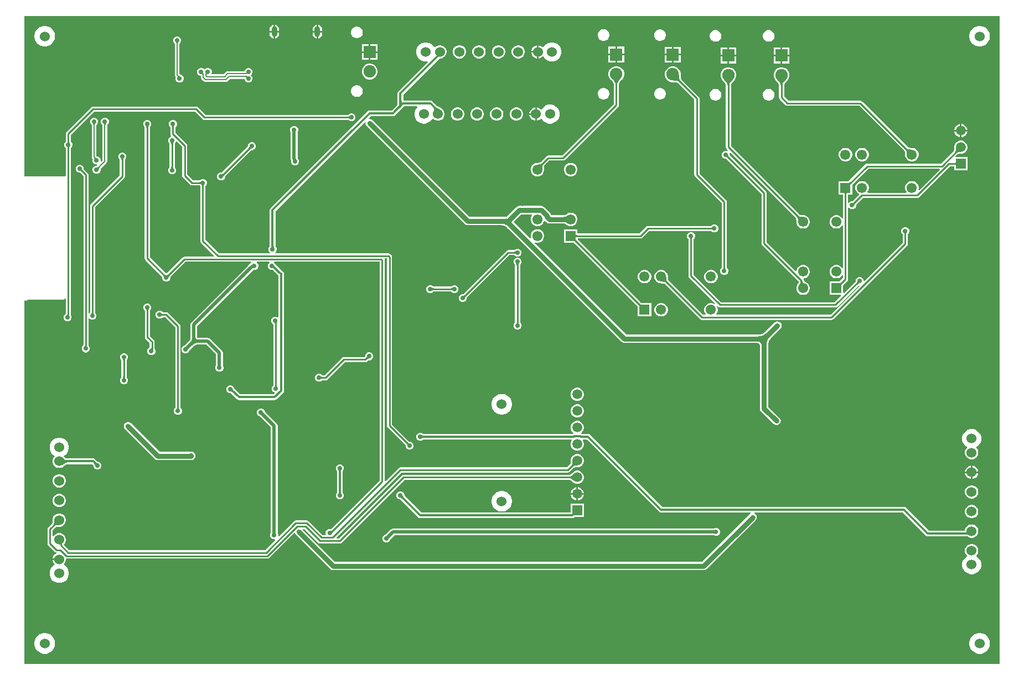
<source format=gbl>
G04*
G04 #@! TF.GenerationSoftware,Altium Limited,Altium Designer,22.11.1 (43)*
G04*
G04 Layer_Physical_Order=2*
G04 Layer_Color=16711680*
%FSLAX25Y25*%
%MOIN*%
G70*
G04*
G04 #@! TF.SameCoordinates,C35736E5-671D-4FAC-BA75-7313D2C136AC*
G04*
G04*
G04 #@! TF.FilePolarity,Positive*
G04*
G01*
G75*
%ADD10C,0.01000*%
%ADD12C,0.03000*%
%ADD13C,0.02000*%
%ADD15C,0.00787*%
%ADD80C,0.06102*%
%ADD81R,0.06102X0.06102*%
%ADD82R,0.06102X0.06102*%
%ADD86C,0.01398*%
%ADD88C,0.06000*%
%ADD89C,0.07500*%
%ADD90R,0.07500X0.07500*%
%ADD91O,0.03543X0.06299*%
%ADD92R,0.05906X0.05906*%
%ADD93C,0.05906*%
%ADD94C,0.02756*%
%ADD95C,0.03937*%
%ADD96C,0.01968*%
G36*
X197516Y330035D02*
X197423Y330124D01*
X197325Y330203D01*
X197223Y330272D01*
X197117Y330333D01*
X197007Y330384D01*
X196892Y330426D01*
X196773Y330458D01*
X196649Y330481D01*
X196521Y330495D01*
X196389Y330500D01*
Y331500D01*
X196521Y331505D01*
X196649Y331519D01*
X196773Y331542D01*
X196892Y331574D01*
X197007Y331616D01*
X197117Y331667D01*
X197223Y331728D01*
X197325Y331797D01*
X197423Y331876D01*
X197516Y331965D01*
Y330035D01*
D02*
G37*
G36*
X588971Y1529D02*
X1529D01*
Y220344D01*
X2029Y220612D01*
X2110Y220558D01*
X2500Y220480D01*
X2890Y220558D01*
X3221Y220779D01*
X3413Y220971D01*
X24500D01*
X25085Y221087D01*
X25581Y221419D01*
X26009Y221846D01*
X26471Y221654D01*
Y212654D01*
X26453Y212640D01*
X26153Y212516D01*
X25484Y211847D01*
X25122Y210973D01*
Y210027D01*
X25484Y209153D01*
X26153Y208484D01*
X27027Y208122D01*
X27973D01*
X28847Y208484D01*
X29516Y209153D01*
X29878Y210027D01*
Y210973D01*
X29715Y211367D01*
X29694Y211467D01*
X29658Y211551D01*
X29598Y211721D01*
X29583Y211776D01*
X29545Y211953D01*
X29537Y212012D01*
X29529Y212100D01*
Y312507D01*
X29536Y312544D01*
X29547Y312582D01*
X29560Y312617D01*
X29575Y312650D01*
X29593Y312683D01*
X29616Y312716D01*
X29644Y312750D01*
X29705Y312815D01*
X29751Y312888D01*
X30016Y313153D01*
X30378Y314027D01*
Y314973D01*
X30016Y315847D01*
X29751Y316112D01*
X29705Y316185D01*
X29644Y316250D01*
X29616Y316284D01*
X29593Y316318D01*
X29575Y316350D01*
X29560Y316383D01*
X29547Y316418D01*
X29536Y316456D01*
X29529Y316493D01*
Y320367D01*
X43633Y334471D01*
X104367D01*
X108919Y329919D01*
X109415Y329587D01*
X110000Y329471D01*
X196507D01*
X196544Y329464D01*
X196582Y329453D01*
X196617Y329440D01*
X196650Y329425D01*
X196683Y329407D01*
X196716Y329384D01*
X196750Y329356D01*
X196815Y329295D01*
X196888Y329249D01*
X197153Y328984D01*
X198027Y328622D01*
X198973D01*
X199847Y328984D01*
X200516Y329653D01*
X200878Y330527D01*
Y331473D01*
X200516Y332347D01*
X199847Y333016D01*
X198973Y333378D01*
X198027D01*
X197153Y333016D01*
X196888Y332751D01*
X196815Y332705D01*
X196750Y332644D01*
X196716Y332616D01*
X196683Y332593D01*
X196650Y332575D01*
X196617Y332560D01*
X196582Y332547D01*
X196544Y332536D01*
X196507Y332529D01*
X110634D01*
X106081Y337081D01*
X105585Y337413D01*
X105000Y337529D01*
X43000D01*
X42415Y337413D01*
X41919Y337081D01*
X26919Y322081D01*
X26587Y321585D01*
X26471Y321000D01*
Y316493D01*
X26464Y316456D01*
X26453Y316418D01*
X26440Y316383D01*
X26425Y316350D01*
X26407Y316318D01*
X26384Y316284D01*
X26356Y316250D01*
X26295Y316185D01*
X26249Y316112D01*
X25984Y315847D01*
X25622Y314973D01*
Y314027D01*
X25984Y313153D01*
X26249Y312888D01*
X26295Y312815D01*
X26356Y312750D01*
X26384Y312716D01*
X26407Y312683D01*
X26425Y312650D01*
X26440Y312617D01*
X26453Y312582D01*
X26464Y312544D01*
X26471Y312507D01*
Y295711D01*
X25971Y295436D01*
X25500Y295529D01*
X1529D01*
Y391971D01*
X588971D01*
Y1529D01*
D02*
G37*
G36*
X28505Y316479D02*
X28519Y316351D01*
X28542Y316227D01*
X28574Y316108D01*
X28616Y315993D01*
X28667Y315883D01*
X28728Y315777D01*
X28797Y315675D01*
X28876Y315577D01*
X28965Y315484D01*
X27035D01*
X27124Y315577D01*
X27203Y315675D01*
X27272Y315777D01*
X27333Y315883D01*
X27384Y315993D01*
X27426Y316108D01*
X27458Y316227D01*
X27481Y316351D01*
X27495Y316479D01*
X27500Y316611D01*
X28500D01*
X28505Y316479D01*
D02*
G37*
G36*
X28876Y313423D02*
X28797Y313325D01*
X28728Y313223D01*
X28667Y313117D01*
X28616Y313007D01*
X28574Y312892D01*
X28542Y312773D01*
X28519Y312649D01*
X28505Y312521D01*
X28500Y312389D01*
X27500D01*
X27495Y312521D01*
X27481Y312649D01*
X27458Y312773D01*
X27426Y312892D01*
X27384Y313007D01*
X27333Y313117D01*
X27272Y313223D01*
X27203Y313325D01*
X27124Y313423D01*
X27035Y313516D01*
X28965D01*
X28876Y313423D01*
D02*
G37*
G36*
X28500Y212275D02*
X28503Y212147D01*
X28523Y211897D01*
X28541Y211774D01*
X28592Y211532D01*
X28625Y211414D01*
X28707Y211181D01*
X28756Y211067D01*
X26958Y211767D01*
X27061Y211818D01*
X27153Y211879D01*
X27235Y211949D01*
X27305Y212028D01*
X27365Y212117D01*
X27413Y212216D01*
X27451Y212324D01*
X27478Y212441D01*
X27495Y212568D01*
X27500Y212705D01*
X28500Y212275D01*
D02*
G37*
%LPC*%
G36*
X152508Y386805D02*
Y383197D01*
X154803D01*
Y384075D01*
X154708Y384798D01*
X154429Y385473D01*
X153985Y386052D01*
X153406Y386496D01*
X152731Y386775D01*
X152508Y386805D01*
D02*
G37*
G36*
X151508D02*
X151284Y386775D01*
X150610Y386496D01*
X150031Y386052D01*
X149587Y385473D01*
X149308Y384798D01*
X149212Y384075D01*
Y383197D01*
X151508D01*
Y386805D01*
D02*
G37*
G36*
X178492D02*
Y383197D01*
X180788D01*
Y384075D01*
X180692Y384798D01*
X180413Y385473D01*
X179969Y386052D01*
X179390Y386496D01*
X178716Y386775D01*
X178492Y386805D01*
D02*
G37*
G36*
X177492D02*
X177269Y386775D01*
X176594Y386496D01*
X176015Y386052D01*
X175571Y385473D01*
X175292Y384798D01*
X175197Y384075D01*
Y383197D01*
X177492D01*
Y386805D01*
D02*
G37*
G36*
X202261Y385700D02*
X201339D01*
X200449Y385461D01*
X199651Y385001D01*
X198999Y384349D01*
X198538Y383551D01*
X198300Y382661D01*
Y381739D01*
X198538Y380849D01*
X198999Y380051D01*
X199651Y379399D01*
X200449Y378939D01*
X201339Y378700D01*
X202261D01*
X203151Y378939D01*
X203949Y379399D01*
X204601Y380051D01*
X205062Y380849D01*
X205300Y381739D01*
Y382661D01*
X205062Y383551D01*
X204601Y384349D01*
X203949Y385001D01*
X203151Y385461D01*
X202261Y385700D01*
D02*
G37*
G36*
X154803Y382197D02*
X152508D01*
Y378589D01*
X152731Y378619D01*
X153406Y378898D01*
X153985Y379342D01*
X154429Y379921D01*
X154708Y380595D01*
X154803Y381319D01*
Y382197D01*
D02*
G37*
G36*
X180788Y382197D02*
X178492D01*
Y378589D01*
X178716Y378619D01*
X179390Y378898D01*
X179969Y379342D01*
X180413Y379921D01*
X180692Y380595D01*
X180788Y381319D01*
Y382197D01*
D02*
G37*
G36*
X177492D02*
X175197D01*
Y381319D01*
X175292Y380595D01*
X175571Y379921D01*
X176015Y379342D01*
X176594Y378898D01*
X177269Y378619D01*
X177492Y378589D01*
Y382197D01*
D02*
G37*
G36*
X151508Y382197D02*
X149212D01*
Y381319D01*
X149308Y380595D01*
X149587Y379921D01*
X150031Y379342D01*
X150610Y378898D01*
X151284Y378619D01*
X151508Y378589D01*
Y382197D01*
D02*
G37*
G36*
X350761Y384200D02*
X349839D01*
X348949Y383962D01*
X348151Y383501D01*
X347499Y382849D01*
X347039Y382051D01*
X346800Y381161D01*
Y380239D01*
X347039Y379349D01*
X347499Y378551D01*
X348151Y377899D01*
X348949Y377438D01*
X349839Y377200D01*
X350761D01*
X351651Y377438D01*
X352449Y377899D01*
X353101Y378551D01*
X353561Y379349D01*
X353800Y380239D01*
Y381161D01*
X353561Y382051D01*
X353101Y382849D01*
X352449Y383501D01*
X351651Y383962D01*
X350761Y384200D01*
D02*
G37*
G36*
X384761Y384100D02*
X383839D01*
X382949Y383861D01*
X382151Y383401D01*
X381499Y382749D01*
X381038Y381951D01*
X380800Y381061D01*
Y380139D01*
X381038Y379249D01*
X381499Y378451D01*
X382151Y377799D01*
X382949Y377339D01*
X383839Y377100D01*
X384761D01*
X385651Y377339D01*
X386449Y377799D01*
X387101Y378451D01*
X387561Y379249D01*
X387800Y380139D01*
Y381061D01*
X387561Y381951D01*
X387101Y382749D01*
X386449Y383401D01*
X385651Y383861D01*
X384761Y384100D01*
D02*
G37*
G36*
X450261Y383600D02*
X449339D01*
X448449Y383362D01*
X447651Y382901D01*
X446999Y382249D01*
X446538Y381451D01*
X446300Y380561D01*
Y379639D01*
X446538Y378749D01*
X446999Y377951D01*
X447651Y377299D01*
X448449Y376838D01*
X449339Y376600D01*
X450261D01*
X451151Y376838D01*
X451949Y377299D01*
X452601Y377951D01*
X453061Y378749D01*
X453300Y379639D01*
Y380561D01*
X453061Y381451D01*
X452601Y382249D01*
X451949Y382901D01*
X451151Y383362D01*
X450261Y383600D01*
D02*
G37*
G36*
X418261D02*
X417339D01*
X416449Y383362D01*
X415651Y382901D01*
X414999Y382249D01*
X414538Y381451D01*
X414300Y380561D01*
Y379639D01*
X414538Y378749D01*
X414999Y377951D01*
X415651Y377299D01*
X416449Y376838D01*
X417339Y376600D01*
X418261D01*
X419151Y376838D01*
X419949Y377299D01*
X420601Y377951D01*
X421062Y378749D01*
X421300Y379639D01*
Y380561D01*
X421062Y381451D01*
X420601Y382249D01*
X419949Y382901D01*
X419151Y383362D01*
X418261Y383600D01*
D02*
G37*
G36*
X577384Y386138D02*
X576159D01*
X574958Y385899D01*
X573827Y385430D01*
X572809Y384750D01*
X571943Y383884D01*
X571263Y382866D01*
X570794Y381735D01*
X570555Y380534D01*
Y379309D01*
X570794Y378108D01*
X571263Y376977D01*
X571943Y375958D01*
X572809Y375093D01*
X573827Y374412D01*
X574958Y373944D01*
X576159Y373705D01*
X577384D01*
X578585Y373944D01*
X579716Y374412D01*
X580734Y375093D01*
X581600Y375958D01*
X582281Y376977D01*
X582749Y378108D01*
X582988Y379309D01*
Y380534D01*
X582749Y381735D01*
X582281Y382866D01*
X581600Y383884D01*
X580734Y384750D01*
X579716Y385430D01*
X578585Y385899D01*
X577384Y386138D01*
D02*
G37*
G36*
X14392D02*
X13167D01*
X11966Y385899D01*
X10835Y385430D01*
X9817Y384750D01*
X8951Y383884D01*
X8270Y382866D01*
X7802Y381735D01*
X7563Y380534D01*
Y379309D01*
X7802Y378108D01*
X8270Y376977D01*
X8951Y375958D01*
X9817Y375093D01*
X10835Y374412D01*
X11966Y373944D01*
X13167Y373705D01*
X14392D01*
X15593Y373944D01*
X16724Y374412D01*
X17742Y375093D01*
X18608Y375958D01*
X19289Y376977D01*
X19757Y378108D01*
X19996Y379309D01*
Y380534D01*
X19757Y381735D01*
X19289Y382866D01*
X18608Y383884D01*
X17742Y384750D01*
X16724Y385430D01*
X15593Y385899D01*
X14392Y386138D01*
D02*
G37*
G36*
X319965Y376244D02*
X318452D01*
X316991Y375853D01*
X315682Y375096D01*
X314612Y374027D01*
X314235Y373373D01*
X313610Y373291D01*
X313200Y373701D01*
X312288Y374227D01*
X311271Y374500D01*
X311244D01*
Y370500D01*
Y366500D01*
X311271D01*
X312288Y366773D01*
X313200Y367299D01*
X313610Y367709D01*
X314235Y367627D01*
X314612Y366973D01*
X315682Y365904D01*
X316991Y365147D01*
X318452Y364756D01*
X319965D01*
X321426Y365147D01*
X322736Y365904D01*
X323805Y366973D01*
X324561Y368283D01*
X324953Y369744D01*
Y371256D01*
X324561Y372717D01*
X323805Y374027D01*
X322736Y375096D01*
X321426Y375853D01*
X319965Y376244D01*
D02*
G37*
G36*
X310244Y374500D02*
X310217D01*
X309200Y374227D01*
X308288Y373701D01*
X307543Y372956D01*
X307017Y372044D01*
X306744Y371027D01*
Y371000D01*
X310244D01*
Y374500D01*
D02*
G37*
G36*
X214250Y375150D02*
X210000D01*
Y370900D01*
X214250D01*
Y375150D01*
D02*
G37*
G36*
X209000D02*
X204750D01*
Y370900D01*
X209000D01*
Y375150D01*
D02*
G37*
G36*
X362750Y373650D02*
X358500D01*
Y369400D01*
X362750D01*
Y373650D01*
D02*
G37*
G36*
X357500D02*
X353250D01*
Y369400D01*
X357500D01*
Y373650D01*
D02*
G37*
G36*
X396750Y373550D02*
X392500D01*
Y369300D01*
X396750D01*
Y373550D01*
D02*
G37*
G36*
X391500D02*
X387250D01*
Y369300D01*
X391500D01*
Y373550D01*
D02*
G37*
G36*
X462250Y373050D02*
X458000D01*
Y368800D01*
X462250D01*
Y373050D01*
D02*
G37*
G36*
X430250D02*
X426000D01*
Y368800D01*
X430250D01*
Y373050D01*
D02*
G37*
G36*
X457000D02*
X452750D01*
Y368800D01*
X457000D01*
Y373050D01*
D02*
G37*
G36*
X425000D02*
X420750D01*
Y368800D01*
X425000D01*
Y373050D01*
D02*
G37*
G36*
X310244Y370000D02*
X306744D01*
Y369973D01*
X307017Y368956D01*
X307543Y368044D01*
X308288Y367299D01*
X309200Y366773D01*
X310217Y366500D01*
X310244D01*
Y370000D01*
D02*
G37*
G36*
X299460Y374500D02*
X298407D01*
X297389Y374227D01*
X296477Y373701D01*
X295732Y372956D01*
X295206Y372044D01*
X294933Y371027D01*
Y369973D01*
X295206Y368956D01*
X295732Y368044D01*
X296477Y367299D01*
X297389Y366773D01*
X298407Y366500D01*
X299460D01*
X300477Y366773D01*
X301389Y367299D01*
X302134Y368044D01*
X302660Y368956D01*
X302933Y369973D01*
Y371027D01*
X302660Y372044D01*
X302134Y372956D01*
X301389Y373701D01*
X300477Y374227D01*
X299460Y374500D01*
D02*
G37*
G36*
X287649D02*
X286595D01*
X285578Y374227D01*
X284666Y373701D01*
X283921Y372956D01*
X283395Y372044D01*
X283122Y371027D01*
Y369973D01*
X283395Y368956D01*
X283921Y368044D01*
X284666Y367299D01*
X285578Y366773D01*
X286595Y366500D01*
X287649D01*
X288666Y366773D01*
X289578Y367299D01*
X290323Y368044D01*
X290849Y368956D01*
X291122Y369973D01*
Y371027D01*
X290849Y372044D01*
X290323Y372956D01*
X289578Y373701D01*
X288666Y374227D01*
X287649Y374500D01*
D02*
G37*
G36*
X275838D02*
X274784D01*
X273767Y374227D01*
X272855Y373701D01*
X272110Y372956D01*
X271584Y372044D01*
X271311Y371027D01*
Y369973D01*
X271584Y368956D01*
X272110Y368044D01*
X272855Y367299D01*
X273767Y366773D01*
X274784Y366500D01*
X275838D01*
X276855Y366773D01*
X277767Y367299D01*
X278512Y368044D01*
X279038Y368956D01*
X279311Y369973D01*
Y371027D01*
X279038Y372044D01*
X278512Y372956D01*
X277767Y373701D01*
X276855Y374227D01*
X275838Y374500D01*
D02*
G37*
G36*
X264027D02*
X262973D01*
X261956Y374227D01*
X261044Y373701D01*
X260299Y372956D01*
X259773Y372044D01*
X259500Y371027D01*
Y369973D01*
X259773Y368956D01*
X260299Y368044D01*
X261044Y367299D01*
X261956Y366773D01*
X262973Y366500D01*
X264027D01*
X265044Y366773D01*
X265956Y367299D01*
X266701Y368044D01*
X267227Y368956D01*
X267500Y369973D01*
Y371027D01*
X267227Y372044D01*
X266701Y372956D01*
X265956Y373701D01*
X265044Y374227D01*
X264027Y374500D01*
D02*
G37*
G36*
X214250Y369900D02*
X210000D01*
Y365650D01*
X214250D01*
Y369900D01*
D02*
G37*
G36*
X209000D02*
X204750D01*
Y365650D01*
X209000D01*
Y369900D01*
D02*
G37*
G36*
X362750Y368400D02*
X358500D01*
Y364150D01*
X362750D01*
Y368400D01*
D02*
G37*
G36*
X357500D02*
X353250D01*
Y364150D01*
X357500D01*
Y368400D01*
D02*
G37*
G36*
X396750Y368300D02*
X392500D01*
Y364050D01*
X396750D01*
Y368300D01*
D02*
G37*
G36*
X391500D02*
X387250D01*
Y364050D01*
X391500D01*
Y368300D01*
D02*
G37*
G36*
X462250Y367800D02*
X458000D01*
Y363550D01*
X462250D01*
Y367800D01*
D02*
G37*
G36*
X457000D02*
X452750D01*
Y363550D01*
X457000D01*
Y367800D01*
D02*
G37*
G36*
X430250D02*
X426000D01*
Y363550D01*
X430250D01*
Y367800D01*
D02*
G37*
G36*
X425000D02*
X420750D01*
Y363550D01*
X425000D01*
Y367800D01*
D02*
G37*
G36*
X136973Y360878D02*
X136027D01*
X135153Y360516D01*
X134484Y359847D01*
X134122Y358973D01*
Y358815D01*
X123968D01*
X123424Y358706D01*
X122963Y358399D01*
X121511Y356947D01*
X114463D01*
X114138Y357447D01*
X114378Y358027D01*
Y358973D01*
X114016Y359847D01*
X113347Y360516D01*
X112473Y360878D01*
X111527D01*
X110653Y360516D01*
X110000Y359863D01*
X109347Y360516D01*
X108473Y360878D01*
X107527D01*
X106653Y360516D01*
X105984Y359847D01*
X105622Y358973D01*
Y358027D01*
X105984Y357153D01*
X106653Y356484D01*
X107527Y356122D01*
X107685D01*
Y355247D01*
X107793Y354703D01*
X108101Y354242D01*
X109610Y352734D01*
X110071Y352426D01*
X110615Y352318D01*
X122840D01*
X123384Y352426D01*
X123845Y352734D01*
X125297Y354185D01*
X134122D01*
Y354027D01*
X134484Y353153D01*
X135153Y352484D01*
X136027Y352122D01*
X136973D01*
X137847Y352484D01*
X138516Y353153D01*
X138878Y354027D01*
Y354973D01*
X138516Y355847D01*
X137863Y356500D01*
X138516Y357153D01*
X138878Y358027D01*
Y358973D01*
X138516Y359847D01*
X137847Y360516D01*
X136973Y360878D01*
D02*
G37*
G36*
X210125Y363350D02*
X208875D01*
X207667Y363026D01*
X206583Y362401D01*
X205699Y361517D01*
X205074Y360433D01*
X204750Y359225D01*
Y357975D01*
X205074Y356767D01*
X205699Y355683D01*
X206583Y354799D01*
X207667Y354174D01*
X208875Y353850D01*
X210125D01*
X211333Y354174D01*
X212417Y354799D01*
X213301Y355683D01*
X213926Y356767D01*
X214250Y357975D01*
Y359225D01*
X213926Y360433D01*
X213301Y361517D01*
X212417Y362401D01*
X211333Y363026D01*
X210125Y363350D01*
D02*
G37*
G36*
X93973Y379878D02*
X93027D01*
X92153Y379516D01*
X91484Y378847D01*
X91122Y377973D01*
Y377027D01*
X91484Y376153D01*
X91752Y375885D01*
X91802Y375808D01*
X91889Y375717D01*
X91945Y375652D01*
X91989Y375593D01*
X92023Y375541D01*
X92047Y375497D01*
X92064Y375459D01*
X92075Y375427D01*
X92079Y375409D01*
Y356533D01*
X92187Y355989D01*
X92495Y355528D01*
X92722Y355301D01*
X92722Y355300D01*
X92720Y355275D01*
X92714Y355234D01*
X92690Y355139D01*
X92690Y355136D01*
X92622Y354973D01*
Y354027D01*
X92984Y353153D01*
X93653Y352484D01*
X94527Y352122D01*
X95473D01*
X96347Y352484D01*
X97016Y353153D01*
X97378Y354027D01*
Y354973D01*
X97016Y355847D01*
X96347Y356516D01*
X95701Y356784D01*
X95664Y356803D01*
X95620Y356817D01*
X95473Y356878D01*
X95423D01*
X95377Y356892D01*
X95290Y356924D01*
X95093Y357012D01*
X95034Y357043D01*
X94977Y357078D01*
X94936Y357106D01*
X94921Y357121D01*
Y375409D01*
X94925Y375427D01*
X94936Y375459D01*
X94953Y375497D01*
X94977Y375541D01*
X95011Y375593D01*
X95055Y375652D01*
X95111Y375717D01*
X95198Y375808D01*
X95247Y375885D01*
X95516Y376153D01*
X95878Y377027D01*
Y377973D01*
X95516Y378847D01*
X94847Y379516D01*
X93973Y379878D01*
D02*
G37*
G36*
X202261Y350300D02*
X201339D01*
X200449Y350061D01*
X199651Y349601D01*
X198999Y348949D01*
X198538Y348151D01*
X198300Y347261D01*
Y346339D01*
X198538Y345449D01*
X198999Y344651D01*
X199651Y343999D01*
X200449Y343538D01*
X201339Y343300D01*
X202261D01*
X203151Y343538D01*
X203949Y343999D01*
X204601Y344651D01*
X205062Y345449D01*
X205300Y346339D01*
Y347261D01*
X205062Y348151D01*
X204601Y348949D01*
X203949Y349601D01*
X203151Y350061D01*
X202261Y350300D01*
D02*
G37*
G36*
X350761Y348800D02*
X349839D01*
X348949Y348562D01*
X348151Y348101D01*
X347499Y347449D01*
X347039Y346651D01*
X346800Y345761D01*
Y344839D01*
X347039Y343949D01*
X347499Y343151D01*
X348151Y342499D01*
X348949Y342038D01*
X349839Y341800D01*
X350761D01*
X351651Y342038D01*
X352449Y342499D01*
X353101Y343151D01*
X353561Y343949D01*
X353800Y344839D01*
Y345761D01*
X353561Y346651D01*
X353101Y347449D01*
X352449Y348101D01*
X351651Y348562D01*
X350761Y348800D01*
D02*
G37*
G36*
X384761Y348700D02*
X383839D01*
X382949Y348462D01*
X382151Y348001D01*
X381499Y347349D01*
X381038Y346551D01*
X380800Y345661D01*
Y344739D01*
X381038Y343849D01*
X381499Y343051D01*
X382151Y342399D01*
X382949Y341938D01*
X383839Y341700D01*
X384761D01*
X385651Y341938D01*
X386449Y342399D01*
X387101Y343051D01*
X387561Y343849D01*
X387800Y344739D01*
Y345661D01*
X387561Y346551D01*
X387101Y347349D01*
X386449Y348001D01*
X385651Y348462D01*
X384761Y348700D01*
D02*
G37*
G36*
X450261Y348200D02*
X449339D01*
X448449Y347961D01*
X447651Y347501D01*
X446999Y346849D01*
X446538Y346051D01*
X446300Y345161D01*
Y344239D01*
X446538Y343349D01*
X446999Y342551D01*
X447651Y341899D01*
X448449Y341439D01*
X449339Y341200D01*
X450261D01*
X451151Y341439D01*
X451949Y341899D01*
X452601Y342551D01*
X453061Y343349D01*
X453300Y344239D01*
Y345161D01*
X453061Y346051D01*
X452601Y346849D01*
X451949Y347501D01*
X451151Y347961D01*
X450261Y348200D01*
D02*
G37*
G36*
X418261D02*
X417339D01*
X416449Y347961D01*
X415651Y347501D01*
X414999Y346849D01*
X414538Y346051D01*
X414300Y345161D01*
Y344239D01*
X414538Y343349D01*
X414999Y342551D01*
X415651Y341899D01*
X416449Y341439D01*
X417339Y341200D01*
X418261D01*
X419151Y341439D01*
X419949Y341899D01*
X420601Y342551D01*
X421062Y343349D01*
X421300Y344239D01*
Y345161D01*
X421062Y346051D01*
X420601Y346849D01*
X419949Y347501D01*
X419151Y347961D01*
X418261Y348200D01*
D02*
G37*
G36*
X318843Y338744D02*
X317330D01*
X315869Y338353D01*
X314560Y337596D01*
X313490Y336527D01*
X313113Y335873D01*
X312488Y335791D01*
X312078Y336201D01*
X311166Y336727D01*
X310149Y337000D01*
X310122D01*
Y333000D01*
X309622D01*
D01*
X310122D01*
Y329000D01*
X310149D01*
X311166Y329273D01*
X312078Y329799D01*
X312488Y330209D01*
X313113Y330127D01*
X313490Y329473D01*
X314560Y328404D01*
X315869Y327647D01*
X317330Y327256D01*
X318843D01*
X320304Y327647D01*
X321614Y328404D01*
X322683Y329473D01*
X323439Y330783D01*
X323831Y332244D01*
Y333756D01*
X323439Y335217D01*
X322683Y336527D01*
X321614Y337596D01*
X320304Y338353D01*
X318843Y338744D01*
D02*
G37*
G36*
X309122Y337000D02*
X309095D01*
X308078Y336727D01*
X307166Y336201D01*
X306421Y335456D01*
X305895Y334544D01*
X305622Y333527D01*
Y333500D01*
X309122D01*
Y337000D01*
D02*
G37*
G36*
Y332500D02*
X305622D01*
Y332473D01*
X305895Y331456D01*
X306421Y330544D01*
X307166Y329799D01*
X308078Y329273D01*
X309095Y329000D01*
X309122D01*
Y332500D01*
D02*
G37*
G36*
X298338Y337000D02*
X297284D01*
X296267Y336727D01*
X295355Y336201D01*
X294610Y335456D01*
X294084Y334544D01*
X293811Y333527D01*
Y332473D01*
X294084Y331456D01*
X294610Y330544D01*
X295355Y329799D01*
X296267Y329273D01*
X297284Y329000D01*
X298338D01*
X299355Y329273D01*
X300267Y329799D01*
X301012Y330544D01*
X301538Y331456D01*
X301811Y332473D01*
Y333527D01*
X301538Y334544D01*
X301012Y335456D01*
X300267Y336201D01*
X299355Y336727D01*
X298338Y337000D01*
D02*
G37*
G36*
X286527D02*
X285473D01*
X284456Y336727D01*
X283544Y336201D01*
X282799Y335456D01*
X282273Y334544D01*
X282000Y333527D01*
Y332473D01*
X282273Y331456D01*
X282799Y330544D01*
X283544Y329799D01*
X284456Y329273D01*
X285473Y329000D01*
X286527D01*
X287544Y329273D01*
X288456Y329799D01*
X289201Y330544D01*
X289727Y331456D01*
X290000Y332473D01*
Y333527D01*
X289727Y334544D01*
X289201Y335456D01*
X288456Y336201D01*
X287544Y336727D01*
X286527Y337000D01*
D02*
G37*
G36*
X274716D02*
X273662D01*
X272645Y336727D01*
X271733Y336201D01*
X270988Y335456D01*
X270462Y334544D01*
X270189Y333527D01*
Y332473D01*
X270462Y331456D01*
X270988Y330544D01*
X271733Y329799D01*
X272645Y329273D01*
X273662Y329000D01*
X274716D01*
X275733Y329273D01*
X276645Y329799D01*
X277390Y330544D01*
X277916Y331456D01*
X278189Y332473D01*
Y333527D01*
X277916Y334544D01*
X277390Y335456D01*
X276645Y336201D01*
X275733Y336727D01*
X274716Y337000D01*
D02*
G37*
G36*
X262905D02*
X261851D01*
X260834Y336727D01*
X259922Y336201D01*
X259177Y335456D01*
X258650Y334544D01*
X258378Y333527D01*
Y332473D01*
X258650Y331456D01*
X259177Y330544D01*
X259922Y329799D01*
X260834Y329273D01*
X261851Y329000D01*
X262905D01*
X263922Y329273D01*
X264834Y329799D01*
X265579Y330544D01*
X266105Y331456D01*
X266378Y332473D01*
Y333527D01*
X266105Y334544D01*
X265579Y335456D01*
X264834Y336201D01*
X263922Y336727D01*
X262905Y337000D01*
D02*
G37*
G36*
X243981Y376244D02*
X242468D01*
X241007Y375853D01*
X239697Y375096D01*
X238628Y374027D01*
X237872Y372717D01*
X237480Y371256D01*
Y369744D01*
X237872Y368283D01*
X238628Y366973D01*
X239697Y365904D01*
X241007Y365147D01*
X242468Y364756D01*
X243981D01*
X244176Y364808D01*
X244426Y364375D01*
X226775Y346725D01*
X226400Y346163D01*
X226268Y345500D01*
Y339434D01*
X226253Y339296D01*
X226218Y339117D01*
X226171Y338946D01*
X226111Y338782D01*
X226038Y338624D01*
X225951Y338470D01*
X225848Y338319D01*
X225761Y338211D01*
X222782Y335232D01*
X209562D01*
X208899Y335100D01*
X208337Y334725D01*
X149775Y276163D01*
X149400Y275601D01*
X149268Y274938D01*
Y253250D01*
X149266Y253230D01*
X149256Y253169D01*
X149247Y253128D01*
X149243Y253116D01*
X149239Y253109D01*
X149234Y253097D01*
X148984Y252847D01*
X148622Y251973D01*
Y251027D01*
X148984Y250153D01*
X149608Y249529D01*
X149581Y249318D01*
X149454Y249029D01*
X118703D01*
X110529Y257204D01*
Y289507D01*
X110536Y289544D01*
X110547Y289582D01*
X110560Y289617D01*
X110575Y289650D01*
X110593Y289683D01*
X110616Y289716D01*
X110644Y289750D01*
X110705Y289815D01*
X110751Y289888D01*
X111016Y290153D01*
X111378Y291027D01*
Y291973D01*
X111016Y292847D01*
X110347Y293516D01*
X109473Y293878D01*
X108527D01*
X107653Y293516D01*
X107388Y293251D01*
X107315Y293205D01*
X107250Y293144D01*
X107216Y293116D01*
X107183Y293093D01*
X107150Y293075D01*
X107117Y293060D01*
X107082Y293047D01*
X107044Y293036D01*
X107007Y293029D01*
X103063D01*
X99601Y296492D01*
Y313928D01*
X99485Y314513D01*
X99153Y315009D01*
X92529Y321634D01*
Y325007D01*
X92536Y325044D01*
X92547Y325082D01*
X92560Y325117D01*
X92575Y325150D01*
X92593Y325183D01*
X92616Y325216D01*
X92644Y325250D01*
X92705Y325315D01*
X92751Y325388D01*
X93016Y325653D01*
X93378Y326527D01*
Y327473D01*
X93016Y328347D01*
X92347Y329016D01*
X91473Y329378D01*
X90527D01*
X89653Y329016D01*
X88984Y328347D01*
X88622Y327473D01*
Y326527D01*
X88984Y325653D01*
X89249Y325388D01*
X89295Y325315D01*
X89356Y325250D01*
X89384Y325216D01*
X89407Y325183D01*
X89425Y325150D01*
X89440Y325117D01*
X89453Y325082D01*
X89464Y325044D01*
X89471Y325007D01*
Y321000D01*
X89587Y320415D01*
X89919Y319919D01*
X89997Y319840D01*
X89833Y319297D01*
X89153Y319016D01*
X88484Y318347D01*
X88122Y317473D01*
Y316527D01*
X88484Y315653D01*
X88749Y315388D01*
X88795Y315315D01*
X88856Y315250D01*
X88884Y315216D01*
X88907Y315182D01*
X88925Y315150D01*
X88940Y315118D01*
X88953Y315083D01*
X88964Y315044D01*
X88971Y315007D01*
Y300993D01*
X88964Y300956D01*
X88953Y300918D01*
X88940Y300883D01*
X88925Y300850D01*
X88907Y300817D01*
X88884Y300784D01*
X88856Y300750D01*
X88795Y300685D01*
X88749Y300612D01*
X88484Y300347D01*
X88122Y299473D01*
Y298527D01*
X88484Y297653D01*
X89153Y296984D01*
X90027Y296622D01*
X90973D01*
X91847Y296984D01*
X92516Y297653D01*
X92878Y298527D01*
Y299473D01*
X92516Y300347D01*
X92251Y300612D01*
X92205Y300685D01*
X92144Y300750D01*
X92116Y300784D01*
X92093Y300817D01*
X92075Y300850D01*
X92060Y300883D01*
X92047Y300918D01*
X92036Y300956D01*
X92029Y300993D01*
Y315007D01*
X92036Y315044D01*
X92047Y315083D01*
X92060Y315118D01*
X92075Y315150D01*
X92093Y315182D01*
X92116Y315216D01*
X92144Y315250D01*
X92205Y315315D01*
X92251Y315388D01*
X92516Y315653D01*
X92797Y316333D01*
X93340Y316497D01*
X96543Y313295D01*
Y295858D01*
X96659Y295273D01*
X96991Y294777D01*
X101348Y290419D01*
X101845Y290087D01*
X102430Y289971D01*
X107007D01*
X107044Y289964D01*
X107082Y289953D01*
X107117Y289940D01*
X107150Y289925D01*
X107183Y289907D01*
X107216Y289884D01*
X107250Y289856D01*
X107305Y289805D01*
X107356Y289750D01*
X107384Y289716D01*
X107407Y289683D01*
X107425Y289650D01*
X107440Y289617D01*
X107453Y289582D01*
X107464Y289544D01*
X107471Y289507D01*
Y256570D01*
X107587Y255985D01*
X107919Y255489D01*
X115916Y247491D01*
X115725Y247029D01*
X98000D01*
X97415Y246913D01*
X96919Y246581D01*
X87328Y236990D01*
X87297Y236969D01*
X87262Y236950D01*
X87228Y236934D01*
X87195Y236922D01*
X87159Y236912D01*
X87119Y236904D01*
X87075Y236899D01*
X87000Y236897D01*
X86925Y236899D01*
X86881Y236904D01*
X86841Y236912D01*
X86805Y236922D01*
X86772Y236934D01*
X86738Y236950D01*
X86703Y236970D01*
X86672Y236990D01*
X77029Y246634D01*
Y325007D01*
X77036Y325044D01*
X77047Y325082D01*
X77060Y325117D01*
X77075Y325150D01*
X77093Y325183D01*
X77116Y325216D01*
X77144Y325250D01*
X77205Y325315D01*
X77251Y325388D01*
X77516Y325653D01*
X77878Y326527D01*
Y327473D01*
X77516Y328347D01*
X76847Y329016D01*
X75973Y329378D01*
X75027D01*
X74153Y329016D01*
X73484Y328347D01*
X73122Y327473D01*
Y326527D01*
X73484Y325653D01*
X73749Y325388D01*
X73795Y325315D01*
X73856Y325250D01*
X73884Y325216D01*
X73907Y325183D01*
X73925Y325150D01*
X73940Y325117D01*
X73953Y325082D01*
X73964Y325044D01*
X73971Y325007D01*
Y246000D01*
X74087Y245415D01*
X74419Y244919D01*
X84509Y234828D01*
X84531Y234797D01*
X84550Y234762D01*
X84566Y234728D01*
X84579Y234695D01*
X84588Y234659D01*
X84596Y234619D01*
X84601Y234575D01*
X84603Y234486D01*
X84622Y234402D01*
Y234027D01*
X84984Y233153D01*
X85653Y232484D01*
X86527Y232122D01*
X87473D01*
X88347Y232484D01*
X89016Y233153D01*
X89378Y234027D01*
Y234402D01*
X89397Y234486D01*
X89399Y234575D01*
X89404Y234619D01*
X89412Y234659D01*
X89421Y234695D01*
X89434Y234728D01*
X89450Y234762D01*
X89470Y234797D01*
X89490Y234828D01*
X98633Y243971D01*
X137942D01*
X138280Y243471D01*
X138245Y243384D01*
X137583Y242942D01*
X137583Y242942D01*
X136282Y241640D01*
X136205Y241589D01*
X102058Y207442D01*
X101616Y206780D01*
X101461Y206000D01*
Y198027D01*
X101435Y197790D01*
X101379Y197498D01*
X101302Y197219D01*
X101204Y196951D01*
X101084Y196692D01*
X100941Y196440D01*
X100774Y196195D01*
X100625Y196008D01*
X97971Y193355D01*
X97153Y193016D01*
X96484Y192347D01*
X96122Y191473D01*
Y190527D01*
X96484Y189653D01*
X97153Y188984D01*
X98027Y188622D01*
X98973D01*
X99847Y188984D01*
X100516Y189653D01*
X100855Y190471D01*
X103508Y193125D01*
X103695Y193274D01*
X103940Y193441D01*
X104192Y193583D01*
X104451Y193704D01*
X104719Y193802D01*
X104998Y193879D01*
X105290Y193934D01*
X105527Y193961D01*
X111155D01*
X116961Y188155D01*
Y181291D01*
X116622Y180473D01*
Y179527D01*
X116984Y178653D01*
X117653Y177984D01*
X118527Y177622D01*
X119473D01*
X120347Y177984D01*
X121016Y178653D01*
X121378Y179527D01*
Y180473D01*
X121039Y181291D01*
Y189000D01*
X120884Y189780D01*
X120442Y190442D01*
X120442Y190442D01*
X113442Y197442D01*
X112780Y197884D01*
X112000Y198039D01*
X106212D01*
X106031Y198071D01*
X105886Y198119D01*
X105790Y198171D01*
X105725Y198224D01*
X105671Y198290D01*
X105619Y198386D01*
X105571Y198531D01*
X105539Y198712D01*
Y205155D01*
X139039Y238655D01*
X139115Y238705D01*
X139531Y239122D01*
X140473D01*
X141347Y239484D01*
X142016Y240153D01*
X142378Y241027D01*
Y241973D01*
X142016Y242847D01*
X141392Y243471D01*
X141419Y243682D01*
X141546Y243971D01*
X148954D01*
X149081Y243682D01*
X149108Y243471D01*
X148484Y242847D01*
X148122Y241973D01*
Y241027D01*
X148484Y240153D01*
X149153Y239484D01*
X150027Y239122D01*
X150928D01*
X154345Y235706D01*
Y210549D01*
X153883Y210358D01*
X153847Y210394D01*
X152973Y210756D01*
X152027D01*
X151153Y210394D01*
X150484Y209725D01*
X150122Y208851D01*
Y207905D01*
X150484Y207031D01*
X151153Y206362D01*
X151453Y206238D01*
X151471Y206224D01*
Y169493D01*
X151464Y169456D01*
X151453Y169418D01*
X151440Y169383D01*
X151425Y169350D01*
X151407Y169317D01*
X151384Y169284D01*
X151356Y169250D01*
X151295Y169185D01*
X151249Y169112D01*
X150984Y168847D01*
X150622Y167973D01*
Y167027D01*
X150984Y166153D01*
X151653Y165484D01*
X152086Y165305D01*
X152203Y164715D01*
X151522Y164033D01*
X131416D01*
X128087Y167362D01*
X127968Y167490D01*
X127818Y167670D01*
X127783Y167717D01*
X127770Y167736D01*
X127763Y167749D01*
X127516Y168347D01*
X126847Y169016D01*
X125973Y169378D01*
X125027D01*
X124153Y169016D01*
X123484Y168347D01*
X123122Y167473D01*
Y166527D01*
X123484Y165653D01*
X124153Y164984D01*
X125027Y164622D01*
X125928D01*
X129474Y161076D01*
X130036Y160701D01*
X130699Y160569D01*
X152239D01*
X152902Y160701D01*
X153464Y161076D01*
X157302Y164914D01*
X157677Y165476D01*
X157809Y166139D01*
X157759Y166389D01*
X157809Y166639D01*
Y236923D01*
X157677Y237586D01*
X157302Y238148D01*
X156740Y238524D01*
X156348Y238601D01*
X152911Y242038D01*
X152878Y242076D01*
X152796Y242183D01*
X152787Y242196D01*
X152778Y242217D01*
X152776Y242219D01*
X152516Y242847D01*
X151892Y243471D01*
X151919Y243682D01*
X152046Y243971D01*
X215471D01*
Y112134D01*
X186106Y82768D01*
X186072Y82772D01*
X185816Y82878D01*
X184870D01*
X183995Y82516D01*
X183327Y81847D01*
X182965Y80973D01*
Y80027D01*
X183120Y79651D01*
X182786Y79151D01*
X181011D01*
X172627Y87536D01*
X172131Y87868D01*
X171545Y87984D01*
X165000D01*
X164415Y87868D01*
X163919Y87536D01*
X154856Y78473D01*
X154378Y78703D01*
Y79473D01*
X154039Y80291D01*
Y145000D01*
X153884Y145780D01*
X153442Y146442D01*
X146355Y153529D01*
X146016Y154347D01*
X145347Y155016D01*
X144473Y155378D01*
X143527D01*
X142653Y155016D01*
X141984Y154347D01*
X141622Y153473D01*
Y152527D01*
X141984Y151653D01*
X142653Y150984D01*
X143471Y150645D01*
X149961Y144155D01*
Y80291D01*
X149622Y79473D01*
Y78527D01*
X149984Y77653D01*
X150653Y76984D01*
X151527Y76622D01*
X152297D01*
X152527Y76144D01*
X146412Y70029D01*
X28633D01*
X25221Y73442D01*
X25701Y73922D01*
X26227Y74834D01*
X26500Y75851D01*
Y76905D01*
X26227Y77922D01*
X25701Y78834D01*
X24956Y79579D01*
X24044Y80105D01*
X23027Y80378D01*
X21973D01*
X20956Y80105D01*
X20044Y79579D01*
X19299Y78834D01*
X18959Y78245D01*
X18459Y78379D01*
Y81985D01*
X20272Y83798D01*
X20350Y83849D01*
X20473Y83910D01*
X20639Y83971D01*
X20845Y84029D01*
X21092Y84080D01*
X21367Y84119D01*
X22075Y84167D01*
X22477Y84170D01*
X22571Y84189D01*
X23027D01*
X24044Y84462D01*
X24956Y84988D01*
X25701Y85733D01*
X26227Y86645D01*
X26500Y87662D01*
Y88716D01*
X26227Y89733D01*
X25701Y90645D01*
X24956Y91390D01*
X24044Y91916D01*
X23027Y92189D01*
X21973D01*
X20956Y91916D01*
X20044Y91390D01*
X19299Y90645D01*
X18773Y89733D01*
X18500Y88716D01*
Y88260D01*
X18481Y88166D01*
X18478Y87764D01*
X18430Y87056D01*
X18391Y86781D01*
X18340Y86534D01*
X18282Y86327D01*
X18221Y86162D01*
X18160Y86039D01*
X18109Y85961D01*
X15848Y83700D01*
X15517Y83204D01*
X15401Y82619D01*
Y74071D01*
X15517Y73485D01*
X15848Y72989D01*
X19668Y69169D01*
X20165Y68838D01*
X20715Y68729D01*
X20763Y68637D01*
X20830Y68221D01*
X20044Y67768D01*
X19299Y67023D01*
X18773Y66111D01*
X18500Y65093D01*
Y65067D01*
X22500D01*
Y64067D01*
X18500D01*
Y64040D01*
X18773Y63023D01*
X19299Y62111D01*
X19709Y61701D01*
X19627Y61076D01*
X18973Y60699D01*
X17904Y59629D01*
X17147Y58319D01*
X16756Y56859D01*
Y55346D01*
X17147Y53885D01*
X17904Y52575D01*
X18973Y51506D01*
X20283Y50750D01*
X21744Y50358D01*
X23256D01*
X24717Y50750D01*
X26027Y51506D01*
X27096Y52575D01*
X27853Y53885D01*
X28244Y55346D01*
Y56859D01*
X27853Y58319D01*
X27096Y59629D01*
X26027Y60699D01*
X25373Y61076D01*
X25291Y61701D01*
X25701Y62111D01*
X26227Y63023D01*
X26500Y64040D01*
Y64662D01*
X26886Y64979D01*
X26931Y64971D01*
X147874D01*
X148459Y65087D01*
X148955Y65419D01*
X164090Y80554D01*
X164569Y80409D01*
X164645Y80024D01*
X165198Y79198D01*
X185698Y58698D01*
X186524Y58145D01*
X187500Y57951D01*
X410653D01*
X411629Y58145D01*
X412456Y58698D01*
X441879Y88121D01*
X442431Y88948D01*
X442626Y89923D01*
X442431Y90899D01*
X441879Y91726D01*
X441067Y92268D01*
X441058Y92309D01*
X441151Y92768D01*
X530439D01*
X544432Y78775D01*
X544994Y78400D01*
X545657Y78268D01*
X569188D01*
X569579Y78346D01*
X570456Y77839D01*
X571473Y77567D01*
X572527D01*
X573544Y77839D01*
X574456Y78366D01*
X575201Y79111D01*
X575727Y80023D01*
X576000Y81040D01*
Y82094D01*
X575727Y83111D01*
X575201Y84023D01*
X574456Y84768D01*
X573544Y85294D01*
X572527Y85567D01*
X571473D01*
X570456Y85294D01*
X569544Y84768D01*
X568799Y84023D01*
X568273Y83111D01*
X568000Y82094D01*
Y81732D01*
X546374D01*
X532382Y95725D01*
X531820Y96100D01*
X531157Y96232D01*
X385718D01*
X342225Y139725D01*
X341663Y140100D01*
X341000Y140232D01*
X337119D01*
X337090Y140252D01*
X336959Y140278D01*
X336872Y140805D01*
X336927Y140837D01*
X337663Y141573D01*
X338183Y142474D01*
X338453Y143480D01*
Y144520D01*
X338183Y145526D01*
X337663Y146427D01*
X336927Y147163D01*
X336026Y147683D01*
X335020Y147953D01*
X333980D01*
X332974Y147683D01*
X332073Y147163D01*
X331337Y146427D01*
X330817Y145526D01*
X330547Y144520D01*
Y143480D01*
X330817Y142474D01*
X331337Y141573D01*
X332073Y140837D01*
X332128Y140805D01*
X332041Y140278D01*
X331910Y140252D01*
X331881Y140232D01*
X241750D01*
X241730Y140234D01*
X241669Y140244D01*
X241628Y140253D01*
X241616Y140257D01*
X241609Y140261D01*
X241597Y140266D01*
X241347Y140516D01*
X240473Y140878D01*
X239527D01*
X238653Y140516D01*
X237984Y139847D01*
X237622Y138973D01*
Y138027D01*
X237984Y137153D01*
X238653Y136484D01*
X239527Y136122D01*
X240473D01*
X241347Y136484D01*
X241597Y136734D01*
X241609Y136739D01*
X241616Y136743D01*
X241628Y136747D01*
X241669Y136756D01*
X241718Y136764D01*
X241767Y136768D01*
X331022D01*
X331245Y136268D01*
X330817Y135526D01*
X330547Y134520D01*
Y133480D01*
X330817Y132474D01*
X331337Y131573D01*
X332073Y130837D01*
X332974Y130317D01*
X333980Y130047D01*
X335020D01*
X336026Y130317D01*
X336927Y130837D01*
X337663Y131573D01*
X338183Y132474D01*
X338453Y133480D01*
Y134520D01*
X338183Y135526D01*
X337755Y136268D01*
X337978Y136768D01*
X340283D01*
X383775Y93275D01*
X384337Y92900D01*
X385000Y92768D01*
X439003D01*
X439095Y92309D01*
X439086Y92268D01*
X438274Y91726D01*
X409597Y63049D01*
X188556D01*
X169283Y82322D01*
X169474Y82784D01*
X170225D01*
X178468Y74541D01*
X178964Y74209D01*
X179550Y74093D01*
X191622D01*
X192207Y74209D01*
X192703Y74541D01*
X230633Y112471D01*
X329896D01*
X329984Y112452D01*
X330111Y112409D01*
X330268Y112338D01*
X330451Y112236D01*
X330657Y112101D01*
X330873Y111939D01*
X331396Y111483D01*
X331676Y111207D01*
X331756Y111154D01*
X332073Y110837D01*
X332974Y110317D01*
X333980Y110047D01*
X335020D01*
X336026Y110317D01*
X336927Y110837D01*
X337663Y111573D01*
X338183Y112474D01*
X338453Y113480D01*
Y114520D01*
X338183Y115526D01*
X337663Y116427D01*
X336927Y117163D01*
X336026Y117683D01*
X335020Y117953D01*
X333980D01*
X332974Y117683D01*
X332073Y117163D01*
X331756Y116846D01*
X331676Y116793D01*
X331395Y116517D01*
X330873Y116061D01*
X330657Y115899D01*
X330451Y115764D01*
X330268Y115662D01*
X330111Y115591D01*
X329984Y115548D01*
X329896Y115529D01*
X230000D01*
X229415Y115413D01*
X228919Y115081D01*
X190989Y77151D01*
X189538D01*
X189346Y77613D01*
X228633Y116901D01*
X328930D01*
X329515Y117017D01*
X330011Y117349D01*
X332326Y119663D01*
X332401Y119712D01*
X332522Y119772D01*
X332683Y119833D01*
X332884Y119889D01*
X333125Y119939D01*
X333393Y119978D01*
X334085Y120025D01*
X334478Y120028D01*
X334572Y120047D01*
X335020D01*
X336026Y120317D01*
X336927Y120837D01*
X337663Y121573D01*
X338183Y122474D01*
X338453Y123480D01*
Y124520D01*
X338183Y125526D01*
X337663Y126427D01*
X336927Y127163D01*
X336026Y127683D01*
X335020Y127953D01*
X333980D01*
X332974Y127683D01*
X332073Y127163D01*
X331337Y126427D01*
X330817Y125526D01*
X330547Y124520D01*
Y124072D01*
X330528Y123978D01*
X330525Y123585D01*
X330478Y122893D01*
X330439Y122625D01*
X330389Y122384D01*
X330332Y122183D01*
X330272Y122022D01*
X330212Y121901D01*
X330163Y121826D01*
X328296Y119959D01*
X228000D01*
X227415Y119843D01*
X226919Y119511D01*
X219029Y111622D01*
X218529Y111829D01*
Y244914D01*
X218419Y245471D01*
X218418Y245558D01*
X218674Y245971D01*
X219819D01*
Y145151D01*
X219936Y144566D01*
X220267Y144070D01*
X231010Y133328D01*
X231031Y133297D01*
X231050Y133262D01*
X231066Y133228D01*
X231079Y133194D01*
X231088Y133159D01*
X231096Y133119D01*
X231101Y133075D01*
X231103Y132986D01*
X231122Y132902D01*
Y132527D01*
X231484Y131653D01*
X232153Y130984D01*
X233027Y130622D01*
X233973D01*
X234847Y130984D01*
X235516Y131653D01*
X235878Y132527D01*
Y133473D01*
X235516Y134347D01*
X234847Y135016D01*
X233973Y135378D01*
X233598D01*
X233514Y135397D01*
X233425Y135399D01*
X233381Y135404D01*
X233341Y135412D01*
X233306Y135422D01*
X233272Y135434D01*
X233238Y135450D01*
X233203Y135470D01*
X233172Y135491D01*
X222878Y145785D01*
Y246914D01*
X222762Y247499D01*
X222430Y247996D01*
X221844Y248581D01*
X221348Y248913D01*
X220763Y249029D01*
X152546D01*
X152419Y249318D01*
X152392Y249529D01*
X153016Y250153D01*
X153378Y251027D01*
Y251973D01*
X153016Y252847D01*
X152766Y253097D01*
X152761Y253109D01*
X152757Y253116D01*
X152753Y253128D01*
X152744Y253169D01*
X152736Y253218D01*
X152732Y253267D01*
Y274221D01*
X206548Y328036D01*
X207009Y327790D01*
X206951Y327500D01*
X207145Y326524D01*
X207698Y325698D01*
X266698Y266698D01*
X267525Y266145D01*
X268500Y265951D01*
X288987D01*
X289391Y265906D01*
X289868Y265815D01*
X290327Y265689D01*
X290769Y265527D01*
X291195Y265329D01*
X291609Y265094D01*
X292010Y264821D01*
X292328Y264567D01*
X361198Y195698D01*
X362024Y195145D01*
X363000Y194951D01*
X442977D01*
X443329Y194889D01*
X443624Y194791D01*
X443850Y194669D01*
X444026Y194526D01*
X444169Y194350D01*
X444291Y194124D01*
X444389Y193829D01*
X444451Y193477D01*
Y168943D01*
Y155500D01*
X444645Y154525D01*
X445198Y153698D01*
X452698Y146198D01*
X453524Y145645D01*
X454500Y145451D01*
X455476Y145645D01*
X456302Y146198D01*
X456855Y147025D01*
X457049Y148000D01*
X456855Y148976D01*
X456302Y149802D01*
X449549Y156556D01*
Y168567D01*
Y194487D01*
X449594Y194892D01*
X449685Y195368D01*
X449811Y195827D01*
X449973Y196268D01*
X450171Y196695D01*
X450406Y197109D01*
X450679Y197510D01*
X450933Y197828D01*
X456802Y203698D01*
X457355Y204524D01*
X457549Y205500D01*
X457355Y206475D01*
X456802Y207302D01*
X455975Y207855D01*
X455000Y208049D01*
X454025Y207855D01*
X453198Y207302D01*
X447328Y201433D01*
X447010Y201179D01*
X446609Y200906D01*
X446196Y200671D01*
X445768Y200473D01*
X445327Y200311D01*
X444868Y200185D01*
X444392Y200094D01*
X443987Y200049D01*
X364056D01*
X308883Y255222D01*
X309142Y255670D01*
X309967Y255449D01*
X311033D01*
X312064Y255725D01*
X312987Y256258D01*
X313742Y257013D01*
X314275Y257936D01*
X314551Y258967D01*
Y260033D01*
X314275Y261064D01*
X313742Y261987D01*
X312987Y262742D01*
X312064Y263275D01*
X311033Y263551D01*
X309967D01*
X308936Y263275D01*
X308013Y262742D01*
X307258Y261987D01*
X306725Y261064D01*
X306449Y260033D01*
Y258967D01*
X306670Y258142D01*
X306222Y257883D01*
X296105Y268000D01*
X300607Y272502D01*
X307120D01*
X307311Y272040D01*
X307258Y271988D01*
X306725Y271064D01*
X306449Y270033D01*
Y268967D01*
X306725Y267936D01*
X307258Y267013D01*
X308013Y266258D01*
X308936Y265725D01*
X309967Y265449D01*
X311033D01*
X312064Y265725D01*
X312987Y266258D01*
X313742Y267013D01*
X314275Y267936D01*
X314441Y268556D01*
X314999Y268705D01*
X316006Y267698D01*
X316833Y267145D01*
X317809Y266951D01*
X326623D01*
X326786Y266933D01*
X326988Y266898D01*
X327160Y266858D01*
X327302Y266813D01*
X327414Y266766D01*
X327497Y266722D01*
X327554Y266682D01*
X327642Y266604D01*
X327703Y266567D01*
X328012Y266258D01*
X328936Y265725D01*
X329967Y265449D01*
X331033D01*
X332064Y265725D01*
X332987Y266258D01*
X333742Y267013D01*
X334275Y267936D01*
X334551Y268967D01*
Y270033D01*
X334275Y271064D01*
X333742Y271988D01*
X332987Y272742D01*
X332064Y273275D01*
X331033Y273551D01*
X329967D01*
X328936Y273275D01*
X328012Y272742D01*
X327703Y272432D01*
X327642Y272396D01*
X327554Y272318D01*
X327497Y272278D01*
X327414Y272234D01*
X327302Y272187D01*
X327160Y272142D01*
X326988Y272101D01*
X326799Y272069D01*
X326562Y272049D01*
X318864D01*
X318473Y272441D01*
X318406Y272775D01*
X317854Y273602D01*
X314602Y276854D01*
X313775Y277406D01*
X312799Y277600D01*
X299551D01*
X298576Y277406D01*
X297749Y276854D01*
X291944Y271049D01*
X269556D01*
X211302Y329302D01*
X210475Y329855D01*
X209500Y330049D01*
X209210Y329991D01*
X208964Y330452D01*
X210279Y331768D01*
X223500D01*
X224163Y331900D01*
X224725Y332275D01*
X229225Y336775D01*
X230160Y337711D01*
X237983D01*
X238190Y337211D01*
X237506Y336527D01*
X236750Y335217D01*
X236358Y333756D01*
Y332244D01*
X236750Y330783D01*
X237506Y329473D01*
X238575Y328404D01*
X239885Y327647D01*
X241346Y327256D01*
X242859D01*
X244320Y327647D01*
X245629Y328404D01*
X246699Y329473D01*
X247076Y330127D01*
X247701Y330209D01*
X248111Y329799D01*
X249023Y329273D01*
X250040Y329000D01*
X251094D01*
X252111Y329273D01*
X253023Y329799D01*
X253768Y330544D01*
X254294Y331456D01*
X254567Y332473D01*
Y333527D01*
X254294Y334544D01*
X253768Y335456D01*
X253023Y336201D01*
X252327Y336603D01*
X252289Y336632D01*
X252289Y336632D01*
X252288Y336632D01*
X252202Y336675D01*
X252111Y336727D01*
X252077Y336736D01*
X251552Y336996D01*
X250925Y337346D01*
X250380Y337696D01*
X250162Y337853D01*
X249804Y338146D01*
X247282Y340668D01*
X246720Y341043D01*
X246057Y341175D01*
X229732D01*
Y344782D01*
X251363Y366414D01*
X251421Y366500D01*
X252216D01*
X253233Y366773D01*
X254145Y367299D01*
X254890Y368044D01*
X255416Y368956D01*
X255689Y369973D01*
Y371027D01*
X255416Y372044D01*
X254890Y372956D01*
X254145Y373701D01*
X253233Y374227D01*
X252216Y374500D01*
X251162D01*
X250145Y374227D01*
X249233Y373701D01*
X248823Y373291D01*
X248198Y373373D01*
X247821Y374027D01*
X246751Y375096D01*
X245442Y375853D01*
X243981Y376244D01*
D02*
G37*
G36*
X566020Y326953D02*
X566000D01*
Y323500D01*
X569453D01*
Y323520D01*
X569183Y324526D01*
X568663Y325427D01*
X567927Y326163D01*
X567026Y326683D01*
X566020Y326953D01*
D02*
G37*
G36*
X565000D02*
X564980D01*
X563974Y326683D01*
X563073Y326163D01*
X562337Y325427D01*
X561817Y324526D01*
X561547Y323520D01*
Y323500D01*
X565000D01*
Y326953D01*
D02*
G37*
G36*
X569453Y322500D02*
X566000D01*
Y319047D01*
X566020D01*
X567026Y319317D01*
X567927Y319837D01*
X568663Y320573D01*
X569183Y321474D01*
X569453Y322480D01*
Y322500D01*
D02*
G37*
G36*
X565000D02*
X561547D01*
Y322480D01*
X561817Y321474D01*
X562337Y320573D01*
X563073Y319837D01*
X563974Y319317D01*
X564980Y319047D01*
X565000D01*
Y322500D01*
D02*
G37*
G36*
X138973Y316000D02*
X138027D01*
X137153Y315638D01*
X136484Y314969D01*
X136122Y314095D01*
Y313885D01*
X136115Y313864D01*
X136104Y313769D01*
X136093Y313713D01*
X136079Y313661D01*
X136063Y313613D01*
X136043Y313567D01*
X136021Y313523D01*
X135994Y313479D01*
X135967Y313441D01*
X120460Y297934D01*
X120438Y297919D01*
X120413Y297906D01*
X120391Y297897D01*
X120371Y297890D01*
X120350Y297886D01*
X120325Y297883D01*
X120295Y297882D01*
X120214Y297887D01*
X120141Y297878D01*
X119527D01*
X118653Y297516D01*
X117984Y296847D01*
X117622Y295973D01*
Y295027D01*
X117984Y294153D01*
X118653Y293484D01*
X119527Y293122D01*
X120473D01*
X121347Y293484D01*
X122016Y294153D01*
X122378Y295027D01*
Y295237D01*
X122385Y295258D01*
X122396Y295353D01*
X122407Y295409D01*
X122421Y295461D01*
X122437Y295509D01*
X122457Y295555D01*
X122479Y295599D01*
X122506Y295643D01*
X122533Y295681D01*
X138040Y311188D01*
X138062Y311203D01*
X138087Y311216D01*
X138109Y311225D01*
X138129Y311232D01*
X138150Y311236D01*
X138175Y311239D01*
X138206Y311240D01*
X138286Y311234D01*
X138359Y311244D01*
X138973D01*
X139847Y311606D01*
X140516Y312275D01*
X140878Y313149D01*
Y314095D01*
X140516Y314969D01*
X139847Y315638D01*
X138973Y316000D01*
D02*
G37*
G36*
X426125Y361250D02*
X424875D01*
X423667Y360926D01*
X422583Y360301D01*
X421699Y359417D01*
X421074Y358333D01*
X420750Y357125D01*
Y355875D01*
X421074Y354667D01*
X421699Y353583D01*
X422097Y353186D01*
X422150Y353105D01*
X422535Y352716D01*
X423175Y351998D01*
X423413Y351692D01*
X423611Y351406D01*
X423763Y351151D01*
X423871Y350932D01*
X423938Y350753D01*
X423969Y350621D01*
X423971Y350606D01*
Y313000D01*
X424087Y312415D01*
X424419Y311919D01*
X425291Y311046D01*
X425008Y310622D01*
X424390Y310878D01*
X423444D01*
X422570Y310516D01*
X421901Y309847D01*
X421539Y308973D01*
Y308027D01*
X421901Y307153D01*
X422570Y306484D01*
X423444Y306122D01*
X423819D01*
X423903Y306103D01*
X423992Y306101D01*
X424036Y306096D01*
X424076Y306088D01*
X424111Y306079D01*
X424145Y306066D01*
X424179Y306050D01*
X424214Y306030D01*
X424244Y306010D01*
X445359Y284895D01*
Y255175D01*
X445475Y254590D01*
X445807Y254094D01*
X467923Y231978D01*
X467876Y231814D01*
X467795Y231587D01*
X467701Y231359D01*
X467241Y230473D01*
X467049Y230159D01*
X467033Y230116D01*
X467006Y230080D01*
X466990Y230023D01*
X466725Y229564D01*
X466449Y228533D01*
Y227467D01*
X466725Y226436D01*
X467258Y225513D01*
X468013Y224758D01*
X468936Y224225D01*
X469967Y223949D01*
X471033D01*
X472064Y224225D01*
X472988Y224758D01*
X473742Y225513D01*
X474275Y226436D01*
X474551Y227467D01*
Y228533D01*
X474275Y229564D01*
X473742Y230487D01*
X472988Y231242D01*
X472064Y231775D01*
X471935Y231810D01*
X471694Y231908D01*
X471505Y232003D01*
X471355Y232095D01*
X471242Y232180D01*
X471163Y232256D01*
X471113Y232319D01*
X471082Y232372D01*
X471063Y232420D01*
X471053Y232462D01*
Y232540D01*
X471042Y232596D01*
X471041Y232612D01*
X471033Y232640D01*
X470937Y233125D01*
X470720Y233449D01*
X470947Y233949D01*
X471033D01*
X472064Y234225D01*
X472988Y234758D01*
X473742Y235512D01*
X474275Y236436D01*
X474551Y237467D01*
Y238533D01*
X474275Y239564D01*
X473742Y240488D01*
X472988Y241242D01*
X472064Y241775D01*
X471033Y242051D01*
X469967D01*
X468936Y241775D01*
X468013Y241242D01*
X467258Y240488D01*
X466725Y239564D01*
X466449Y238533D01*
Y238431D01*
X465987Y238240D01*
X448418Y255809D01*
Y285529D01*
X448301Y286114D01*
X447970Y286610D01*
X426407Y308172D01*
X426386Y308203D01*
X426367Y308238D01*
X426351Y308272D01*
X426338Y308306D01*
X426329Y308341D01*
X426321Y308381D01*
X426316Y308425D01*
X426314Y308514D01*
X426295Y308598D01*
Y308973D01*
X426039Y309591D01*
X426463Y309875D01*
X466051Y270286D01*
X466103Y270206D01*
X466165Y270079D01*
X466228Y269909D01*
X466287Y269697D01*
X466339Y269443D01*
X466378Y269161D01*
X466427Y268436D01*
X466429Y268023D01*
X466449Y267929D01*
Y267467D01*
X466725Y266436D01*
X467258Y265512D01*
X468013Y264758D01*
X468936Y264225D01*
X469967Y263949D01*
X471033D01*
X472064Y264225D01*
X472988Y264758D01*
X473742Y265512D01*
X474275Y266436D01*
X474551Y267467D01*
Y268533D01*
X474275Y269564D01*
X473742Y270487D01*
X472988Y271242D01*
X472064Y271775D01*
X471033Y272051D01*
X470571D01*
X470477Y272071D01*
X470064Y272074D01*
X469339Y272122D01*
X469057Y272161D01*
X468803Y272213D01*
X468591Y272272D01*
X468421Y272335D01*
X468294Y272397D01*
X468214Y272449D01*
X427029Y313633D01*
Y350606D01*
X427031Y350621D01*
X427062Y350753D01*
X427129Y350932D01*
X427237Y351151D01*
X427389Y351406D01*
X427587Y351692D01*
X427825Y351998D01*
X428465Y352716D01*
X428850Y353105D01*
X428903Y353186D01*
X429301Y353583D01*
X429926Y354667D01*
X430250Y355875D01*
Y357125D01*
X429926Y358333D01*
X429301Y359417D01*
X428417Y360301D01*
X427333Y360926D01*
X426125Y361250D01*
D02*
G37*
G36*
X458125D02*
X456875D01*
X455667Y360926D01*
X454583Y360301D01*
X453699Y359417D01*
X453074Y358333D01*
X452750Y357125D01*
Y355875D01*
X453074Y354667D01*
X453699Y353583D01*
X454097Y353186D01*
X454150Y353105D01*
X454535Y352716D01*
X455175Y351998D01*
X455413Y351692D01*
X455611Y351406D01*
X455763Y351151D01*
X455871Y350932D01*
X455938Y350753D01*
X455969Y350621D01*
X455971Y350606D01*
Y343000D01*
X456087Y342415D01*
X456419Y341919D01*
X459919Y338419D01*
X460415Y338087D01*
X461000Y337971D01*
X504366D01*
X531551Y310786D01*
X531603Y310706D01*
X531665Y310579D01*
X531728Y310409D01*
X531787Y310197D01*
X531839Y309943D01*
X531878Y309661D01*
X531926Y308936D01*
X531929Y308523D01*
X531949Y308429D01*
Y307967D01*
X532225Y306936D01*
X532758Y306013D01*
X533512Y305258D01*
X534436Y304725D01*
X535467Y304449D01*
X536533D01*
X537564Y304725D01*
X538487Y305258D01*
X539242Y306013D01*
X539775Y306936D01*
X540051Y307967D01*
Y309033D01*
X539775Y310064D01*
X539242Y310987D01*
X538487Y311742D01*
X537564Y312275D01*
X536533Y312551D01*
X536071D01*
X535977Y312571D01*
X535564Y312574D01*
X534839Y312622D01*
X534557Y312661D01*
X534303Y312713D01*
X534091Y312772D01*
X533921Y312835D01*
X533794Y312897D01*
X533714Y312949D01*
X506081Y340581D01*
X505585Y340913D01*
X505000Y341029D01*
X461633D01*
X459029Y343634D01*
Y350606D01*
X459031Y350621D01*
X459062Y350753D01*
X459129Y350932D01*
X459237Y351151D01*
X459389Y351406D01*
X459587Y351692D01*
X459825Y351998D01*
X460465Y352716D01*
X460850Y353105D01*
X460903Y353186D01*
X461301Y353583D01*
X461926Y354667D01*
X462250Y355875D01*
Y357125D01*
X461926Y358333D01*
X461301Y359417D01*
X460417Y360301D01*
X459333Y360926D01*
X458125Y361250D01*
D02*
G37*
G36*
X506533Y312551D02*
X505467D01*
X504436Y312275D01*
X503512Y311742D01*
X502758Y310987D01*
X502225Y310064D01*
X501949Y309033D01*
Y307967D01*
X502225Y306936D01*
X502758Y306013D01*
X503512Y305258D01*
X504436Y304725D01*
X505467Y304449D01*
X506533D01*
X507564Y304725D01*
X508488Y305258D01*
X509242Y306013D01*
X509775Y306936D01*
X510051Y307967D01*
Y309033D01*
X509775Y310064D01*
X509242Y310987D01*
X508488Y311742D01*
X507564Y312275D01*
X506533Y312551D01*
D02*
G37*
G36*
X496533D02*
X495467D01*
X494436Y312275D01*
X493512Y311742D01*
X492758Y310987D01*
X492225Y310064D01*
X491949Y309033D01*
Y307967D01*
X492225Y306936D01*
X492758Y306013D01*
X493512Y305258D01*
X494436Y304725D01*
X495467Y304449D01*
X496533D01*
X497564Y304725D01*
X498488Y305258D01*
X499242Y306013D01*
X499775Y306936D01*
X500051Y307967D01*
Y309033D01*
X499775Y310064D01*
X499242Y310987D01*
X498488Y311742D01*
X497564Y312275D01*
X496533Y312551D01*
D02*
G37*
G36*
X50473Y330878D02*
X49527D01*
X48653Y330516D01*
X47984Y329847D01*
X47622Y328973D01*
Y328027D01*
X47984Y327153D01*
X48253Y326885D01*
X48302Y326808D01*
X48389Y326717D01*
X48445Y326652D01*
X48489Y326593D01*
X48523Y326541D01*
X48547Y326497D01*
X48564Y326459D01*
X48575Y326427D01*
X48579Y326409D01*
Y305089D01*
X47840Y304349D01*
X47557Y304458D01*
X47378Y304595D01*
Y305473D01*
X47016Y306347D01*
X46347Y307016D01*
X45473Y307378D01*
X45388D01*
X45330Y307395D01*
X45115Y307474D01*
X45047Y307505D01*
X44980Y307539D01*
X44926Y307572D01*
X44921Y307575D01*
Y326409D01*
X44925Y326427D01*
X44936Y326459D01*
X44953Y326497D01*
X44977Y326541D01*
X45011Y326593D01*
X45055Y326652D01*
X45111Y326717D01*
X45198Y326808D01*
X45247Y326885D01*
X45516Y327153D01*
X45878Y328027D01*
Y328973D01*
X45516Y329847D01*
X44847Y330516D01*
X43973Y330878D01*
X43027D01*
X42153Y330516D01*
X41484Y329847D01*
X41122Y328973D01*
Y328027D01*
X41484Y327153D01*
X41753Y326885D01*
X41802Y326808D01*
X41889Y326717D01*
X41945Y326652D01*
X41989Y326593D01*
X42023Y326541D01*
X42047Y326497D01*
X42064Y326459D01*
X42074Y326427D01*
X42079Y326409D01*
Y306975D01*
X42187Y306431D01*
X42495Y305970D01*
X42700Y305766D01*
X42700Y305764D01*
X42701Y305746D01*
X42700Y305714D01*
X42693Y305668D01*
X42682Y305619D01*
X42622Y305473D01*
Y304527D01*
X42984Y303653D01*
X43653Y302984D01*
X44527Y302622D01*
X45088D01*
X45337Y302403D01*
X45423Y302129D01*
X45332Y301994D01*
X45249Y301912D01*
X45208Y301906D01*
X45122Y301900D01*
X44996Y301897D01*
X44907Y301878D01*
X44527D01*
X43653Y301516D01*
X42984Y300847D01*
X42622Y299973D01*
Y299027D01*
X42984Y298153D01*
X43653Y297484D01*
X44527Y297122D01*
X45473D01*
X46347Y297484D01*
X47016Y298153D01*
X47378Y299027D01*
Y299407D01*
X47397Y299496D01*
X47400Y299622D01*
X47406Y299708D01*
X47416Y299780D01*
X47430Y299841D01*
X47444Y299889D01*
X47459Y299928D01*
X47474Y299958D01*
X47484Y299974D01*
X51005Y303495D01*
X51313Y303956D01*
X51421Y304500D01*
Y326409D01*
X51425Y326427D01*
X51436Y326459D01*
X51453Y326497D01*
X51477Y326541D01*
X51511Y326593D01*
X51555Y326652D01*
X51611Y326717D01*
X51698Y326808D01*
X51747Y326885D01*
X52016Y327153D01*
X52378Y328027D01*
Y328973D01*
X52016Y329847D01*
X51347Y330516D01*
X50473Y330878D01*
D02*
G37*
G36*
X164473Y325878D02*
X163527D01*
X162653Y325516D01*
X161984Y324847D01*
X161622Y323973D01*
Y323027D01*
X161961Y322209D01*
Y305960D01*
X162116Y305180D01*
X162173Y305095D01*
X162122Y304973D01*
Y304027D01*
X162484Y303153D01*
X163153Y302484D01*
X164027Y302122D01*
X164973D01*
X165847Y302484D01*
X166516Y303153D01*
X166878Y304027D01*
Y304973D01*
X166516Y305847D01*
X166189Y306174D01*
X166124Y306501D01*
X166039Y306628D01*
Y322209D01*
X166378Y323027D01*
Y323973D01*
X166016Y324847D01*
X165347Y325516D01*
X164473Y325878D01*
D02*
G37*
G36*
X566020Y316953D02*
X564980D01*
X563974Y316683D01*
X563073Y316163D01*
X562337Y315427D01*
X561817Y314526D01*
X561547Y313520D01*
Y313072D01*
X561528Y312978D01*
X561525Y312585D01*
X561478Y311893D01*
X561439Y311625D01*
X561389Y311384D01*
X561333Y311183D01*
X561272Y311022D01*
X561212Y310901D01*
X561163Y310826D01*
X553423Y303086D01*
X509056D01*
X508471Y302969D01*
X507975Y302638D01*
X498133Y292796D01*
X497974Y292648D01*
X497854Y292551D01*
X491949D01*
Y284449D01*
X494471D01*
Y270225D01*
X493971Y270091D01*
X493742Y270487D01*
X492987Y271242D01*
X492064Y271775D01*
X491033Y272051D01*
X489967D01*
X488936Y271775D01*
X488013Y271242D01*
X487258Y270487D01*
X486725Y269564D01*
X486449Y268533D01*
Y267467D01*
X486725Y266436D01*
X487258Y265512D01*
X488013Y264758D01*
X488936Y264225D01*
X489967Y263949D01*
X491033D01*
X492064Y264225D01*
X492987Y264758D01*
X493742Y265512D01*
X493971Y265909D01*
X494471Y265775D01*
Y240225D01*
X493971Y240091D01*
X493742Y240488D01*
X492987Y241242D01*
X492064Y241775D01*
X491033Y242051D01*
X489967D01*
X488936Y241775D01*
X488013Y241242D01*
X487258Y240488D01*
X486725Y239564D01*
X486449Y238533D01*
Y237467D01*
X486725Y236436D01*
X487258Y235512D01*
X488013Y234758D01*
X488936Y234225D01*
X489967Y233949D01*
X491033D01*
X492064Y234225D01*
X492987Y234758D01*
X493742Y235512D01*
X493971Y235909D01*
X494471Y235775D01*
Y234134D01*
X492633Y232296D01*
X492474Y232148D01*
X492354Y232051D01*
X486449D01*
Y223949D01*
X493133D01*
X493324Y223487D01*
X489366Y219529D01*
X421134D01*
X404529Y236134D01*
Y257507D01*
X404536Y257544D01*
X404547Y257582D01*
X404560Y257617D01*
X404575Y257650D01*
X404593Y257682D01*
X404616Y257716D01*
X404644Y257750D01*
X404705Y257815D01*
X404751Y257888D01*
X405016Y258153D01*
X405378Y259027D01*
Y259973D01*
X405016Y260847D01*
X404347Y261516D01*
X403473Y261878D01*
X402527D01*
X401653Y261516D01*
X400984Y260847D01*
X400622Y259973D01*
Y259027D01*
X400984Y258153D01*
X401249Y257888D01*
X401295Y257815D01*
X401356Y257750D01*
X401384Y257716D01*
X401407Y257682D01*
X401425Y257650D01*
X401440Y257617D01*
X401453Y257582D01*
X401464Y257544D01*
X401471Y257507D01*
Y235500D01*
X401587Y234915D01*
X401919Y234419D01*
X417560Y218777D01*
X417253Y218377D01*
X416564Y218775D01*
X415533Y219051D01*
X414467D01*
X413436Y218775D01*
X412512Y218242D01*
X411758Y217488D01*
X411225Y216564D01*
X410949Y215533D01*
Y214467D01*
X411225Y213436D01*
X411758Y212512D01*
X411831Y212440D01*
X411639Y211978D01*
X410185D01*
X389449Y232714D01*
X389397Y232794D01*
X389335Y232921D01*
X389272Y233091D01*
X389213Y233303D01*
X389161Y233557D01*
X389122Y233839D01*
X389073Y234564D01*
X389071Y234977D01*
X389051Y235071D01*
Y235533D01*
X388775Y236564D01*
X388242Y237488D01*
X387488Y238242D01*
X386564Y238775D01*
X385533Y239051D01*
X384467D01*
X383436Y238775D01*
X382512Y238242D01*
X381758Y237488D01*
X381225Y236564D01*
X380949Y235533D01*
Y234467D01*
X381225Y233436D01*
X381758Y232512D01*
X382512Y231758D01*
X383436Y231225D01*
X384467Y230949D01*
X384929D01*
X385023Y230929D01*
X385436Y230926D01*
X386161Y230878D01*
X386443Y230839D01*
X386697Y230787D01*
X386909Y230728D01*
X387079Y230665D01*
X387206Y230603D01*
X387286Y230551D01*
X408470Y209367D01*
X408966Y209036D01*
X409551Y208919D01*
X487665D01*
X488251Y209036D01*
X488747Y209367D01*
X533081Y253702D01*
X533413Y254198D01*
X533529Y254784D01*
Y260507D01*
X533536Y260544D01*
X533547Y260582D01*
X533560Y260617D01*
X533575Y260650D01*
X533593Y260683D01*
X533616Y260716D01*
X533644Y260750D01*
X533705Y260815D01*
X533751Y260888D01*
X534016Y261153D01*
X534378Y262027D01*
Y262973D01*
X534016Y263847D01*
X533347Y264516D01*
X532473Y264878D01*
X531527D01*
X530653Y264516D01*
X529984Y263847D01*
X529622Y262973D01*
Y262027D01*
X529984Y261153D01*
X530249Y260888D01*
X530295Y260815D01*
X530356Y260750D01*
X530384Y260716D01*
X530407Y260683D01*
X530425Y260650D01*
X530440Y260617D01*
X530453Y260582D01*
X530464Y260544D01*
X530471Y260507D01*
Y255417D01*
X507378Y232324D01*
X506878Y232531D01*
Y232973D01*
X506516Y233847D01*
X505847Y234516D01*
X504973Y234878D01*
X504027D01*
X503153Y234516D01*
X502484Y233847D01*
X502122Y232973D01*
Y232598D01*
X502103Y232514D01*
X502101Y232425D01*
X502096Y232381D01*
X502088Y232341D01*
X502078Y232306D01*
X502066Y232272D01*
X502050Y232238D01*
X502030Y232203D01*
X502009Y232172D01*
X495013Y225176D01*
X494551Y225367D01*
Y229852D01*
X494758Y230096D01*
X497081Y232419D01*
X497413Y232915D01*
X497529Y233500D01*
Y276454D01*
X497818Y276581D01*
X498029Y276608D01*
X498653Y275984D01*
X499527Y275622D01*
X500473D01*
X501347Y275984D01*
X502016Y276653D01*
X502378Y277527D01*
Y277902D01*
X502397Y277986D01*
X502399Y278075D01*
X502404Y278119D01*
X502412Y278159D01*
X502422Y278194D01*
X502434Y278228D01*
X502450Y278262D01*
X502470Y278297D01*
X502491Y278328D01*
X506582Y282419D01*
X539277D01*
X539862Y282536D01*
X540359Y282867D01*
X558962Y301471D01*
X561547D01*
Y299047D01*
X569453D01*
Y306953D01*
X562269D01*
X562078Y307415D01*
X563326Y308663D01*
X563401Y308712D01*
X563522Y308772D01*
X563683Y308833D01*
X563884Y308890D01*
X564125Y308939D01*
X564393Y308978D01*
X565085Y309025D01*
X565478Y309028D01*
X565572Y309047D01*
X566020D01*
X567026Y309317D01*
X567927Y309837D01*
X568663Y310573D01*
X569183Y311474D01*
X569453Y312480D01*
Y313520D01*
X569183Y314526D01*
X568663Y315427D01*
X567927Y316163D01*
X567026Y316683D01*
X566020Y316953D01*
D02*
G37*
G36*
X331033Y303551D02*
X329967D01*
X328936Y303275D01*
X328012Y302742D01*
X327258Y301988D01*
X326725Y301064D01*
X326449Y300033D01*
Y298967D01*
X326725Y297936D01*
X327258Y297012D01*
X328012Y296258D01*
X328936Y295725D01*
X329967Y295449D01*
X331033D01*
X332064Y295725D01*
X332987Y296258D01*
X333742Y297012D01*
X334275Y297936D01*
X334551Y298967D01*
Y300033D01*
X334275Y301064D01*
X333742Y301988D01*
X332987Y302742D01*
X332064Y303275D01*
X331033Y303551D01*
D02*
G37*
G36*
X358625Y361850D02*
X357375D01*
X356167Y361526D01*
X355083Y360901D01*
X354199Y360017D01*
X353574Y358933D01*
X353250Y357725D01*
Y356475D01*
X353574Y355267D01*
X354199Y354183D01*
X354597Y353785D01*
X354650Y353705D01*
X355035Y353316D01*
X355675Y352598D01*
X355913Y352292D01*
X356111Y352006D01*
X356263Y351751D01*
X356371Y351532D01*
X356438Y351353D01*
X356469Y351221D01*
X356471Y351205D01*
Y339134D01*
X325366Y308029D01*
X317000D01*
X316415Y307913D01*
X315919Y307581D01*
X312485Y304147D01*
X312407Y304096D01*
X312270Y304026D01*
X312085Y303949D01*
X311854Y303872D01*
X311598Y303802D01*
X310488Y303598D01*
X310096Y303551D01*
X309967D01*
X308936Y303275D01*
X308013Y302742D01*
X307258Y301988D01*
X306725Y301064D01*
X306449Y300033D01*
Y298967D01*
X306725Y297936D01*
X307258Y297012D01*
X308013Y296258D01*
X308936Y295725D01*
X309967Y295449D01*
X311033D01*
X312064Y295725D01*
X312987Y296258D01*
X313742Y297012D01*
X314275Y297936D01*
X314551Y298967D01*
Y300033D01*
X314527Y300124D01*
X314499Y300385D01*
X314480Y300725D01*
X314479Y301029D01*
X314495Y301296D01*
X314526Y301525D01*
X314568Y301715D01*
X314619Y301866D01*
X314672Y301980D01*
X314722Y302059D01*
X317634Y304971D01*
X326000D01*
X326585Y305087D01*
X327081Y305419D01*
X359081Y337419D01*
X359413Y337915D01*
X359529Y338500D01*
Y351205D01*
X359531Y351221D01*
X359562Y351353D01*
X359629Y351532D01*
X359737Y351751D01*
X359889Y352006D01*
X360087Y352292D01*
X360325Y352598D01*
X360965Y353316D01*
X361350Y353705D01*
X361403Y353785D01*
X361801Y354183D01*
X362426Y355267D01*
X362750Y356475D01*
Y357725D01*
X362426Y358933D01*
X361801Y360017D01*
X360917Y360901D01*
X359833Y361526D01*
X358625Y361850D01*
D02*
G37*
G36*
X417473Y266378D02*
X416527D01*
X415653Y266016D01*
X415388Y265751D01*
X415315Y265705D01*
X415250Y265644D01*
X415216Y265616D01*
X415182Y265593D01*
X415150Y265575D01*
X415118Y265560D01*
X415083Y265547D01*
X415044Y265536D01*
X415007Y265529D01*
X377038D01*
X376453Y265413D01*
X375957Y265081D01*
X371904Y261029D01*
X334551D01*
Y263551D01*
X326449D01*
Y255449D01*
X332087D01*
X332125Y255441D01*
X332163Y255449D01*
X332350D01*
X332599Y255238D01*
X370704Y217133D01*
X370852Y216974D01*
X370949Y216854D01*
Y210949D01*
X379051D01*
Y219051D01*
X373148D01*
X372904Y219258D01*
X334801Y257362D01*
X334700Y257471D01*
X334731Y257656D01*
X334902Y257942D01*
X335049Y257971D01*
X372538D01*
X373123Y258087D01*
X373620Y258419D01*
X377672Y262471D01*
X415007D01*
X415044Y262464D01*
X415083Y262453D01*
X415118Y262440D01*
X415150Y262425D01*
X415182Y262407D01*
X415216Y262384D01*
X415250Y262356D01*
X415315Y262295D01*
X415388Y262249D01*
X415653Y261984D01*
X416527Y261622D01*
X417473D01*
X418347Y261984D01*
X419016Y262653D01*
X419378Y263527D01*
Y264473D01*
X419016Y265347D01*
X418347Y266016D01*
X417473Y266378D01*
D02*
G37*
G36*
X298973Y251878D02*
X298027D01*
X297153Y251516D01*
X296888Y251251D01*
X296815Y251205D01*
X296750Y251144D01*
X296716Y251116D01*
X296683Y251093D01*
X296650Y251075D01*
X296618Y251060D01*
X296583Y251047D01*
X296544Y251036D01*
X296507Y251029D01*
X293000D01*
X292415Y250913D01*
X291919Y250581D01*
X265828Y224490D01*
X265797Y224469D01*
X265762Y224450D01*
X265728Y224434D01*
X265694Y224422D01*
X265659Y224412D01*
X265619Y224404D01*
X265575Y224399D01*
X265486Y224397D01*
X265402Y224378D01*
X265027D01*
X264153Y224016D01*
X263484Y223347D01*
X263122Y222473D01*
Y221527D01*
X263484Y220653D01*
X264153Y219984D01*
X265027Y219622D01*
X265973D01*
X266847Y219984D01*
X267516Y220653D01*
X267878Y221527D01*
Y221902D01*
X267897Y221986D01*
X267899Y222075D01*
X267904Y222119D01*
X267912Y222159D01*
X267921Y222195D01*
X267934Y222228D01*
X267950Y222262D01*
X267970Y222297D01*
X267990Y222328D01*
X293634Y247971D01*
X296507D01*
X296544Y247964D01*
X296583Y247953D01*
X296618Y247940D01*
X296650Y247925D01*
X296683Y247907D01*
X296716Y247884D01*
X296750Y247856D01*
X296815Y247795D01*
X296888Y247749D01*
X297153Y247484D01*
X298027Y247122D01*
X298973D01*
X299847Y247484D01*
X300516Y248153D01*
X300878Y249027D01*
Y249973D01*
X300516Y250847D01*
X299847Y251516D01*
X298973Y251878D01*
D02*
G37*
G36*
X392625Y361750D02*
X391375D01*
X390167Y361426D01*
X389083Y360801D01*
X388199Y359917D01*
X387574Y358833D01*
X387250Y357625D01*
Y356375D01*
X387574Y355167D01*
X388199Y354083D01*
X389083Y353199D01*
X390167Y352574D01*
X391375Y352250D01*
X391937D01*
X392032Y352231D01*
X392580Y352228D01*
X393539Y352173D01*
X393924Y352125D01*
X394266Y352062D01*
X394554Y351990D01*
X394786Y351911D01*
X394959Y351832D01*
X395075Y351761D01*
X395087Y351750D01*
X404971Y341866D01*
Y296500D01*
X405087Y295915D01*
X405419Y295419D01*
X421471Y279366D01*
Y240493D01*
X421464Y240456D01*
X421453Y240418D01*
X421440Y240383D01*
X421425Y240350D01*
X421407Y240318D01*
X421384Y240284D01*
X421356Y240250D01*
X421295Y240185D01*
X421249Y240112D01*
X420984Y239847D01*
X420622Y238973D01*
Y238027D01*
X420984Y237153D01*
X421653Y236484D01*
X422527Y236122D01*
X423473D01*
X424347Y236484D01*
X425016Y237153D01*
X425378Y238027D01*
Y238973D01*
X425016Y239847D01*
X424751Y240112D01*
X424705Y240185D01*
X424644Y240250D01*
X424616Y240284D01*
X424593Y240318D01*
X424575Y240350D01*
X424560Y240383D01*
X424547Y240418D01*
X424536Y240456D01*
X424529Y240493D01*
Y280000D01*
X424413Y280585D01*
X424081Y281081D01*
X408029Y297133D01*
Y342500D01*
X407913Y343085D01*
X407581Y343581D01*
X397250Y353913D01*
X397239Y353925D01*
X397168Y354041D01*
X397089Y354214D01*
X397010Y354446D01*
X396938Y354734D01*
X396875Y355076D01*
X396827Y355461D01*
X396772Y356420D01*
X396769Y356968D01*
X396750Y357063D01*
Y357625D01*
X396426Y358833D01*
X395801Y359917D01*
X394917Y360801D01*
X393833Y361426D01*
X392625Y361750D01*
D02*
G37*
G36*
X415533Y239051D02*
X414467D01*
X413436Y238775D01*
X412512Y238242D01*
X411758Y237488D01*
X411225Y236564D01*
X410949Y235533D01*
Y234467D01*
X411225Y233436D01*
X411758Y232512D01*
X412512Y231758D01*
X413436Y231225D01*
X414467Y230949D01*
X415533D01*
X416564Y231225D01*
X417487Y231758D01*
X418242Y232512D01*
X418775Y233436D01*
X419051Y234467D01*
Y235533D01*
X418775Y236564D01*
X418242Y237488D01*
X417487Y238242D01*
X416564Y238775D01*
X415533Y239051D01*
D02*
G37*
G36*
X375533D02*
X374467D01*
X373436Y238775D01*
X372513Y238242D01*
X371758Y237488D01*
X371225Y236564D01*
X370949Y235533D01*
Y234467D01*
X371225Y233436D01*
X371758Y232512D01*
X372513Y231758D01*
X373436Y231225D01*
X374467Y230949D01*
X375533D01*
X376564Y231225D01*
X377487Y231758D01*
X378242Y232512D01*
X378775Y233436D01*
X379051Y234467D01*
Y235533D01*
X378775Y236564D01*
X378242Y237488D01*
X377487Y238242D01*
X376564Y238775D01*
X375533Y239051D01*
D02*
G37*
G36*
X260973Y229878D02*
X260027D01*
X259153Y229516D01*
X258888Y229251D01*
X258815Y229205D01*
X258750Y229144D01*
X258716Y229116D01*
X258682Y229093D01*
X258650Y229075D01*
X258617Y229060D01*
X258582Y229047D01*
X258544Y229036D01*
X258507Y229029D01*
X247993D01*
X247956Y229036D01*
X247918Y229047D01*
X247883Y229060D01*
X247850Y229075D01*
X247817Y229093D01*
X247784Y229116D01*
X247750Y229144D01*
X247685Y229205D01*
X247612Y229251D01*
X247347Y229516D01*
X246473Y229878D01*
X245527D01*
X244653Y229516D01*
X243984Y228847D01*
X243622Y227973D01*
Y227027D01*
X243984Y226153D01*
X244653Y225484D01*
X245527Y225122D01*
X246473D01*
X247347Y225484D01*
X247612Y225749D01*
X247685Y225795D01*
X247750Y225856D01*
X247784Y225884D01*
X247817Y225907D01*
X247850Y225925D01*
X247883Y225940D01*
X247918Y225953D01*
X247956Y225964D01*
X247993Y225971D01*
X258507D01*
X258544Y225964D01*
X258582Y225953D01*
X258617Y225940D01*
X258650Y225925D01*
X258682Y225907D01*
X258716Y225884D01*
X258750Y225856D01*
X258815Y225795D01*
X258888Y225749D01*
X259153Y225484D01*
X260027Y225122D01*
X260973D01*
X261847Y225484D01*
X262516Y226153D01*
X262878Y227027D01*
Y227973D01*
X262516Y228847D01*
X261847Y229516D01*
X260973Y229878D01*
D02*
G37*
G36*
X60973Y309878D02*
X60027D01*
X59153Y309516D01*
X58484Y308847D01*
X58122Y307973D01*
Y307027D01*
X58484Y306153D01*
X58749Y305888D01*
X58795Y305815D01*
X58856Y305750D01*
X58884Y305716D01*
X58907Y305682D01*
X58925Y305650D01*
X58940Y305617D01*
X58953Y305582D01*
X58964Y305544D01*
X58971Y305507D01*
Y296133D01*
X41462Y278624D01*
X41130Y278128D01*
X41014Y277543D01*
Y213450D01*
X41007Y213413D01*
X40996Y213375D01*
X40983Y213340D01*
X40968Y213307D01*
X40950Y213275D01*
X40927Y213242D01*
X40899Y213207D01*
X40838Y213142D01*
X40792Y213069D01*
X40572Y212849D01*
X40361Y212877D01*
X40072Y213003D01*
Y296457D01*
X39956Y297042D01*
X39624Y297538D01*
X37326Y299836D01*
X37306Y299867D01*
X37286Y299902D01*
X37270Y299936D01*
X37257Y299970D01*
X37248Y300005D01*
X37240Y300045D01*
X37236Y300089D01*
X37233Y300178D01*
X37214Y300262D01*
Y300637D01*
X36852Y301511D01*
X36183Y302180D01*
X35309Y302542D01*
X34363D01*
X33489Y302180D01*
X32820Y301511D01*
X32458Y300637D01*
Y299691D01*
X32820Y298817D01*
X33489Y298148D01*
X34363Y297786D01*
X34738D01*
X34822Y297767D01*
X34911Y297764D01*
X34955Y297760D01*
X34995Y297752D01*
X35030Y297743D01*
X35064Y297730D01*
X35098Y297714D01*
X35133Y297694D01*
X35164Y297674D01*
X37014Y295824D01*
Y193634D01*
X37007Y193601D01*
X36997Y193566D01*
X36986Y193535D01*
X36972Y193507D01*
X36955Y193479D01*
X36935Y193450D01*
X36909Y193419D01*
X36847Y193358D01*
X36794Y193279D01*
X36484Y192969D01*
X36122Y192095D01*
Y191149D01*
X36484Y190275D01*
X37153Y189606D01*
X38027Y189244D01*
X38973D01*
X39847Y189606D01*
X40516Y190275D01*
X40878Y191149D01*
Y192095D01*
X40516Y192969D01*
X40291Y193194D01*
X40256Y193254D01*
X40195Y193322D01*
X40165Y193361D01*
X40141Y193399D01*
X40121Y193435D01*
X40104Y193472D01*
X40091Y193511D01*
X40080Y193554D01*
X40072Y193593D01*
Y209911D01*
X40361Y210038D01*
X40572Y210065D01*
X41196Y209441D01*
X42070Y209079D01*
X43016D01*
X43890Y209441D01*
X44559Y210110D01*
X44921Y210984D01*
Y211930D01*
X44559Y212804D01*
X44294Y213069D01*
X44248Y213142D01*
X44187Y213207D01*
X44159Y213242D01*
X44136Y213275D01*
X44118Y213307D01*
X44102Y213340D01*
X44090Y213375D01*
X44079Y213413D01*
X44072Y213450D01*
Y276909D01*
X61581Y294419D01*
X61913Y294915D01*
X62029Y295500D01*
Y305507D01*
X62036Y305544D01*
X62047Y305582D01*
X62060Y305617D01*
X62075Y305650D01*
X62093Y305682D01*
X62116Y305716D01*
X62144Y305750D01*
X62205Y305815D01*
X62251Y305888D01*
X62516Y306153D01*
X62878Y307027D01*
Y307973D01*
X62516Y308847D01*
X61847Y309516D01*
X60973Y309878D01*
D02*
G37*
G36*
X385533Y219051D02*
X384467D01*
X383436Y218775D01*
X382512Y218242D01*
X381758Y217488D01*
X381225Y216564D01*
X380949Y215533D01*
Y214467D01*
X381225Y213436D01*
X381758Y212512D01*
X382512Y211758D01*
X383436Y211225D01*
X384467Y210949D01*
X385533D01*
X386564Y211225D01*
X387488Y211758D01*
X388242Y212512D01*
X388775Y213436D01*
X389051Y214467D01*
Y215533D01*
X388775Y216564D01*
X388242Y217488D01*
X387488Y218242D01*
X386564Y218775D01*
X385533Y219051D01*
D02*
G37*
G36*
X298973Y246378D02*
X298027D01*
X297153Y246016D01*
X296484Y245347D01*
X296122Y244473D01*
Y243527D01*
X296484Y242653D01*
X296749Y242388D01*
X296795Y242315D01*
X296856Y242250D01*
X296884Y242216D01*
X296907Y242182D01*
X296925Y242150D01*
X296940Y242118D01*
X296953Y242083D01*
X296964Y242044D01*
X296971Y242007D01*
Y207333D01*
X296484Y206847D01*
X296122Y205973D01*
Y205027D01*
X296484Y204153D01*
X297153Y203484D01*
X298027Y203122D01*
X298973D01*
X299847Y203484D01*
X300516Y204153D01*
X300878Y205027D01*
Y205973D01*
X300516Y206847D01*
X300029Y207333D01*
Y242007D01*
X300036Y242044D01*
X300047Y242083D01*
X300060Y242118D01*
X300075Y242150D01*
X300093Y242182D01*
X300116Y242216D01*
X300144Y242250D01*
X300205Y242315D01*
X300251Y242388D01*
X300516Y242653D01*
X300878Y243527D01*
Y244473D01*
X300516Y245347D01*
X299847Y246016D01*
X298973Y246378D01*
D02*
G37*
G36*
X76095Y218690D02*
X75149D01*
X74275Y218328D01*
X73606Y217659D01*
X73244Y216785D01*
Y215839D01*
X73606Y214965D01*
X73905Y214666D01*
X73957Y214587D01*
X74018Y214526D01*
X74045Y214494D01*
X74066Y214464D01*
X74083Y214435D01*
X74097Y214406D01*
X74109Y214374D01*
X74119Y214338D01*
X74125Y214304D01*
Y198345D01*
X74242Y197760D01*
X74573Y197264D01*
X76812Y195026D01*
Y192097D01*
X76809Y192086D01*
X76808Y192083D01*
X76798Y192076D01*
X76653Y192016D01*
X75984Y191347D01*
X75622Y190473D01*
Y189527D01*
X75984Y188653D01*
X76653Y187984D01*
X77527Y187622D01*
X78473D01*
X79347Y187984D01*
X80016Y188653D01*
X80378Y189527D01*
Y190473D01*
X80016Y191347D01*
X79973Y191390D01*
X79952Y191439D01*
X79928Y191504D01*
X79907Y191569D01*
X79891Y191635D01*
X79878Y191702D01*
X79870Y191759D01*
Y195659D01*
X79754Y196244D01*
X79422Y196740D01*
X77184Y198979D01*
Y214335D01*
X77191Y214374D01*
X77202Y214416D01*
X77216Y214454D01*
X77232Y214490D01*
X77252Y214526D01*
X77276Y214562D01*
X77305Y214600D01*
X77366Y214667D01*
X77404Y214731D01*
X77638Y214965D01*
X78000Y215839D01*
Y216785D01*
X77638Y217659D01*
X76969Y218328D01*
X76095Y218690D01*
D02*
G37*
G36*
X209595Y189326D02*
X208649D01*
X207775Y188964D01*
X207106Y188295D01*
X206744Y187421D01*
Y187199D01*
X206735Y187172D01*
X206725Y187078D01*
X206715Y187022D01*
X206701Y186971D01*
X206686Y186924D01*
X206667Y186879D01*
X206644Y186835D01*
X206618Y186792D01*
X206592Y186755D01*
X206366Y186529D01*
X194000D01*
X193415Y186413D01*
X192919Y186081D01*
X182367Y175529D01*
X180993D01*
X180956Y175536D01*
X180918Y175547D01*
X180883Y175560D01*
X180850Y175575D01*
X180817Y175593D01*
X180784Y175616D01*
X180750Y175644D01*
X180685Y175705D01*
X180612Y175751D01*
X180347Y176016D01*
X179473Y176378D01*
X178527D01*
X177653Y176016D01*
X176984Y175347D01*
X176622Y174473D01*
Y173527D01*
X176984Y172653D01*
X177653Y171984D01*
X178527Y171622D01*
X179473D01*
X180347Y171984D01*
X180612Y172249D01*
X180685Y172295D01*
X180750Y172356D01*
X180784Y172384D01*
X180817Y172407D01*
X180850Y172425D01*
X180883Y172440D01*
X180918Y172453D01*
X180956Y172464D01*
X180993Y172471D01*
X183000D01*
X183585Y172587D01*
X184081Y172919D01*
X194633Y183471D01*
X207000D01*
X207585Y183587D01*
X208081Y183919D01*
X208672Y184509D01*
X208695Y184524D01*
X208721Y184538D01*
X208743Y184548D01*
X208765Y184555D01*
X208787Y184560D01*
X208813Y184563D01*
X208845Y184564D01*
X208926Y184559D01*
X209006Y184570D01*
X209595D01*
X210469Y184932D01*
X211138Y185601D01*
X211500Y186475D01*
Y187421D01*
X211138Y188295D01*
X210469Y188964D01*
X209595Y189326D01*
D02*
G37*
G36*
X61973Y188878D02*
X61027D01*
X60153Y188516D01*
X59484Y187847D01*
X59122Y186973D01*
Y186027D01*
X59484Y185153D01*
X59749Y184888D01*
X59795Y184815D01*
X59856Y184750D01*
X59884Y184716D01*
X59907Y184683D01*
X59925Y184650D01*
X59940Y184617D01*
X59953Y184582D01*
X59964Y184544D01*
X59971Y184507D01*
Y174493D01*
X59964Y174456D01*
X59953Y174417D01*
X59940Y174382D01*
X59925Y174350D01*
X59907Y174318D01*
X59884Y174284D01*
X59856Y174250D01*
X59795Y174185D01*
X59749Y174112D01*
X59484Y173847D01*
X59122Y172973D01*
Y172027D01*
X59484Y171153D01*
X60153Y170484D01*
X61027Y170122D01*
X61973D01*
X62847Y170484D01*
X63516Y171153D01*
X63878Y172027D01*
Y172973D01*
X63516Y173847D01*
X63251Y174112D01*
X63205Y174185D01*
X63144Y174250D01*
X63116Y174284D01*
X63093Y174318D01*
X63075Y174350D01*
X63060Y174382D01*
X63047Y174417D01*
X63036Y174456D01*
X63029Y174493D01*
Y184507D01*
X63036Y184544D01*
X63047Y184582D01*
X63060Y184617D01*
X63075Y184650D01*
X63093Y184683D01*
X63116Y184716D01*
X63144Y184750D01*
X63205Y184815D01*
X63251Y184888D01*
X63516Y185153D01*
X63878Y186027D01*
Y186973D01*
X63516Y187847D01*
X62847Y188516D01*
X61973Y188878D01*
D02*
G37*
G36*
X335020Y167953D02*
X333980D01*
X332974Y167683D01*
X332073Y167163D01*
X331337Y166427D01*
X330817Y165526D01*
X330547Y164520D01*
Y163480D01*
X330817Y162474D01*
X331337Y161573D01*
X332073Y160837D01*
X332974Y160317D01*
X333980Y160047D01*
X335020D01*
X336026Y160317D01*
X336927Y160837D01*
X337663Y161573D01*
X338183Y162474D01*
X338453Y163480D01*
Y164520D01*
X338183Y165526D01*
X337663Y166427D01*
X336927Y167163D01*
X336026Y167683D01*
X335020Y167953D01*
D02*
G37*
G36*
X289612Y164216D02*
X288388D01*
X287187Y163978D01*
X286055Y163509D01*
X285037Y162829D01*
X284171Y161963D01*
X283491Y160945D01*
X283022Y159813D01*
X282784Y158612D01*
Y157388D01*
X283022Y156187D01*
X283491Y155055D01*
X284171Y154037D01*
X285037Y153171D01*
X286055Y152491D01*
X287187Y152022D01*
X288388Y151784D01*
X289612D01*
X290813Y152022D01*
X291945Y152491D01*
X292963Y153171D01*
X293829Y154037D01*
X294509Y155055D01*
X294978Y156187D01*
X295216Y157388D01*
Y158612D01*
X294978Y159813D01*
X294509Y160945D01*
X293829Y161963D01*
X292963Y162829D01*
X291945Y163509D01*
X290813Y163978D01*
X289612Y164216D01*
D02*
G37*
G36*
X83473Y214378D02*
X82527D01*
X81653Y214016D01*
X80984Y213347D01*
X80622Y212473D01*
Y211527D01*
X80984Y210653D01*
X81653Y209984D01*
X82527Y209622D01*
X83473D01*
X84347Y209984D01*
X84612Y210249D01*
X84685Y210295D01*
X84750Y210356D01*
X84784Y210384D01*
X84817Y210407D01*
X84850Y210425D01*
X84882Y210440D01*
X84917Y210453D01*
X84956Y210464D01*
X84993Y210471D01*
X86366D01*
X92471Y204366D01*
Y155993D01*
X92464Y155956D01*
X92453Y155918D01*
X92440Y155883D01*
X92425Y155850D01*
X92407Y155817D01*
X92384Y155784D01*
X92356Y155750D01*
X92295Y155685D01*
X92249Y155612D01*
X91984Y155347D01*
X91622Y154473D01*
Y153527D01*
X91984Y152653D01*
X92653Y151984D01*
X93527Y151622D01*
X94473D01*
X95347Y151984D01*
X96016Y152653D01*
X96378Y153527D01*
Y154473D01*
X96016Y155347D01*
X95751Y155612D01*
X95705Y155685D01*
X95644Y155750D01*
X95616Y155784D01*
X95593Y155817D01*
X95575Y155850D01*
X95560Y155883D01*
X95547Y155918D01*
X95536Y155956D01*
X95529Y155993D01*
Y205000D01*
X95413Y205585D01*
X95081Y206081D01*
X88081Y213081D01*
X87585Y213413D01*
X87000Y213529D01*
X84993D01*
X84956Y213536D01*
X84917Y213547D01*
X84882Y213560D01*
X84850Y213575D01*
X84817Y213593D01*
X84784Y213616D01*
X84750Y213644D01*
X84685Y213705D01*
X84612Y213751D01*
X84347Y214016D01*
X83473Y214378D01*
D02*
G37*
G36*
X335020Y157953D02*
X333980D01*
X332974Y157683D01*
X332073Y157163D01*
X331337Y156427D01*
X330817Y155526D01*
X330547Y154520D01*
Y153480D01*
X330817Y152474D01*
X331337Y151573D01*
X332073Y150837D01*
X332974Y150317D01*
X333980Y150047D01*
X335020D01*
X336026Y150317D01*
X336927Y150837D01*
X337663Y151573D01*
X338183Y152474D01*
X338453Y153480D01*
Y154520D01*
X338183Y155526D01*
X337663Y156427D01*
X336927Y157163D01*
X336026Y157683D01*
X335020Y157953D01*
D02*
G37*
G36*
X572756Y143020D02*
X571244D01*
X569783Y142628D01*
X568473Y141872D01*
X567404Y140803D01*
X566647Y139493D01*
X566256Y138032D01*
Y136519D01*
X566647Y135058D01*
X567404Y133749D01*
X568473Y132679D01*
X569127Y132302D01*
X569209Y131677D01*
X568799Y131267D01*
X568273Y130355D01*
X568000Y129338D01*
Y128284D01*
X568273Y127267D01*
X568799Y126355D01*
X569544Y125610D01*
X570456Y125084D01*
X571473Y124811D01*
X572527D01*
X573544Y125084D01*
X574456Y125610D01*
X575201Y126355D01*
X575727Y127267D01*
X576000Y128284D01*
Y129338D01*
X575727Y130355D01*
X575201Y131267D01*
X574791Y131677D01*
X574873Y132302D01*
X575527Y132679D01*
X576596Y133749D01*
X577353Y135058D01*
X577744Y136519D01*
Y138032D01*
X577353Y139493D01*
X576596Y140803D01*
X575527Y141872D01*
X574217Y142628D01*
X572756Y143020D01*
D02*
G37*
G36*
X64000Y147368D02*
X63024Y147174D01*
X62198Y146621D01*
X61645Y145794D01*
X61451Y144819D01*
X61645Y143843D01*
X62198Y143017D01*
X62198Y143017D01*
X80127Y125087D01*
X80954Y124535D01*
X81929Y124341D01*
X101890D01*
X102865Y124535D01*
X103692Y125087D01*
X103802Y125198D01*
X104355Y126024D01*
X104549Y127000D01*
X104355Y127975D01*
X103802Y128802D01*
X102975Y129355D01*
X102000Y129549D01*
X101446Y129439D01*
X82985D01*
X65802Y146621D01*
X64976Y147174D01*
X64000Y147368D01*
D02*
G37*
G36*
X23256Y137831D02*
X21744D01*
X20283Y137439D01*
X18973Y136683D01*
X17904Y135614D01*
X17147Y134304D01*
X16756Y132843D01*
Y131330D01*
X17147Y129869D01*
X17904Y128560D01*
X18973Y127490D01*
X19627Y127113D01*
X19709Y126488D01*
X19299Y126078D01*
X18773Y125166D01*
X18500Y124149D01*
Y123095D01*
X18773Y122078D01*
X19299Y121166D01*
X20044Y120421D01*
X20956Y119895D01*
X21973Y119622D01*
X23027D01*
X24044Y119895D01*
X24956Y120421D01*
X25276Y120741D01*
X25354Y120792D01*
X25609Y121041D01*
X25839Y121244D01*
X26058Y121417D01*
X26265Y121561D01*
X26460Y121676D01*
X26640Y121765D01*
X26805Y121829D01*
X26955Y121871D01*
X27064Y121890D01*
X42309D01*
X43065Y121134D01*
X43077Y121119D01*
X43113Y121070D01*
X43136Y121034D01*
X43143Y121022D01*
X43144Y121015D01*
X43149Y121003D01*
Y120649D01*
X43511Y119775D01*
X44180Y119106D01*
X45054Y118744D01*
X46000D01*
X46874Y119106D01*
X47543Y119775D01*
X47905Y120649D01*
Y121595D01*
X47543Y122469D01*
X46874Y123138D01*
X46000Y123500D01*
X45647D01*
X45634Y123505D01*
X45627Y123506D01*
X45615Y123513D01*
X45579Y123536D01*
X45540Y123565D01*
X45502Y123597D01*
X44252Y124847D01*
X43690Y125222D01*
X43027Y125354D01*
X27064D01*
X26955Y125373D01*
X26805Y125415D01*
X26640Y125479D01*
X26460Y125568D01*
X26265Y125683D01*
X26070Y125819D01*
X25600Y126213D01*
X25354Y126452D01*
X25276Y126503D01*
X25373Y127113D01*
X26027Y127490D01*
X27096Y128560D01*
X27853Y129869D01*
X28244Y131330D01*
Y132843D01*
X27853Y134304D01*
X27096Y135614D01*
X26027Y136683D01*
X24717Y137439D01*
X23256Y137831D01*
D02*
G37*
G36*
X572527Y121000D02*
X572500D01*
Y117500D01*
X576000D01*
Y117527D01*
X575727Y118544D01*
X575201Y119456D01*
X574456Y120201D01*
X573544Y120727D01*
X572527Y121000D01*
D02*
G37*
G36*
X571500D02*
X571473D01*
X570456Y120727D01*
X569544Y120201D01*
X568799Y119456D01*
X568273Y118544D01*
X568000Y117527D01*
Y117500D01*
X571500D01*
Y121000D01*
D02*
G37*
G36*
X576000Y116500D02*
X572500D01*
Y113000D01*
X572527D01*
X573544Y113273D01*
X574456Y113799D01*
X575201Y114544D01*
X575727Y115456D01*
X576000Y116473D01*
Y116500D01*
D02*
G37*
G36*
X571500D02*
X568000D01*
Y116473D01*
X568273Y115456D01*
X568799Y114544D01*
X569544Y113799D01*
X570456Y113273D01*
X571473Y113000D01*
X571500D01*
Y116500D01*
D02*
G37*
G36*
X23027Y115811D02*
X21973D01*
X20956Y115538D01*
X20044Y115012D01*
X19299Y114267D01*
X18773Y113355D01*
X18500Y112338D01*
Y111284D01*
X18773Y110267D01*
X19299Y109355D01*
X20044Y108610D01*
X20956Y108084D01*
X21973Y107811D01*
X23027D01*
X24044Y108084D01*
X24956Y108610D01*
X25701Y109355D01*
X26227Y110267D01*
X26500Y111284D01*
Y112338D01*
X26227Y113355D01*
X25701Y114267D01*
X24956Y115012D01*
X24044Y115538D01*
X23027Y115811D01*
D02*
G37*
G36*
X335020Y107953D02*
X335000D01*
Y104500D01*
X338453D01*
Y104520D01*
X338183Y105526D01*
X337663Y106427D01*
X336927Y107163D01*
X336026Y107683D01*
X335020Y107953D01*
D02*
G37*
G36*
X334000D02*
X333980D01*
X332974Y107683D01*
X332073Y107163D01*
X331337Y106427D01*
X330817Y105526D01*
X330547Y104520D01*
Y104500D01*
X334000D01*
Y107953D01*
D02*
G37*
G36*
X572527Y109189D02*
X571473D01*
X570456Y108916D01*
X569544Y108390D01*
X568799Y107645D01*
X568273Y106733D01*
X568000Y105716D01*
Y104662D01*
X568273Y103645D01*
X568799Y102733D01*
X569544Y101988D01*
X570456Y101462D01*
X571473Y101189D01*
X572527D01*
X573544Y101462D01*
X574456Y101988D01*
X575201Y102733D01*
X575727Y103645D01*
X576000Y104662D01*
Y105716D01*
X575727Y106733D01*
X575201Y107645D01*
X574456Y108390D01*
X573544Y108916D01*
X572527Y109189D01*
D02*
G37*
G36*
X191973Y121878D02*
X191027D01*
X190153Y121516D01*
X189484Y120847D01*
X189122Y119973D01*
Y119027D01*
X189484Y118153D01*
X189734Y117903D01*
X189739Y117891D01*
X189743Y117884D01*
X189747Y117872D01*
X189756Y117831D01*
X189764Y117782D01*
X189768Y117733D01*
Y104750D01*
X189766Y104730D01*
X189756Y104669D01*
X189747Y104628D01*
X189743Y104616D01*
X189739Y104609D01*
X189734Y104597D01*
X189484Y104347D01*
X189122Y103473D01*
Y102527D01*
X189484Y101653D01*
X190153Y100984D01*
X191027Y100622D01*
X191973D01*
X192847Y100984D01*
X193516Y101653D01*
X193878Y102527D01*
Y103473D01*
X193516Y104347D01*
X193266Y104597D01*
X193261Y104609D01*
X193257Y104616D01*
X193253Y104628D01*
X193244Y104669D01*
X193236Y104718D01*
X193232Y104767D01*
Y117750D01*
X193234Y117770D01*
X193244Y117831D01*
X193253Y117872D01*
X193257Y117884D01*
X193261Y117891D01*
X193266Y117903D01*
X193516Y118153D01*
X193878Y119027D01*
Y119973D01*
X193516Y120847D01*
X192847Y121516D01*
X191973Y121878D01*
D02*
G37*
G36*
X338453Y103500D02*
X335000D01*
Y100047D01*
X335020D01*
X336026Y100317D01*
X336927Y100837D01*
X337663Y101573D01*
X338183Y102474D01*
X338453Y103480D01*
Y103500D01*
D02*
G37*
G36*
X334000D02*
X330547D01*
Y103480D01*
X330817Y102474D01*
X331337Y101573D01*
X332073Y100837D01*
X332974Y100317D01*
X333980Y100047D01*
X334000D01*
Y103500D01*
D02*
G37*
G36*
X23027Y104000D02*
X21973D01*
X20956Y103727D01*
X20044Y103201D01*
X19299Y102456D01*
X18773Y101544D01*
X18500Y100527D01*
Y99473D01*
X18773Y98456D01*
X19299Y97544D01*
X20044Y96799D01*
X20956Y96273D01*
X21973Y96000D01*
X23027D01*
X24044Y96273D01*
X24956Y96799D01*
X25701Y97544D01*
X26227Y98456D01*
X26500Y99473D01*
Y100527D01*
X26227Y101544D01*
X25701Y102456D01*
X24956Y103201D01*
X24044Y103727D01*
X23027Y104000D01*
D02*
G37*
G36*
X289612Y105717D02*
X288388D01*
X287187Y105478D01*
X286055Y105009D01*
X285037Y104329D01*
X284171Y103463D01*
X283491Y102445D01*
X283022Y101313D01*
X282784Y100112D01*
Y98888D01*
X283022Y97687D01*
X283491Y96555D01*
X284171Y95537D01*
X285037Y94671D01*
X286055Y93991D01*
X287187Y93522D01*
X288388Y93283D01*
X289612D01*
X290813Y93522D01*
X291945Y93991D01*
X292963Y94671D01*
X293829Y95537D01*
X294509Y96555D01*
X294978Y97687D01*
X295216Y98888D01*
Y100112D01*
X294978Y101313D01*
X294509Y102445D01*
X293829Y103463D01*
X292963Y104329D01*
X291945Y105009D01*
X290813Y105478D01*
X289612Y105717D01*
D02*
G37*
G36*
X572527Y97378D02*
X571473D01*
X570456Y97105D01*
X569544Y96579D01*
X568799Y95834D01*
X568273Y94922D01*
X568000Y93905D01*
Y92851D01*
X568273Y91834D01*
X568799Y90922D01*
X569544Y90177D01*
X570456Y89650D01*
X571473Y89378D01*
X572527D01*
X573544Y89650D01*
X574456Y90177D01*
X575201Y90922D01*
X575727Y91834D01*
X576000Y92851D01*
Y93905D01*
X575727Y94922D01*
X575201Y95834D01*
X574456Y96579D01*
X573544Y97105D01*
X572527Y97378D01*
D02*
G37*
G36*
X228473Y105378D02*
X227527D01*
X226653Y105016D01*
X225984Y104347D01*
X225622Y103473D01*
Y102527D01*
X225984Y101653D01*
X226653Y100984D01*
X227527Y100622D01*
X227881D01*
X227893Y100617D01*
X227900Y100616D01*
X227912Y100609D01*
X227947Y100586D01*
X227987Y100558D01*
X228025Y100526D01*
X238775Y89775D01*
X239337Y89400D01*
X240000Y89268D01*
X331500D01*
X332163Y89400D01*
X332725Y89775D01*
X332997Y90047D01*
X338453D01*
Y97953D01*
X332195D01*
X332047Y97982D01*
X332047D01*
X331899Y97953D01*
X330547D01*
Y96601D01*
X330518Y96453D01*
X330547Y96305D01*
Y92732D01*
X240718D01*
X230462Y102988D01*
X230450Y103003D01*
X230414Y103052D01*
X230391Y103088D01*
X230384Y103100D01*
X230383Y103107D01*
X230378Y103120D01*
Y103473D01*
X230016Y104347D01*
X229347Y105016D01*
X228473Y105378D01*
D02*
G37*
G36*
X418473Y83378D02*
X417527D01*
X416709Y83039D01*
X223500D01*
X222720Y82884D01*
X222058Y82442D01*
X218971Y79355D01*
X218153Y79016D01*
X217484Y78347D01*
X217122Y77473D01*
Y76527D01*
X217484Y75653D01*
X218153Y74984D01*
X219027Y74622D01*
X219973D01*
X220847Y74984D01*
X221516Y75653D01*
X221855Y76471D01*
X224345Y78961D01*
X416709D01*
X417527Y78622D01*
X418473D01*
X419347Y78984D01*
X420016Y79653D01*
X420378Y80527D01*
Y81473D01*
X420016Y82347D01*
X419347Y83016D01*
X418473Y83378D01*
D02*
G37*
G36*
X572527Y73756D02*
X571473D01*
X570456Y73483D01*
X569544Y72957D01*
X568799Y72212D01*
X568273Y71300D01*
X568000Y70283D01*
Y69229D01*
X568273Y68212D01*
X568799Y67300D01*
X569209Y66890D01*
X569127Y66265D01*
X568473Y65888D01*
X567404Y64818D01*
X566647Y63508D01*
X566256Y62048D01*
Y60535D01*
X566647Y59074D01*
X567404Y57764D01*
X568473Y56695D01*
X569783Y55939D01*
X571244Y55547D01*
X572756D01*
X574217Y55939D01*
X575527Y56695D01*
X576596Y57764D01*
X577353Y59074D01*
X577744Y60535D01*
Y62048D01*
X577353Y63508D01*
X576596Y64818D01*
X575527Y65888D01*
X574873Y66265D01*
X574791Y66890D01*
X575201Y67300D01*
X575727Y68212D01*
X576000Y69229D01*
Y70283D01*
X575727Y71300D01*
X575201Y72212D01*
X574456Y72957D01*
X573544Y73483D01*
X572527Y73756D01*
D02*
G37*
G36*
X577384Y19996D02*
X576159D01*
X574958Y19757D01*
X573827Y19289D01*
X572809Y18608D01*
X571943Y17742D01*
X571263Y16724D01*
X570794Y15593D01*
X570555Y14392D01*
Y13167D01*
X570794Y11966D01*
X571263Y10835D01*
X571943Y9817D01*
X572809Y8951D01*
X573827Y8270D01*
X574958Y7802D01*
X576159Y7563D01*
X577384D01*
X578585Y7802D01*
X579716Y8270D01*
X580734Y8951D01*
X581600Y9817D01*
X582281Y10835D01*
X582749Y11966D01*
X582988Y13167D01*
Y14392D01*
X582749Y15593D01*
X582281Y16724D01*
X581600Y17742D01*
X580734Y18608D01*
X579716Y19289D01*
X578585Y19757D01*
X577384Y19996D01*
D02*
G37*
G36*
X14392D02*
X13167D01*
X11966Y19757D01*
X10835Y19289D01*
X9817Y18608D01*
X8951Y17742D01*
X8270Y16724D01*
X7802Y15593D01*
X7563Y14392D01*
Y13167D01*
X7802Y11966D01*
X8270Y10835D01*
X8951Y9817D01*
X9817Y8951D01*
X10835Y8270D01*
X11966Y7802D01*
X13167Y7563D01*
X14392D01*
X15593Y7802D01*
X16724Y8270D01*
X17742Y8951D01*
X18608Y9817D01*
X19289Y10835D01*
X19757Y11966D01*
X19996Y13167D01*
Y14392D01*
X19757Y15593D01*
X19289Y16724D01*
X18608Y17742D01*
X17742Y18608D01*
X16724Y19289D01*
X15593Y19757D01*
X14392Y19996D01*
D02*
G37*
%LPD*%
G36*
X135754Y357341D02*
X135729Y357353D01*
X135699Y357357D01*
X135666Y357353D01*
X135630Y357342D01*
X135590Y357323D01*
X135546Y357297D01*
X135498Y357263D01*
X135447Y357221D01*
X135333Y357115D01*
X134776Y357672D01*
X134853Y357751D01*
X135074Y358007D01*
X135108Y358056D01*
X135133Y358100D01*
X135149Y358138D01*
X135157Y358170D01*
X135156Y358197D01*
X135754Y357341D01*
D02*
G37*
G36*
X111697Y357156D02*
X111670Y357157D01*
X111638Y357149D01*
X111600Y357133D01*
X111556Y357108D01*
X111506Y357074D01*
X111451Y357032D01*
X111323Y356921D01*
X111172Y356776D01*
X110615Y357333D01*
X110672Y357392D01*
X110763Y357498D01*
X110797Y357545D01*
X110823Y357590D01*
X110842Y357630D01*
X110853Y357666D01*
X110857Y357699D01*
X110853Y357729D01*
X110841Y357754D01*
X111697Y357156D01*
D02*
G37*
G36*
X109147Y357729D02*
X109143Y357699D01*
X109147Y357666D01*
X109158Y357630D01*
X109177Y357590D01*
X109203Y357545D01*
X109237Y357498D01*
X109279Y357447D01*
X109385Y357333D01*
X108828Y356776D01*
X108749Y356853D01*
X108493Y357074D01*
X108444Y357108D01*
X108400Y357133D01*
X108362Y357149D01*
X108330Y357157D01*
X108303Y357156D01*
X109159Y357754D01*
X109147Y357729D01*
D02*
G37*
G36*
X135391Y355828D02*
X135498Y355737D01*
X135546Y355703D01*
X135590Y355677D01*
X135630Y355658D01*
X135666Y355647D01*
X135699Y355643D01*
X135729Y355647D01*
X135754Y355659D01*
X135156Y354803D01*
X135157Y354830D01*
X135149Y354862D01*
X135133Y354900D01*
X135108Y354944D01*
X135074Y354994D01*
X135032Y355049D01*
X134921Y355177D01*
X134776Y355328D01*
X135333Y355885D01*
X135391Y355828D01*
D02*
G37*
G36*
X94356Y376404D02*
X94259Y376290D01*
X94173Y376176D01*
X94099Y376061D01*
X94036Y375945D01*
X93985Y375829D01*
X93945Y375711D01*
X93916Y375592D01*
X93899Y375473D01*
X93894Y375353D01*
X93106D01*
X93101Y375473D01*
X93084Y375592D01*
X93055Y375711D01*
X93015Y375829D01*
X92964Y375945D01*
X92901Y376061D01*
X92827Y376176D01*
X92741Y376290D01*
X92644Y376404D01*
X92535Y376516D01*
X94465D01*
X94356Y376404D01*
D02*
G37*
G36*
X94233Y356363D02*
X94323Y356291D01*
X94421Y356222D01*
X94529Y356157D01*
X94646Y356095D01*
X94906Y355979D01*
X95049Y355926D01*
X95363Y355829D01*
X93678Y354890D01*
X93713Y355028D01*
X93735Y355160D01*
X93743Y355288D01*
X93738Y355411D01*
X93719Y355530D01*
X93688Y355643D01*
X93643Y355751D01*
X93585Y355855D01*
X93514Y355953D01*
X93429Y356047D01*
X94152Y356437D01*
X94233Y356363D01*
D02*
G37*
G36*
X228701Y340822D02*
X228721Y340394D01*
X228739Y340230D01*
X228761Y340099D01*
X228789Y340001D01*
X228821Y339935D01*
X228859Y339903D01*
X228901Y339903D01*
X228949Y339937D01*
X228494Y337506D01*
X227506Y336518D01*
X226313Y337301D01*
X226501Y337503D01*
X226669Y337713D01*
X226817Y337931D01*
X226945Y338157D01*
X227054Y338392D01*
X227143Y338634D01*
X227212Y338885D01*
X227262Y339144D01*
X227291Y339412D01*
X227301Y339687D01*
X228699Y341085D01*
X228701Y340822D01*
D02*
G37*
G36*
X249071Y337428D02*
X249541Y337043D01*
X249807Y336852D01*
X250401Y336471D01*
X251077Y336093D01*
X251836Y335718D01*
X247910Y334394D01*
X248045Y334678D01*
X248145Y334954D01*
X248210Y335220D01*
X248241Y335476D01*
X248237Y335723D01*
X248199Y335960D01*
X248126Y336188D01*
X248018Y336406D01*
X247875Y336614D01*
X247698Y336813D01*
X248867Y337622D01*
X249071Y337428D01*
D02*
G37*
G36*
X91876Y325923D02*
X91797Y325825D01*
X91728Y325723D01*
X91667Y325617D01*
X91616Y325507D01*
X91574Y325392D01*
X91542Y325273D01*
X91519Y325149D01*
X91505Y325021D01*
X91500Y324889D01*
X90500D01*
X90495Y325021D01*
X90481Y325149D01*
X90458Y325273D01*
X90426Y325392D01*
X90384Y325507D01*
X90333Y325617D01*
X90272Y325723D01*
X90203Y325825D01*
X90124Y325923D01*
X90035Y326016D01*
X91965D01*
X91876Y325923D01*
D02*
G37*
G36*
X76376D02*
X76297Y325825D01*
X76228Y325723D01*
X76167Y325617D01*
X76116Y325507D01*
X76074Y325392D01*
X76042Y325273D01*
X76019Y325149D01*
X76005Y325021D01*
X76000Y324889D01*
X75000D01*
X74995Y325021D01*
X74981Y325149D01*
X74958Y325273D01*
X74926Y325392D01*
X74884Y325507D01*
X74833Y325617D01*
X74772Y325723D01*
X74703Y325825D01*
X74624Y325923D01*
X74535Y326016D01*
X76465D01*
X76376Y325923D01*
D02*
G37*
G36*
X91376Y315923D02*
X91297Y315825D01*
X91228Y315723D01*
X91167Y315617D01*
X91116Y315507D01*
X91074Y315392D01*
X91042Y315273D01*
X91019Y315149D01*
X91005Y315021D01*
X91000Y314889D01*
X90000D01*
X89995Y315021D01*
X89981Y315149D01*
X89958Y315273D01*
X89926Y315392D01*
X89884Y315507D01*
X89833Y315617D01*
X89772Y315723D01*
X89703Y315825D01*
X89624Y315923D01*
X89535Y316016D01*
X91465D01*
X91376Y315923D01*
D02*
G37*
G36*
X91005Y300979D02*
X91019Y300851D01*
X91042Y300727D01*
X91074Y300608D01*
X91116Y300493D01*
X91167Y300383D01*
X91228Y300277D01*
X91297Y300175D01*
X91376Y300077D01*
X91465Y299984D01*
X89535D01*
X89624Y300077D01*
X89703Y300175D01*
X89772Y300277D01*
X89833Y300383D01*
X89884Y300493D01*
X89926Y300608D01*
X89958Y300727D01*
X89981Y300851D01*
X89995Y300979D01*
X90000Y301111D01*
X91000D01*
X91005Y300979D01*
D02*
G37*
G36*
X108016Y290535D02*
X107923Y290624D01*
X107825Y290703D01*
X107723Y290772D01*
X107617Y290833D01*
X107507Y290884D01*
X107392Y290926D01*
X107273Y290958D01*
X107149Y290981D01*
X107021Y290995D01*
X106889Y291000D01*
Y292000D01*
X107021Y292005D01*
X107149Y292019D01*
X107273Y292042D01*
X107392Y292074D01*
X107507Y292116D01*
X107617Y292167D01*
X107723Y292228D01*
X107825Y292297D01*
X107923Y292376D01*
X108016Y292465D01*
Y290535D01*
D02*
G37*
G36*
X109876Y290423D02*
X109797Y290325D01*
X109728Y290223D01*
X109667Y290117D01*
X109616Y290007D01*
X109574Y289892D01*
X109542Y289773D01*
X109519Y289649D01*
X109505Y289521D01*
X109500Y289389D01*
X108500D01*
X108495Y289521D01*
X108481Y289649D01*
X108458Y289773D01*
X108426Y289892D01*
X108384Y290007D01*
X108333Y290117D01*
X108272Y290223D01*
X108203Y290325D01*
X108124Y290423D01*
X108035Y290516D01*
X109965D01*
X109876Y290423D01*
D02*
G37*
G36*
X328321Y267364D02*
X328186Y267485D01*
X328029Y267593D01*
X327852Y267688D01*
X327653Y267771D01*
X327432Y267841D01*
X327191Y267898D01*
X326928Y267943D01*
X326644Y267975D01*
X326012Y268000D01*
Y271000D01*
X326339Y271006D01*
X326928Y271057D01*
X327191Y271102D01*
X327432Y271159D01*
X327653Y271229D01*
X327852Y271311D01*
X328029Y271407D01*
X328186Y271515D01*
X328321Y271636D01*
Y267364D01*
D02*
G37*
G36*
X292000Y268500D02*
X293500Y264879D01*
X293067Y265282D01*
X292616Y265642D01*
X292148Y265961D01*
X291662Y266236D01*
X291159Y266470D01*
X290638Y266661D01*
X290100Y266809D01*
X289544Y266915D01*
X288970Y266979D01*
X288379Y267000D01*
X292000Y270000D01*
Y268500D01*
D02*
G37*
G36*
X151701Y253365D02*
X151723Y253098D01*
X151741Y252980D01*
X151765Y252872D01*
X151795Y252774D01*
X151829Y252686D01*
X151869Y252609D01*
X151914Y252541D01*
X151965Y252484D01*
X150035D01*
X150086Y252541D01*
X150131Y252609D01*
X150171Y252686D01*
X150206Y252774D01*
X150235Y252872D01*
X150259Y252980D01*
X150277Y253098D01*
X150291Y253227D01*
X150301Y253514D01*
X151699D01*
X151701Y253365D01*
D02*
G37*
G36*
X151853Y241787D02*
X151881Y241727D01*
X151918Y241662D01*
X151966Y241590D01*
X152090Y241428D01*
X152254Y241242D01*
X152458Y241031D01*
X151784Y239728D01*
X151676Y239831D01*
X151472Y239997D01*
X151375Y240061D01*
X151281Y240112D01*
X151191Y240150D01*
X151105Y240175D01*
X151022Y240187D01*
X150943Y240186D01*
X150867Y240172D01*
X151835Y241840D01*
X151853Y241787D01*
D02*
G37*
G36*
X88846Y235639D02*
X88756Y235542D01*
X88675Y235442D01*
X88605Y235338D01*
X88543Y235231D01*
X88492Y235120D01*
X88450Y235006D01*
X88417Y234888D01*
X88394Y234767D01*
X88381Y234642D01*
X88378Y234514D01*
X87014Y235878D01*
X87142Y235881D01*
X87267Y235894D01*
X87388Y235917D01*
X87506Y235950D01*
X87620Y235992D01*
X87731Y236043D01*
X87838Y236105D01*
X87942Y236175D01*
X88042Y236256D01*
X88139Y236346D01*
X88846Y235639D01*
D02*
G37*
G36*
X85958Y236256D02*
X86058Y236175D01*
X86162Y236105D01*
X86269Y236043D01*
X86380Y235992D01*
X86494Y235950D01*
X86612Y235917D01*
X86733Y235894D01*
X86858Y235881D01*
X86986Y235878D01*
X85622Y234514D01*
X85619Y234642D01*
X85606Y234767D01*
X85583Y234888D01*
X85550Y235006D01*
X85508Y235120D01*
X85457Y235231D01*
X85395Y235338D01*
X85325Y235442D01*
X85244Y235542D01*
X85154Y235639D01*
X85861Y236346D01*
X85958Y236256D01*
D02*
G37*
G36*
X153707Y207697D02*
X153625Y207464D01*
X153592Y207346D01*
X153541Y207104D01*
X153523Y206981D01*
X153503Y206731D01*
X153500Y206603D01*
X152500Y206173D01*
X152495Y206310D01*
X152478Y206437D01*
X152451Y206554D01*
X152413Y206662D01*
X152365Y206761D01*
X152305Y206850D01*
X152234Y206929D01*
X152153Y206999D01*
X152061Y207060D01*
X151958Y207111D01*
X153756Y207811D01*
X153707Y207697D01*
D02*
G37*
G36*
X104520Y198620D02*
X104580Y198280D01*
X104680Y197980D01*
X104820Y197720D01*
X105000Y197500D01*
X105220Y197320D01*
X105480Y197180D01*
X105780Y197080D01*
X106120Y197020D01*
X106500Y197000D01*
X105914Y195000D01*
X105520Y194986D01*
X105138Y194943D01*
X104767Y194873D01*
X104408Y194774D01*
X104061Y194647D01*
X103725Y194491D01*
X103401Y194307D01*
X103089Y194095D01*
X102789Y193854D01*
X102500Y193586D01*
X101086Y195000D01*
X101355Y195289D01*
X101595Y195589D01*
X101807Y195901D01*
X101991Y196225D01*
X102146Y196561D01*
X102274Y196908D01*
X102373Y197267D01*
X102443Y197638D01*
X102486Y198020D01*
X102500Y198414D01*
X104500Y199000D01*
X104520Y198620D01*
D02*
G37*
G36*
X450621Y199000D02*
X450218Y198567D01*
X449858Y198116D01*
X449540Y197648D01*
X449264Y197162D01*
X449030Y196659D01*
X448839Y196138D01*
X448691Y195600D01*
X448585Y195044D01*
X448521Y194470D01*
X448500Y193879D01*
X445500Y193000D01*
X445470Y193570D01*
X445380Y194080D01*
X445230Y194530D01*
X445020Y194920D01*
X444750Y195250D01*
X444420Y195520D01*
X444030Y195730D01*
X443580Y195880D01*
X443070Y195970D01*
X442500Y196000D01*
X443379Y199000D01*
X443970Y199021D01*
X444544Y199085D01*
X445100Y199191D01*
X445638Y199339D01*
X446159Y199530D01*
X446662Y199764D01*
X447148Y200040D01*
X447616Y200358D01*
X448067Y200718D01*
X448500Y201121D01*
X450621Y199000D01*
D02*
G37*
G36*
X153505Y169479D02*
X153519Y169351D01*
X153542Y169227D01*
X153574Y169108D01*
X153616Y168993D01*
X153667Y168883D01*
X153728Y168777D01*
X153797Y168675D01*
X153876Y168577D01*
X153965Y168484D01*
X152035D01*
X152124Y168577D01*
X152203Y168675D01*
X152272Y168777D01*
X152333Y168883D01*
X152384Y168993D01*
X152426Y169108D01*
X152458Y169227D01*
X152481Y169351D01*
X152495Y169479D01*
X152500Y169611D01*
X153500D01*
X153505Y169479D01*
D02*
G37*
G36*
X126856Y167284D02*
X126893Y167215D01*
X126946Y167134D01*
X127016Y167040D01*
X127203Y166815D01*
X127604Y166386D01*
X127770Y166218D01*
X126784Y165228D01*
X126676Y165331D01*
X126472Y165497D01*
X126375Y165561D01*
X126281Y165612D01*
X126191Y165650D01*
X126105Y165675D01*
X126022Y165687D01*
X125943Y165686D01*
X125867Y165672D01*
X126835Y167340D01*
X126856Y167284D01*
D02*
G37*
G36*
X241041Y139414D02*
X241109Y139369D01*
X241186Y139329D01*
X241274Y139295D01*
X241372Y139265D01*
X241480Y139241D01*
X241598Y139223D01*
X241727Y139209D01*
X242014Y139199D01*
Y137801D01*
X241865Y137799D01*
X241598Y137777D01*
X241480Y137759D01*
X241372Y137735D01*
X241274Y137706D01*
X241186Y137671D01*
X241109Y137631D01*
X241041Y137586D01*
X240984Y137535D01*
Y139465D01*
X241041Y139414D01*
D02*
G37*
G36*
X232458Y134756D02*
X232558Y134676D01*
X232662Y134605D01*
X232769Y134543D01*
X232880Y134492D01*
X232994Y134450D01*
X233112Y134417D01*
X233233Y134395D01*
X233358Y134381D01*
X233486Y134378D01*
X232122Y133014D01*
X232119Y133142D01*
X232105Y133267D01*
X232083Y133388D01*
X232050Y133506D01*
X232008Y133620D01*
X231957Y133731D01*
X231895Y133838D01*
X231824Y133942D01*
X231744Y134042D01*
X231654Y134139D01*
X232361Y134846D01*
X232458Y134756D01*
D02*
G37*
G36*
X334471Y121047D02*
X334046Y121044D01*
X333285Y120993D01*
X332949Y120944D01*
X332642Y120880D01*
X332364Y120802D01*
X332115Y120708D01*
X331895Y120599D01*
X331704Y120475D01*
X331543Y120336D01*
X330836Y121043D01*
X330975Y121204D01*
X331099Y121395D01*
X331208Y121615D01*
X331302Y121863D01*
X331381Y122142D01*
X331444Y122449D01*
X331493Y122785D01*
X331544Y123546D01*
X331547Y123970D01*
X334471Y121047D01*
D02*
G37*
G36*
X332391Y111933D02*
X332089Y112231D01*
X331515Y112732D01*
X331242Y112936D01*
X330980Y113108D01*
X330728Y113249D01*
X330485Y113359D01*
X330253Y113437D01*
X330031Y113484D01*
X329818Y113500D01*
Y114500D01*
X330031Y114516D01*
X330253Y114563D01*
X330485Y114641D01*
X330728Y114751D01*
X330980Y114892D01*
X331242Y115064D01*
X331515Y115268D01*
X332089Y115769D01*
X332391Y116067D01*
Y111933D01*
D02*
G37*
G36*
X22470Y85189D02*
X22037Y85186D01*
X21261Y85134D01*
X20918Y85085D01*
X20605Y85021D01*
X20322Y84941D01*
X20068Y84847D01*
X19845Y84737D01*
X19652Y84611D01*
X19489Y84471D01*
X18782Y85178D01*
X18923Y85341D01*
X19048Y85534D01*
X19158Y85757D01*
X19252Y86010D01*
X19332Y86294D01*
X19396Y86607D01*
X19445Y86950D01*
X19497Y87726D01*
X19500Y88159D01*
X22470Y85189D01*
D02*
G37*
G36*
X187305Y81098D02*
X187217Y81006D01*
X187055Y80813D01*
X186981Y80712D01*
X186849Y80502D01*
X186791Y80393D01*
X186688Y80166D01*
X186644Y80048D01*
X185820Y81792D01*
X185932Y81758D01*
X186041Y81738D01*
X186150Y81732D01*
X186257Y81740D01*
X186364Y81762D01*
X186469Y81798D01*
X186572Y81848D01*
X186675Y81913D01*
X186776Y81991D01*
X186876Y82083D01*
X187305Y81098D01*
D02*
G37*
G36*
X23977Y73760D02*
X23973Y73736D01*
X23969Y73698D01*
X23961Y73501D01*
X23957Y73043D01*
X22957D01*
X22896Y73404D01*
X23982Y73770D01*
X23977Y73760D01*
D02*
G37*
G36*
X138353Y312252D02*
X138227Y312260D01*
X138104Y312257D01*
X137985Y312244D01*
X137868Y312219D01*
X137755Y312183D01*
X137645Y312136D01*
X137538Y312078D01*
X137434Y312010D01*
X137333Y311930D01*
X137235Y311839D01*
X136602Y312620D01*
X136692Y312716D01*
X136773Y312815D01*
X136846Y312918D01*
X136911Y313024D01*
X136967Y313135D01*
X137016Y313249D01*
X137056Y313366D01*
X137088Y313488D01*
X137112Y313613D01*
X137127Y313742D01*
X138353Y312252D01*
D02*
G37*
G36*
X121898Y296502D02*
X121808Y296406D01*
X121727Y296307D01*
X121654Y296204D01*
X121589Y296098D01*
X121533Y295987D01*
X121484Y295873D01*
X121444Y295756D01*
X121412Y295634D01*
X121388Y295509D01*
X121373Y295380D01*
X120147Y296870D01*
X120273Y296862D01*
X120396Y296865D01*
X120515Y296879D01*
X120632Y296903D01*
X120745Y296939D01*
X120855Y296986D01*
X120962Y297044D01*
X121066Y297112D01*
X121167Y297192D01*
X121265Y297283D01*
X121898Y296502D01*
D02*
G37*
G36*
X427721Y353414D02*
X427041Y352651D01*
X426765Y352296D01*
X426531Y351958D01*
X426340Y351638D01*
X426191Y351336D01*
X426085Y351051D01*
X426021Y350783D01*
X426000Y350534D01*
X425000D01*
X424979Y350783D01*
X424915Y351051D01*
X424809Y351336D01*
X424660Y351638D01*
X424469Y351958D01*
X424235Y352296D01*
X423959Y352651D01*
X423279Y353414D01*
X422875Y353822D01*
X428125D01*
X427721Y353414D01*
D02*
G37*
G36*
X425298Y308358D02*
X425311Y308233D01*
X425334Y308112D01*
X425366Y307994D01*
X425409Y307880D01*
X425460Y307769D01*
X425522Y307662D01*
X425592Y307558D01*
X425673Y307458D01*
X425763Y307361D01*
X425056Y306654D01*
X424959Y306744D01*
X424859Y306824D01*
X424755Y306895D01*
X424648Y306957D01*
X424537Y307008D01*
X424423Y307050D01*
X424305Y307083D01*
X424184Y307105D01*
X424059Y307119D01*
X423931Y307122D01*
X425295Y308486D01*
X425298Y308358D01*
D02*
G37*
G36*
X467596Y271635D02*
X467792Y271508D01*
X468018Y271397D01*
X468276Y271301D01*
X468565Y271221D01*
X468884Y271156D01*
X469234Y271107D01*
X470027Y271054D01*
X470470Y271051D01*
X467449Y268031D01*
X467446Y268473D01*
X467393Y269266D01*
X467344Y269616D01*
X467279Y269935D01*
X467199Y270224D01*
X467103Y270481D01*
X466992Y270708D01*
X466865Y270904D01*
X466724Y271069D01*
X467431Y271776D01*
X467596Y271635D01*
D02*
G37*
G36*
X470039Y232324D02*
X470085Y232119D01*
X470162Y231924D01*
X470270Y231740D01*
X470409Y231567D01*
X470579Y231404D01*
X470779Y231252D01*
X471010Y231110D01*
X471272Y230979D01*
X471565Y230859D01*
X467919Y229628D01*
X468129Y229972D01*
X468626Y230928D01*
X468748Y231222D01*
X468847Y231503D01*
X468924Y231771D01*
X468980Y232027D01*
X469013Y232270D01*
X469024Y232501D01*
X470024Y232540D01*
X470039Y232324D01*
D02*
G37*
G36*
X459721Y353414D02*
X459041Y352651D01*
X458765Y352296D01*
X458531Y351958D01*
X458340Y351638D01*
X458191Y351336D01*
X458085Y351051D01*
X458021Y350783D01*
X458000Y350534D01*
X457000D01*
X456979Y350783D01*
X456915Y351051D01*
X456809Y351336D01*
X456660Y351638D01*
X456469Y351958D01*
X456235Y352296D01*
X455959Y352651D01*
X455279Y353414D01*
X454875Y353822D01*
X460125D01*
X459721Y353414D01*
D02*
G37*
G36*
X533096Y312135D02*
X533292Y312008D01*
X533519Y311897D01*
X533776Y311801D01*
X534064Y311721D01*
X534384Y311656D01*
X534734Y311607D01*
X535527Y311554D01*
X535969Y311551D01*
X532949Y308530D01*
X532946Y308973D01*
X532893Y309766D01*
X532844Y310116D01*
X532779Y310436D01*
X532699Y310724D01*
X532603Y310981D01*
X532492Y311208D01*
X532366Y311404D01*
X532224Y311569D01*
X532931Y312276D01*
X533096Y312135D01*
D02*
G37*
G36*
X50856Y327404D02*
X50759Y327290D01*
X50673Y327176D01*
X50599Y327061D01*
X50536Y326945D01*
X50485Y326829D01*
X50445Y326711D01*
X50416Y326592D01*
X50399Y326473D01*
X50394Y326353D01*
X49606D01*
X49601Y326473D01*
X49584Y326592D01*
X49555Y326711D01*
X49515Y326829D01*
X49464Y326945D01*
X49401Y327061D01*
X49327Y327176D01*
X49241Y327290D01*
X49144Y327404D01*
X49035Y327516D01*
X50965D01*
X50856Y327404D01*
D02*
G37*
G36*
X44356D02*
X44259Y327290D01*
X44173Y327176D01*
X44099Y327061D01*
X44036Y326945D01*
X43985Y326829D01*
X43945Y326711D01*
X43916Y326592D01*
X43899Y326473D01*
X43894Y326353D01*
X43106D01*
X43101Y326473D01*
X43084Y326592D01*
X43055Y326711D01*
X43015Y326829D01*
X42964Y326945D01*
X42901Y327061D01*
X42827Y327176D01*
X42741Y327290D01*
X42644Y327404D01*
X42535Y327516D01*
X44465D01*
X44356Y327404D01*
D02*
G37*
G36*
X44187Y306852D02*
X44278Y306780D01*
X44377Y306712D01*
X44486Y306647D01*
X44603Y306587D01*
X44729Y306530D01*
X45008Y306427D01*
X45161Y306382D01*
X45323Y306340D01*
X43667Y305349D01*
X43698Y305490D01*
X43716Y305625D01*
X43722Y305755D01*
X43714Y305879D01*
X43694Y305999D01*
X43661Y306113D01*
X43615Y306222D01*
X43557Y306326D01*
X43485Y306424D01*
X43401Y306517D01*
X44105Y306927D01*
X44187Y306852D01*
D02*
G37*
G36*
X46797Y300740D02*
X46716Y300651D01*
X46643Y300554D01*
X46580Y300450D01*
X46525Y300339D01*
X46479Y300220D01*
X46441Y300094D01*
X46412Y299960D01*
X46392Y299819D01*
X46381Y299670D01*
X46378Y299514D01*
X45014Y300878D01*
X45170Y300881D01*
X45319Y300892D01*
X45460Y300912D01*
X45594Y300941D01*
X45720Y300979D01*
X45839Y301025D01*
X45950Y301080D01*
X46054Y301143D01*
X46151Y301216D01*
X46240Y301297D01*
X46797Y300740D01*
D02*
G37*
G36*
X565471Y310047D02*
X565046Y310044D01*
X564286Y309993D01*
X563949Y309944D01*
X563642Y309880D01*
X563364Y309802D01*
X563115Y309708D01*
X562895Y309599D01*
X562704Y309475D01*
X562543Y309336D01*
X561836Y310043D01*
X561975Y310204D01*
X562099Y310395D01*
X562208Y310614D01*
X562302Y310863D01*
X562381Y311142D01*
X562444Y311449D01*
X562493Y311786D01*
X562544Y312546D01*
X562547Y312970D01*
X565471Y310047D01*
D02*
G37*
G36*
X562571Y302000D02*
X562561Y302095D01*
X562531Y302180D01*
X562480Y302255D01*
X562409Y302320D01*
X562318Y302375D01*
X562207Y302420D01*
X562075Y302455D01*
X561924Y302480D01*
X561752Y302495D01*
X561559Y302500D01*
Y303500D01*
X561752Y303505D01*
X561924Y303520D01*
X562075Y303545D01*
X562207Y303580D01*
X562318Y303625D01*
X562409Y303680D01*
X562480Y303745D01*
X562531Y303820D01*
X562561Y303905D01*
X562571Y304000D01*
Y302000D01*
D02*
G37*
G36*
X499746Y291539D02*
X499547Y291333D01*
X499234Y290964D01*
X499119Y290801D01*
X499033Y290652D01*
X498975Y290518D01*
X498946Y290398D01*
X498945Y290293D01*
X498972Y290202D01*
X499027Y290125D01*
X497625Y291527D01*
X497702Y291472D01*
X497793Y291445D01*
X497898Y291446D01*
X498018Y291475D01*
X498152Y291533D01*
X498301Y291619D01*
X498464Y291734D01*
X498641Y291876D01*
X499039Y292246D01*
X499746Y291539D01*
D02*
G37*
G36*
X552731Y299565D02*
X540363Y287197D01*
X539914Y287456D01*
X540051Y287967D01*
Y289033D01*
X539775Y290064D01*
X539242Y290987D01*
X538487Y291742D01*
X537564Y292275D01*
X536533Y292551D01*
X535467D01*
X534436Y292275D01*
X533512Y291742D01*
X532758Y290987D01*
X532225Y290064D01*
X531949Y289033D01*
Y287967D01*
X532225Y286936D01*
X532758Y286013D01*
X532831Y285940D01*
X532639Y285478D01*
X509361D01*
X509169Y285940D01*
X509242Y286013D01*
X509775Y286936D01*
X510051Y287967D01*
Y289033D01*
X509775Y290064D01*
X509242Y290987D01*
X508488Y291742D01*
X507564Y292275D01*
X506533Y292551D01*
X505467D01*
X504436Y292275D01*
X503512Y291742D01*
X502758Y290987D01*
X502225Y290064D01*
X501949Y289033D01*
Y287967D01*
X502225Y286936D01*
X502758Y286013D01*
X503512Y285258D01*
X504068Y284938D01*
X504150Y284313D01*
X500328Y280490D01*
X500297Y280469D01*
X500262Y280450D01*
X500228Y280434D01*
X500195Y280421D01*
X500159Y280412D01*
X500119Y280404D01*
X500075Y280399D01*
X499986Y280397D01*
X499902Y280378D01*
X499527D01*
X498653Y280016D01*
X498029Y279392D01*
X497818Y279419D01*
X497529Y279546D01*
Y284449D01*
X500051D01*
Y290352D01*
X500258Y290596D01*
X509690Y300027D01*
X552539D01*
X552731Y299565D01*
D02*
G37*
G36*
X496905Y285451D02*
X496820Y285421D01*
X496745Y285371D01*
X496680Y285301D01*
X496625Y285211D01*
X496580Y285101D01*
X496545Y284971D01*
X496520Y284821D01*
X496505Y284651D01*
X496500Y284461D01*
X495500D01*
X495495Y284651D01*
X495480Y284821D01*
X495455Y284971D01*
X495420Y285101D01*
X495375Y285211D01*
X495320Y285301D01*
X495255Y285371D01*
X495180Y285421D01*
X495095Y285451D01*
X495000Y285461D01*
X497000D01*
X496905Y285451D01*
D02*
G37*
G36*
X501846Y279139D02*
X501756Y279042D01*
X501676Y278942D01*
X501605Y278838D01*
X501543Y278731D01*
X501492Y278620D01*
X501450Y278506D01*
X501417Y278388D01*
X501395Y278267D01*
X501381Y278142D01*
X501378Y278014D01*
X500014Y279378D01*
X500142Y279381D01*
X500267Y279395D01*
X500388Y279417D01*
X500506Y279450D01*
X500620Y279492D01*
X500731Y279543D01*
X500838Y279605D01*
X500942Y279676D01*
X501042Y279756D01*
X501139Y279846D01*
X501846Y279139D01*
D02*
G37*
G36*
X532876Y261423D02*
X532797Y261325D01*
X532728Y261223D01*
X532667Y261117D01*
X532616Y261007D01*
X532574Y260892D01*
X532542Y260773D01*
X532519Y260649D01*
X532505Y260521D01*
X532500Y260389D01*
X531500D01*
X531495Y260521D01*
X531481Y260649D01*
X531458Y260773D01*
X531426Y260892D01*
X531384Y261007D01*
X531333Y261117D01*
X531272Y261223D01*
X531203Y261325D01*
X531124Y261423D01*
X531035Y261516D01*
X532965D01*
X532876Y261423D01*
D02*
G37*
G36*
X403876Y258423D02*
X403797Y258325D01*
X403728Y258223D01*
X403667Y258117D01*
X403616Y258007D01*
X403574Y257892D01*
X403542Y257773D01*
X403519Y257649D01*
X403505Y257521D01*
X403500Y257389D01*
X402500D01*
X402495Y257521D01*
X402481Y257649D01*
X402458Y257773D01*
X402426Y257892D01*
X402384Y258007D01*
X402333Y258117D01*
X402272Y258223D01*
X402203Y258325D01*
X402124Y258423D01*
X402035Y258516D01*
X403965D01*
X403876Y258423D01*
D02*
G37*
G36*
X388054Y234527D02*
X388107Y233734D01*
X388156Y233384D01*
X388221Y233065D01*
X388301Y232776D01*
X388397Y232519D01*
X388508Y232292D01*
X388634Y232096D01*
X388776Y231931D01*
X388069Y231224D01*
X387904Y231365D01*
X387708Y231492D01*
X387481Y231603D01*
X387224Y231699D01*
X386935Y231779D01*
X386616Y231844D01*
X386266Y231893D01*
X385473Y231946D01*
X385031Y231949D01*
X388051Y234969D01*
X388054Y234527D01*
D02*
G37*
G36*
X494246Y231039D02*
X494047Y230833D01*
X493734Y230464D01*
X493619Y230301D01*
X493533Y230152D01*
X493475Y230018D01*
X493446Y229898D01*
X493445Y229793D01*
X493472Y229702D01*
X493527Y229625D01*
X492125Y231027D01*
X492202Y230972D01*
X492293Y230945D01*
X492398Y230946D01*
X492518Y230975D01*
X492652Y231033D01*
X492801Y231119D01*
X492964Y231234D01*
X493141Y231376D01*
X493539Y231746D01*
X494246Y231039D01*
D02*
G37*
G36*
X504486Y231122D02*
X504358Y231119D01*
X504233Y231105D01*
X504112Y231083D01*
X503994Y231050D01*
X503880Y231008D01*
X503769Y230957D01*
X503662Y230895D01*
X503558Y230824D01*
X503458Y230744D01*
X503361Y230654D01*
X502654Y231361D01*
X502744Y231458D01*
X502824Y231558D01*
X502895Y231662D01*
X502957Y231769D01*
X503008Y231880D01*
X503050Y231994D01*
X503083Y232112D01*
X503105Y232233D01*
X503119Y232358D01*
X503122Y232486D01*
X504486Y231122D01*
D02*
G37*
G36*
X504303Y229855D02*
X504426Y229434D01*
X504400Y229347D01*
X487032Y211978D01*
X418361D01*
X418169Y212440D01*
X418242Y212512D01*
X418775Y213436D01*
X419051Y214467D01*
Y215533D01*
X418775Y216564D01*
X418377Y217253D01*
X418777Y217560D01*
X419419Y216919D01*
X419915Y216587D01*
X420500Y216471D01*
X490000D01*
X490585Y216587D01*
X491081Y216919D01*
X504033Y229870D01*
X504249Y229902D01*
X504303Y229855D01*
D02*
G37*
G36*
X360221Y354014D02*
X359541Y353251D01*
X359265Y352896D01*
X359031Y352558D01*
X358840Y352238D01*
X358691Y351936D01*
X358585Y351651D01*
X358521Y351383D01*
X358500Y351133D01*
X357500D01*
X357479Y351383D01*
X357415Y351651D01*
X357309Y351936D01*
X357160Y352238D01*
X356969Y352558D01*
X356735Y352896D01*
X356459Y353251D01*
X355779Y354014D01*
X355375Y354422D01*
X360625D01*
X360221Y354014D01*
D02*
G37*
G36*
X314053Y302846D02*
X313904Y302672D01*
X313776Y302471D01*
X313670Y302243D01*
X313585Y301988D01*
X313521Y301705D01*
X313479Y301396D01*
X313459Y301058D01*
X313460Y300694D01*
X313483Y300303D01*
X313527Y299884D01*
X310177Y302534D01*
X310641Y302590D01*
X311826Y302807D01*
X312151Y302896D01*
X312443Y302994D01*
X312699Y303100D01*
X312922Y303215D01*
X313109Y303338D01*
X313262Y303469D01*
X314053Y302846D01*
D02*
G37*
G36*
X416016Y263035D02*
X415923Y263124D01*
X415825Y263203D01*
X415723Y263272D01*
X415617Y263333D01*
X415507Y263384D01*
X415392Y263426D01*
X415273Y263458D01*
X415149Y263481D01*
X415021Y263495D01*
X414889Y263500D01*
Y264500D01*
X415021Y264505D01*
X415149Y264519D01*
X415273Y264542D01*
X415392Y264574D01*
X415507Y264616D01*
X415617Y264667D01*
X415723Y264728D01*
X415825Y264797D01*
X415923Y264876D01*
X416016Y264965D01*
Y263035D01*
D02*
G37*
G36*
X333537Y260405D02*
X333568Y260320D01*
X333618Y260245D01*
X333689Y260180D01*
X333780Y260125D01*
X333892Y260080D01*
X334023Y260045D01*
X334175Y260020D01*
X334347Y260005D01*
X334539Y260000D01*
Y259000D01*
X334347Y258995D01*
X334175Y258980D01*
X334023Y258955D01*
X333892Y258920D01*
X333780Y258875D01*
X333689Y258820D01*
X333618Y258755D01*
X333568Y258680D01*
X333537Y258595D01*
X333527Y258500D01*
Y260500D01*
X333537Y260405D01*
D02*
G37*
G36*
X333483Y257797D02*
X333454Y257705D01*
Y257599D01*
X333483Y257479D01*
X333539Y257345D01*
X333624Y257196D01*
X333737Y257034D01*
X333879Y256857D01*
X334246Y256461D01*
X333539Y255754D01*
X333334Y255952D01*
X332966Y256263D01*
X332804Y256376D01*
X332655Y256461D01*
X332521Y256517D01*
X332401Y256546D01*
X332295D01*
X332203Y256517D01*
X332125Y256461D01*
X333539Y257875D01*
X333483Y257797D01*
D02*
G37*
G36*
X372167Y218547D02*
X372536Y218234D01*
X372699Y218119D01*
X372848Y218033D01*
X372982Y217975D01*
X373102Y217946D01*
X373207Y217945D01*
X373298Y217972D01*
X373375Y218027D01*
X371973Y216625D01*
X372028Y216702D01*
X372055Y216793D01*
X372054Y216898D01*
X372025Y217018D01*
X371967Y217152D01*
X371881Y217301D01*
X371766Y217464D01*
X371624Y217641D01*
X371254Y218039D01*
X371961Y218746D01*
X372167Y218547D01*
D02*
G37*
G36*
X297516Y248535D02*
X297423Y248624D01*
X297325Y248703D01*
X297223Y248772D01*
X297117Y248833D01*
X297007Y248884D01*
X296892Y248926D01*
X296773Y248958D01*
X296649Y248981D01*
X296521Y248995D01*
X296389Y249000D01*
Y250000D01*
X296521Y250005D01*
X296649Y250019D01*
X296773Y250042D01*
X296892Y250074D01*
X297007Y250116D01*
X297117Y250167D01*
X297223Y250228D01*
X297325Y250297D01*
X297423Y250376D01*
X297516Y250465D01*
Y248535D01*
D02*
G37*
G36*
X267346Y223139D02*
X267256Y223042D01*
X267176Y222942D01*
X267105Y222838D01*
X267043Y222731D01*
X266992Y222620D01*
X266950Y222506D01*
X266917Y222388D01*
X266895Y222267D01*
X266881Y222142D01*
X266878Y222014D01*
X265514Y223378D01*
X265642Y223381D01*
X265767Y223394D01*
X265888Y223417D01*
X266006Y223450D01*
X266120Y223492D01*
X266231Y223543D01*
X266338Y223605D01*
X266442Y223675D01*
X266542Y223756D01*
X266639Y223846D01*
X267346Y223139D01*
D02*
G37*
G36*
X395753Y356389D02*
X395811Y355368D01*
X395867Y354922D01*
X395941Y354518D01*
X396032Y354156D01*
X396140Y353837D01*
X396267Y353560D01*
X396411Y353326D01*
X396572Y353135D01*
X395865Y352428D01*
X395674Y352589D01*
X395440Y352733D01*
X395163Y352860D01*
X394844Y352968D01*
X394482Y353059D01*
X394078Y353133D01*
X393632Y353189D01*
X392611Y353247D01*
X392038Y353250D01*
X395750Y356962D01*
X395753Y356389D01*
D02*
G37*
G36*
X423505Y240479D02*
X423519Y240351D01*
X423542Y240227D01*
X423574Y240108D01*
X423616Y239993D01*
X423667Y239883D01*
X423728Y239777D01*
X423797Y239675D01*
X423876Y239577D01*
X423965Y239484D01*
X422035D01*
X422124Y239577D01*
X422203Y239675D01*
X422272Y239777D01*
X422333Y239883D01*
X422384Y239993D01*
X422426Y240108D01*
X422458Y240227D01*
X422481Y240351D01*
X422495Y240479D01*
X422500Y240611D01*
X423500D01*
X423505Y240479D01*
D02*
G37*
G36*
X259516Y226535D02*
X259423Y226624D01*
X259325Y226703D01*
X259223Y226772D01*
X259117Y226833D01*
X259007Y226884D01*
X258892Y226926D01*
X258773Y226958D01*
X258649Y226981D01*
X258521Y226995D01*
X258389Y227000D01*
Y228000D01*
X258521Y228005D01*
X258649Y228019D01*
X258773Y228042D01*
X258892Y228074D01*
X259007Y228116D01*
X259117Y228167D01*
X259223Y228228D01*
X259325Y228297D01*
X259423Y228376D01*
X259516Y228465D01*
Y226535D01*
D02*
G37*
G36*
X247077Y228376D02*
X247175Y228297D01*
X247277Y228228D01*
X247383Y228167D01*
X247493Y228116D01*
X247608Y228074D01*
X247727Y228042D01*
X247851Y228019D01*
X247979Y228005D01*
X248111Y228000D01*
Y227000D01*
X247979Y226995D01*
X247851Y226981D01*
X247727Y226958D01*
X247608Y226926D01*
X247493Y226884D01*
X247383Y226833D01*
X247277Y226772D01*
X247175Y226703D01*
X247077Y226624D01*
X246984Y226535D01*
Y228465D01*
X247077Y228376D01*
D02*
G37*
G36*
X61376Y306423D02*
X61297Y306325D01*
X61228Y306223D01*
X61167Y306117D01*
X61116Y306007D01*
X61074Y305892D01*
X61042Y305773D01*
X61019Y305649D01*
X61005Y305521D01*
X61000Y305389D01*
X60000D01*
X59995Y305521D01*
X59981Y305649D01*
X59958Y305773D01*
X59926Y305892D01*
X59884Y306007D01*
X59833Y306117D01*
X59772Y306223D01*
X59703Y306325D01*
X59624Y306423D01*
X59535Y306516D01*
X61465D01*
X61376Y306423D01*
D02*
G37*
G36*
X36217Y300022D02*
X36230Y299897D01*
X36253Y299776D01*
X36286Y299658D01*
X36328Y299544D01*
X36379Y299433D01*
X36441Y299326D01*
X36511Y299222D01*
X36592Y299122D01*
X36682Y299025D01*
X35975Y298318D01*
X35878Y298408D01*
X35778Y298488D01*
X35674Y298559D01*
X35567Y298621D01*
X35456Y298672D01*
X35342Y298714D01*
X35224Y298747D01*
X35103Y298769D01*
X34978Y298783D01*
X34850Y298786D01*
X36214Y300150D01*
X36217Y300022D01*
D02*
G37*
G36*
X43048Y213436D02*
X43062Y213308D01*
X43085Y213184D01*
X43117Y213065D01*
X43159Y212950D01*
X43210Y212840D01*
X43270Y212734D01*
X43340Y212632D01*
X43419Y212534D01*
X43508Y212441D01*
X41578D01*
X41667Y212534D01*
X41746Y212632D01*
X41815Y212734D01*
X41876Y212840D01*
X41927Y212950D01*
X41969Y213065D01*
X42001Y213184D01*
X42024Y213308D01*
X42038Y213436D01*
X42043Y213568D01*
X43043D01*
X43048Y213436D01*
D02*
G37*
G36*
X39043Y193715D02*
X39047Y193584D01*
X39061Y193456D01*
X39084Y193332D01*
X39115Y193212D01*
X39156Y193096D01*
X39206Y192984D01*
X39264Y192876D01*
X39332Y192772D01*
X39409Y192672D01*
X39495Y192576D01*
X37567Y192636D01*
X37657Y192726D01*
X37738Y192821D01*
X37810Y192920D01*
X37871Y193024D01*
X37924Y193133D01*
X37967Y193247D01*
X38000Y193365D01*
X38024Y193488D01*
X38038Y193616D01*
X38043Y193749D01*
X39043Y193715D01*
D02*
G37*
G36*
X299376Y242923D02*
X299297Y242825D01*
X299228Y242723D01*
X299167Y242617D01*
X299116Y242507D01*
X299074Y242392D01*
X299042Y242273D01*
X299019Y242149D01*
X299005Y242021D01*
X299000Y241889D01*
X298000D01*
X297995Y242021D01*
X297981Y242149D01*
X297958Y242273D01*
X297926Y242392D01*
X297884Y242507D01*
X297833Y242617D01*
X297772Y242723D01*
X297703Y242825D01*
X297624Y242923D01*
X297535Y243016D01*
X299465D01*
X299376Y242923D01*
D02*
G37*
G36*
X76523Y215255D02*
X76446Y215156D01*
X76378Y215052D01*
X76319Y214945D01*
X76269Y214833D01*
X76228Y214717D01*
X76196Y214598D01*
X76173Y214474D01*
X76159Y214346D01*
X76155Y214214D01*
X75155Y214189D01*
X75150Y214321D01*
X75136Y214449D01*
X75112Y214572D01*
X75079Y214691D01*
X75037Y214805D01*
X74984Y214914D01*
X74923Y215019D01*
X74852Y215119D01*
X74771Y215214D01*
X74681Y215305D01*
X76610Y215351D01*
X76523Y215255D01*
D02*
G37*
G36*
X78841Y191918D02*
X78844Y191790D01*
X78855Y191663D01*
X78871Y191538D01*
X78895Y191415D01*
X78925Y191294D01*
X78962Y191174D01*
X79006Y191056D01*
X79057Y190941D01*
X79114Y190827D01*
X79178Y190715D01*
X77309Y191192D01*
X77410Y191258D01*
X77500Y191331D01*
X77580Y191412D01*
X77649Y191501D01*
X77708Y191597D01*
X77756Y191701D01*
X77793Y191813D01*
X77820Y191933D01*
X77836Y192060D01*
X77841Y192195D01*
X78841Y191918D01*
D02*
G37*
G36*
X208985Y185577D02*
X208859Y185584D01*
X208736Y185581D01*
X208617Y185566D01*
X208500Y185541D01*
X208387Y185504D01*
X208277Y185457D01*
X208169Y185399D01*
X208065Y185330D01*
X207964Y185250D01*
X207867Y185160D01*
X207228Y185935D01*
X207317Y186030D01*
X207399Y186130D01*
X207471Y186233D01*
X207536Y186339D01*
X207592Y186450D01*
X207640Y186564D01*
X207680Y186682D01*
X207711Y186803D01*
X207734Y186928D01*
X207748Y187057D01*
X208985Y185577D01*
D02*
G37*
G36*
X180077Y174876D02*
X180175Y174797D01*
X180277Y174728D01*
X180383Y174667D01*
X180493Y174616D01*
X180608Y174574D01*
X180727Y174542D01*
X180851Y174519D01*
X180979Y174505D01*
X181111Y174500D01*
Y173500D01*
X180979Y173495D01*
X180851Y173481D01*
X180727Y173458D01*
X180608Y173426D01*
X180493Y173384D01*
X180383Y173333D01*
X180277Y173272D01*
X180175Y173203D01*
X180077Y173124D01*
X179984Y173035D01*
Y174965D01*
X180077Y174876D01*
D02*
G37*
G36*
X62376Y185423D02*
X62297Y185325D01*
X62228Y185223D01*
X62167Y185117D01*
X62116Y185007D01*
X62074Y184892D01*
X62042Y184773D01*
X62019Y184649D01*
X62005Y184521D01*
X62000Y184389D01*
X61000D01*
X60995Y184521D01*
X60981Y184649D01*
X60958Y184773D01*
X60926Y184892D01*
X60884Y185007D01*
X60833Y185117D01*
X60772Y185223D01*
X60703Y185325D01*
X60624Y185423D01*
X60535Y185516D01*
X62465D01*
X62376Y185423D01*
D02*
G37*
G36*
X62005Y174479D02*
X62019Y174351D01*
X62042Y174227D01*
X62074Y174108D01*
X62116Y173993D01*
X62167Y173883D01*
X62228Y173777D01*
X62297Y173675D01*
X62376Y173577D01*
X62465Y173484D01*
X60535D01*
X60624Y173577D01*
X60703Y173675D01*
X60772Y173777D01*
X60833Y173883D01*
X60884Y173993D01*
X60926Y174108D01*
X60958Y174227D01*
X60981Y174351D01*
X60995Y174479D01*
X61000Y174611D01*
X62000D01*
X62005Y174479D01*
D02*
G37*
G36*
X84077Y212876D02*
X84175Y212797D01*
X84277Y212728D01*
X84383Y212667D01*
X84493Y212616D01*
X84608Y212574D01*
X84727Y212542D01*
X84851Y212519D01*
X84979Y212505D01*
X85111Y212500D01*
Y211500D01*
X84979Y211495D01*
X84851Y211481D01*
X84727Y211458D01*
X84608Y211426D01*
X84493Y211384D01*
X84383Y211333D01*
X84277Y211272D01*
X84175Y211203D01*
X84077Y211124D01*
X83984Y211035D01*
Y212965D01*
X84077Y212876D01*
D02*
G37*
G36*
X94505Y155979D02*
X94519Y155851D01*
X94542Y155727D01*
X94574Y155608D01*
X94616Y155493D01*
X94667Y155383D01*
X94728Y155277D01*
X94797Y155175D01*
X94876Y155077D01*
X94965Y154984D01*
X93035D01*
X93124Y155077D01*
X93203Y155175D01*
X93272Y155277D01*
X93333Y155383D01*
X93384Y155493D01*
X93426Y155608D01*
X93458Y155727D01*
X93481Y155851D01*
X93495Y155979D01*
X93500Y156111D01*
X94500D01*
X94505Y155979D01*
D02*
G37*
G36*
X24915Y125456D02*
X25451Y125007D01*
X25714Y124825D01*
X25973Y124671D01*
X26229Y124545D01*
X26481Y124447D01*
X26730Y124377D01*
X26975Y124335D01*
X27218Y124321D01*
Y122923D01*
X26975Y122909D01*
X26730Y122867D01*
X26481Y122797D01*
X26229Y122699D01*
X25973Y122573D01*
X25714Y122419D01*
X25451Y122237D01*
X25185Y122027D01*
X24915Y121788D01*
X24642Y121522D01*
Y125722D01*
X24915Y125456D01*
D02*
G37*
G36*
X44704Y122937D02*
X44908Y122763D01*
X45005Y122693D01*
X45098Y122633D01*
X45188Y122585D01*
X45274Y122547D01*
X45357Y122520D01*
X45437Y122505D01*
X45513Y122500D01*
X44149Y121136D01*
X44144Y121212D01*
X44129Y121292D01*
X44102Y121375D01*
X44064Y121461D01*
X44016Y121551D01*
X43956Y121644D01*
X43886Y121741D01*
X43804Y121841D01*
X43608Y122052D01*
X44597Y123041D01*
X44704Y122937D01*
D02*
G37*
G36*
X192414Y118459D02*
X192369Y118391D01*
X192329Y118314D01*
X192295Y118226D01*
X192265Y118128D01*
X192241Y118020D01*
X192223Y117902D01*
X192209Y117773D01*
X192199Y117486D01*
X190801D01*
X190798Y117634D01*
X190777Y117902D01*
X190759Y118020D01*
X190735Y118128D01*
X190706Y118226D01*
X190671Y118314D01*
X190631Y118391D01*
X190586Y118459D01*
X190535Y118516D01*
X192465D01*
X192414Y118459D01*
D02*
G37*
G36*
X192201Y104866D02*
X192223Y104598D01*
X192241Y104480D01*
X192265Y104372D01*
X192295Y104274D01*
X192329Y104186D01*
X192369Y104109D01*
X192414Y104041D01*
X192465Y103984D01*
X190535D01*
X190586Y104041D01*
X190631Y104109D01*
X190671Y104186D01*
X190706Y104274D01*
X190735Y104372D01*
X190759Y104480D01*
X190777Y104598D01*
X190791Y104727D01*
X190801Y105014D01*
X192199D01*
X192201Y104866D01*
D02*
G37*
G36*
X229383Y102910D02*
X229398Y102831D01*
X229425Y102747D01*
X229463Y102661D01*
X229511Y102571D01*
X229571Y102478D01*
X229641Y102381D01*
X229723Y102281D01*
X229919Y102070D01*
X228930Y101082D01*
X228823Y101185D01*
X228619Y101359D01*
X228522Y101429D01*
X228429Y101489D01*
X228339Y101537D01*
X228253Y101575D01*
X228169Y101602D01*
X228090Y101617D01*
X228014Y101622D01*
X229378Y102986D01*
X229383Y102910D01*
D02*
G37*
D10*
X91000Y321000D02*
Y327000D01*
X75500Y246000D02*
Y327000D01*
X246000Y227500D02*
X260500D01*
X409551Y210449D02*
X487665D01*
X532000Y254784D02*
Y262500D01*
X487665Y210449D02*
X532000Y254784D01*
X490000Y218000D02*
X504500Y232500D01*
X385000Y235000D02*
X409551Y210449D01*
X403000Y235500D02*
X420500Y218000D01*
X490000D01*
X539277Y283949D02*
X558328Y303000D01*
X565500D01*
X500000Y278000D02*
X505949Y283949D01*
X539277D01*
X392000Y357000D02*
X406500Y342500D01*
Y296500D02*
Y342500D01*
Y296500D02*
X423000Y280000D01*
Y238500D02*
Y280000D01*
X554056Y301556D02*
X565500Y313000D01*
X509056Y301556D02*
X554056D01*
X496000Y288500D02*
X509056Y301556D01*
X403000Y235500D02*
Y259500D01*
X377038Y264000D02*
X417000D01*
X372538Y259500D02*
X377038Y264000D01*
X330500Y259500D02*
X372538D01*
X496000Y233500D02*
Y288500D01*
X490500Y228000D02*
X496000Y233500D01*
X330500Y259500D02*
X375000Y215000D01*
X23180Y70251D02*
X26931Y66500D01*
X147874D02*
X165687Y84313D01*
X26931Y66500D02*
X147874D01*
X38500Y191622D02*
X38543Y191665D01*
Y296457D01*
X457500Y343000D02*
X461000Y339500D01*
X505000D01*
X457500Y343000D02*
Y356500D01*
X16930Y82619D02*
X22500Y88189D01*
X16930Y74071D02*
Y82619D01*
Y74071D02*
X20750Y70251D01*
X23180D01*
X23457Y73043D02*
X28000Y68500D01*
X22500Y76378D02*
X23457Y75421D01*
Y73043D02*
Y75421D01*
X28000Y68500D02*
X147045D01*
X191622Y75622D02*
X230000Y114000D01*
X334500D01*
X147045Y68500D02*
X165000Y86455D01*
X171545D01*
X221349Y145151D02*
Y246914D01*
X220763Y247500D02*
X221349Y246914D01*
X118070Y247500D02*
X220763D01*
X217000Y111500D02*
Y244914D01*
X216414Y245500D02*
X217000Y244914D01*
X98000Y245500D02*
X216414D01*
X221349Y145151D02*
X233500Y133000D01*
X194000Y185000D02*
X207000D01*
X208948Y186948D02*
X209122D01*
X207000Y185000D02*
X208948Y186948D01*
X186000Y80500D02*
X217000Y111500D01*
X183000Y174000D02*
X194000Y185000D01*
X446888Y255175D02*
Y285529D01*
Y255175D02*
X469524Y232540D01*
X423917Y308500D02*
X446888Y285529D01*
X310000Y299500D02*
X317000Y306500D01*
X293000Y249500D02*
X298500D01*
X265500Y222000D02*
X293000Y249500D01*
X469524Y228976D02*
X470500Y228000D01*
X469524Y228976D02*
Y232540D01*
X505000Y339500D02*
X536000Y308500D01*
X425500Y313000D02*
Y356500D01*
Y313000D02*
X470500Y268000D01*
X317000Y306500D02*
X326000D01*
X109000Y256570D02*
Y291500D01*
Y256570D02*
X118070Y247500D01*
X90500Y299000D02*
Y317000D01*
X98072Y295858D02*
Y313928D01*
X91000Y321000D02*
X98072Y313928D01*
X102430Y291500D02*
X109000D01*
X98072Y295858D02*
X102430Y291500D01*
X120000Y295500D02*
X120189D01*
X138205Y313516D01*
X138500D01*
X75500Y246000D02*
X87000Y234500D01*
X110000Y331000D02*
X198500D01*
X105000Y336000D02*
X110000Y331000D01*
X43000Y336000D02*
X105000D01*
X28000Y321000D02*
X43000Y336000D01*
X28000Y314500D02*
Y321000D01*
X34836Y300164D02*
X38543Y296457D01*
X28000Y211000D02*
Y314500D01*
X27500Y210500D02*
X28000Y211000D01*
X179000Y174000D02*
X183000D01*
X165687Y84313D02*
X170858D01*
X179550Y75622D01*
X171545Y86455D02*
X180378Y77622D01*
X298500Y207000D02*
Y244000D01*
X42543Y277543D02*
X60500Y295500D01*
Y307500D01*
X75655Y198345D02*
Y216279D01*
X75622Y216312D02*
X75655Y216279D01*
Y198345D02*
X78341Y195659D01*
X152500Y207903D02*
X153000Y207403D01*
Y168000D02*
Y207903D01*
X152500D02*
Y208378D01*
X328930Y118430D02*
X334500Y124000D01*
X228000Y118430D02*
X328930D01*
X187192Y77622D02*
X228000Y118430D01*
X179550Y75622D02*
X191622D01*
X180378Y77622D02*
X187192D01*
X332047Y96453D02*
X334500Y94000D01*
X78341Y190341D02*
Y195659D01*
X83000Y212000D02*
X87000D01*
X332047Y96453D02*
X332047D01*
X326000Y306500D02*
X358000Y338500D01*
Y357100D01*
X61500Y172500D02*
Y186500D01*
X87000Y234500D02*
X98000Y245500D01*
X78000Y190000D02*
X78341Y190341D01*
X87000Y212000D02*
X94000Y205000D01*
Y154000D02*
Y205000D01*
X42543Y211457D02*
Y277543D01*
D12*
X293000Y268500D02*
X299551Y275051D01*
X312799D01*
X292000Y268500D02*
X293000D01*
X292000D02*
X363000Y197500D01*
X268500Y268500D02*
X292000D01*
X317809Y269500D02*
X330500D01*
X316051Y271257D02*
X317809Y269500D01*
X316051Y271257D02*
Y271799D01*
X209500Y327500D02*
X268500Y268500D01*
X312799Y275051D02*
X316051Y271799D01*
X167000Y81000D02*
X187500Y60500D01*
X410653D01*
X440076Y89923D01*
X386500Y197500D02*
X447000D01*
X363000D02*
X386500D01*
X64000Y144819D02*
X81929Y126890D01*
X101890D02*
X102000Y127000D01*
X81929Y126890D02*
X101890D01*
X64000Y144819D02*
X64000D01*
X447000Y155500D02*
Y197500D01*
Y155500D02*
X454500Y148000D01*
X447000Y197500D02*
X455000Y205500D01*
D13*
X219500Y77000D02*
X223500Y81000D01*
X418000D01*
X164000Y305960D02*
Y323500D01*
Y305960D02*
X164240Y305720D01*
X144000Y153000D02*
X152000Y145000D01*
Y79000D02*
Y145000D01*
X164240Y304760D02*
Y305720D01*
Y304760D02*
X164500Y304500D01*
X112000Y196000D02*
X119000Y189000D01*
X103500Y196000D02*
X112000D01*
X119000Y180000D02*
Y189000D01*
X103500Y196000D02*
Y206000D01*
X137647Y240147D01*
X98500Y191000D02*
X103500Y196000D01*
X139025Y241500D02*
X140000D01*
X137673Y240147D02*
X139025Y241500D01*
X137647Y240147D02*
X137673D01*
D15*
X136161Y358500D02*
X136500D01*
X112000Y358161D02*
Y358500D01*
X135055Y357394D02*
X136161Y358500D01*
X122100Y355526D02*
X123968Y357394D01*
X135055D01*
X110894Y355987D02*
Y357054D01*
X112000Y358161D01*
X111355Y355526D02*
X122100D01*
X110894Y355987D02*
X111355Y355526D01*
X124708Y355606D02*
X135055D01*
X108000Y358161D02*
X109106Y357054D01*
X108000Y358161D02*
Y358500D01*
X135055Y355606D02*
X136161Y354500D01*
X136500D01*
X122840Y353739D02*
X124708Y355606D01*
X109106Y355247D02*
Y357054D01*
X110615Y353739D02*
X122840D01*
X109106Y355247D02*
X110615Y353739D01*
X93500Y356533D02*
X95000Y355033D01*
Y354500D02*
Y355033D01*
X93500Y356533D02*
Y377500D01*
X45000Y299500D02*
X50000Y304500D01*
Y328500D01*
X43500Y306975D02*
X45000Y305475D01*
Y305000D02*
Y305475D01*
X43500Y306975D02*
Y328500D01*
D80*
X310500Y259500D02*
D03*
Y269500D02*
D03*
Y299500D02*
D03*
X330500D02*
D03*
Y269500D02*
D03*
X470500Y228000D02*
D03*
Y238000D02*
D03*
Y268000D02*
D03*
X490500D02*
D03*
Y238000D02*
D03*
X496000Y308500D02*
D03*
X506000D02*
D03*
X536000D02*
D03*
Y288500D02*
D03*
X506000D02*
D03*
X375000Y235000D02*
D03*
X385000D02*
D03*
X415000D02*
D03*
Y215000D02*
D03*
X385000D02*
D03*
D81*
X330500Y259500D02*
D03*
X490500Y228000D02*
D03*
D82*
X496000Y288500D02*
D03*
X375000Y215000D02*
D03*
D86*
X251689Y369255D02*
Y370500D01*
X250138Y367638D02*
Y367704D01*
X228000Y338000D02*
Y345500D01*
X250138Y367704D02*
X251689Y369255D01*
X228000Y345500D02*
X250138Y367638D01*
X249686Y333881D02*
X250567Y333000D01*
X246057Y339443D02*
X249686Y335814D01*
X229443Y339443D02*
X246057D01*
X249686Y333881D02*
Y335814D01*
X22500Y123622D02*
X43027D01*
X45527Y121122D01*
X156077Y166639D02*
Y236923D01*
X223500Y333500D02*
X228000Y338000D01*
X229443Y339443D01*
X341000Y138500D02*
X385000Y94500D01*
X531157D01*
X545657Y80000D01*
X209562Y333500D02*
X223500D01*
X151000Y241500D02*
X156077Y236423D01*
X152239Y162301D02*
X156077Y166139D01*
X331500Y91000D02*
X334500Y94000D01*
X240000Y91000D02*
X331500D01*
X228000Y103000D02*
X240000Y91000D01*
X191500Y103000D02*
Y119500D01*
X336427Y138652D02*
X336578Y138500D01*
X240000Y138500D02*
X332422D01*
X336578Y138500D02*
X341000D01*
X332573Y138652D02*
X336427D01*
X332422Y138500D02*
X332573Y138652D01*
X545657Y80000D02*
X569188D01*
X570755Y81567D01*
X572000D01*
X151000Y251500D02*
Y274938D01*
X209562Y333500D01*
X150500Y241500D02*
X151000D01*
X126500Y166500D02*
X130699Y162301D01*
X152239D01*
D88*
X13780Y379921D02*
D03*
X572000Y81567D02*
D03*
Y61291D02*
D03*
Y93378D02*
D03*
Y128811D02*
D03*
Y117000D02*
D03*
Y69756D02*
D03*
Y105189D02*
D03*
Y137276D02*
D03*
X289000Y99500D02*
D03*
X22500Y132087D02*
D03*
Y100000D02*
D03*
Y64567D02*
D03*
Y111811D02*
D03*
Y123622D02*
D03*
Y88189D02*
D03*
Y56102D02*
D03*
Y76378D02*
D03*
X576772Y379921D02*
D03*
X297811Y333000D02*
D03*
X318087D02*
D03*
X286000D02*
D03*
X250567D02*
D03*
X262378D02*
D03*
X309622D02*
D03*
X274189D02*
D03*
X242102D02*
D03*
X298933Y370500D02*
D03*
X319209D02*
D03*
X287122D02*
D03*
X251689D02*
D03*
X263500D02*
D03*
X310744D02*
D03*
X275311D02*
D03*
X243224D02*
D03*
X289000Y158000D02*
D03*
X13780Y13780D02*
D03*
X576772D02*
D03*
D89*
X392000Y357000D02*
D03*
X457500Y356500D02*
D03*
X209500Y358600D02*
D03*
X425500Y356500D02*
D03*
X358000Y357100D02*
D03*
D90*
X392000Y368800D02*
D03*
X457500Y368300D02*
D03*
X209500Y370400D02*
D03*
X425500Y368300D02*
D03*
X358000Y368900D02*
D03*
D91*
X152008Y382697D02*
D03*
X177992D02*
D03*
D92*
X334500Y94000D02*
D03*
X565500Y303000D02*
D03*
D93*
X334500Y104000D02*
D03*
Y114000D02*
D03*
Y124000D02*
D03*
Y134000D02*
D03*
Y144000D02*
D03*
Y154000D02*
D03*
Y164000D02*
D03*
X565500Y323000D02*
D03*
Y313000D02*
D03*
D94*
X91000Y327000D02*
D03*
X75500D02*
D03*
X246000Y227500D02*
D03*
X260500D02*
D03*
X532000Y262500D02*
D03*
X504500Y232500D02*
D03*
X423000Y238500D02*
D03*
X500000Y278000D02*
D03*
X403000Y259500D02*
D03*
X417000Y264000D02*
D03*
X45527Y121122D02*
D03*
X38500Y191622D02*
D03*
X152000Y79000D02*
D03*
X219500Y77000D02*
D03*
X209122Y186948D02*
D03*
X265500Y222000D02*
D03*
X423917Y308500D02*
D03*
X386500Y197500D02*
D03*
X298500Y249500D02*
D03*
X112000Y358500D02*
D03*
X108000D02*
D03*
X90500Y317000D02*
D03*
Y299000D02*
D03*
X109000Y291500D02*
D03*
X120000Y295500D02*
D03*
X136500Y354500D02*
D03*
Y358500D02*
D03*
X164000Y323500D02*
D03*
X93500Y377500D02*
D03*
X95000Y354500D02*
D03*
X45000Y305000D02*
D03*
Y299500D02*
D03*
X43500Y328500D02*
D03*
X50000D02*
D03*
X198500Y331000D02*
D03*
X209500Y327500D02*
D03*
X418000Y81000D02*
D03*
X138500Y313622D02*
D03*
X27500Y210500D02*
D03*
X440076Y89923D02*
D03*
X179000Y174000D02*
D03*
X167000Y81000D02*
D03*
X185343Y80500D02*
D03*
X298500Y244000D02*
D03*
X75622Y216312D02*
D03*
X34836Y300164D02*
D03*
X164500Y304500D02*
D03*
X152500Y208378D02*
D03*
X153000Y167500D02*
D03*
X228000Y103000D02*
D03*
X191500D02*
D03*
X233500Y133000D02*
D03*
X83000Y212000D02*
D03*
X454500Y148000D02*
D03*
X455000Y205500D02*
D03*
X144000Y153000D02*
D03*
X61500Y172500D02*
D03*
Y186500D02*
D03*
X28000Y314500D02*
D03*
X140000Y241500D02*
D03*
X150500D02*
D03*
X191500Y119500D02*
D03*
X240000Y138500D02*
D03*
X102000Y127000D02*
D03*
X64000Y144819D02*
D03*
X125500Y167000D02*
D03*
X151000Y251500D02*
D03*
X87000Y234500D02*
D03*
X119000Y180000D02*
D03*
X78000Y190000D02*
D03*
X98500Y191000D02*
D03*
X94000Y154000D02*
D03*
X298500Y205500D02*
D03*
X60500Y307500D02*
D03*
X42543Y211457D02*
D03*
D95*
X539624Y279781D02*
D03*
X545669Y262205D02*
D03*
X544232Y295138D02*
D03*
X301575Y279520D02*
D03*
X49606Y57480D02*
D03*
X96850D02*
D03*
X65354D02*
D03*
X112598D02*
D03*
X104724Y41732D02*
D03*
X41732Y73228D02*
D03*
X120472D02*
D03*
X136221D02*
D03*
X541733Y159843D02*
D03*
X537796Y151969D02*
D03*
X541733Y112599D02*
D03*
X533859Y159843D02*
D03*
X529922Y151969D02*
D03*
X533859Y112599D02*
D03*
X525985Y159843D02*
D03*
X522048Y151969D02*
D03*
X525985Y112599D02*
D03*
X518111Y159843D02*
D03*
X514174Y151969D02*
D03*
X518111Y112599D02*
D03*
X510237Y159843D02*
D03*
X506299Y151969D02*
D03*
Y136221D02*
D03*
Y120473D02*
D03*
X510237Y112599D02*
D03*
X502362Y159843D02*
D03*
Y144095D02*
D03*
Y128347D02*
D03*
Y112599D02*
D03*
X494488Y159843D02*
D03*
X486615D02*
D03*
X478741D02*
D03*
X470866D02*
D03*
X462992D02*
D03*
X459055Y136221D02*
D03*
X455118Y159843D02*
D03*
X439370Y144095D02*
D03*
X577165Y356693D02*
D03*
Y325197D02*
D03*
Y293701D02*
D03*
Y262205D02*
D03*
Y230709D02*
D03*
Y167717D02*
D03*
Y41732D02*
D03*
X561417Y356693D02*
D03*
X569291Y340945D02*
D03*
Y277953D02*
D03*
X561417Y262205D02*
D03*
X569291Y246457D02*
D03*
X561417Y230709D02*
D03*
X569291Y183465D02*
D03*
X561417Y167717D02*
D03*
X569291Y151969D02*
D03*
X561417Y104724D02*
D03*
Y41732D02*
D03*
X569291Y25984D02*
D03*
X561417Y10236D02*
D03*
X553543Y372441D02*
D03*
X545669Y356693D02*
D03*
X553543Y340945D02*
D03*
X545669Y325197D02*
D03*
X553543Y246457D02*
D03*
Y88976D02*
D03*
Y57480D02*
D03*
X545669Y41732D02*
D03*
X553543Y25984D02*
D03*
X545669Y10236D02*
D03*
X537795Y372441D02*
D03*
X529921Y356693D02*
D03*
X537795Y340945D02*
D03*
X529921Y325197D02*
D03*
X537795Y57480D02*
D03*
X529921Y41732D02*
D03*
X537795Y25984D02*
D03*
X529921Y10236D02*
D03*
X522047Y372441D02*
D03*
X514173Y356693D02*
D03*
X522047Y340945D02*
D03*
Y57480D02*
D03*
X514173Y41732D02*
D03*
X522047Y25984D02*
D03*
X514173Y10236D02*
D03*
X506299Y372441D02*
D03*
X498425Y356693D02*
D03*
Y325197D02*
D03*
X506299Y57480D02*
D03*
X498425Y41732D02*
D03*
X506299Y25984D02*
D03*
X498425Y10236D02*
D03*
X490551Y372441D02*
D03*
X482677Y356693D02*
D03*
Y325197D02*
D03*
X490551Y57480D02*
D03*
X482677Y41732D02*
D03*
X490551Y25984D02*
D03*
X482677Y10236D02*
D03*
X474803Y372441D02*
D03*
X466929Y325197D02*
D03*
X474803Y277953D02*
D03*
X466929Y199213D02*
D03*
X474803Y57480D02*
D03*
X466929Y41732D02*
D03*
X474803Y25984D02*
D03*
X466929Y10236D02*
D03*
X451181Y325197D02*
D03*
X459055Y57480D02*
D03*
X451181Y41732D02*
D03*
X459055Y25984D02*
D03*
X451181Y10236D02*
D03*
X443307Y372441D02*
D03*
X435433Y325197D02*
D03*
X443307Y309449D02*
D03*
X435433Y262205D02*
D03*
X443307Y246457D02*
D03*
X435433Y230709D02*
D03*
X443307Y57480D02*
D03*
X435433Y41732D02*
D03*
X443307Y25984D02*
D03*
X435433Y10236D02*
D03*
X427559Y183465D02*
D03*
X419685Y167717D02*
D03*
Y136221D02*
D03*
Y104724D02*
D03*
X427559Y57480D02*
D03*
X419685Y41732D02*
D03*
X427559Y25984D02*
D03*
X419685Y10236D02*
D03*
X411811Y372441D02*
D03*
X403937Y356693D02*
D03*
X411811Y277953D02*
D03*
Y246457D02*
D03*
Y183465D02*
D03*
X403937Y167717D02*
D03*
X411811Y151969D02*
D03*
X403937Y136221D02*
D03*
X411811Y120472D02*
D03*
X403937Y104724D02*
D03*
Y41732D02*
D03*
X411811Y25984D02*
D03*
X403937Y10236D02*
D03*
X396063Y340945D02*
D03*
X388189Y325197D02*
D03*
Y293701D02*
D03*
X396063Y183465D02*
D03*
X388189Y167717D02*
D03*
X396063Y151969D02*
D03*
X388189Y136221D02*
D03*
X396063Y120472D02*
D03*
X388189Y104724D02*
D03*
Y41732D02*
D03*
X396063Y25984D02*
D03*
X388189Y10236D02*
D03*
X372441Y356693D02*
D03*
Y325197D02*
D03*
X380315Y183465D02*
D03*
X372441Y167717D02*
D03*
X380315Y151969D02*
D03*
X372441Y136221D02*
D03*
X380315Y120472D02*
D03*
X372441Y73228D02*
D03*
Y41732D02*
D03*
X380315Y25984D02*
D03*
X372441Y10236D02*
D03*
X356693Y325197D02*
D03*
X364567Y214961D02*
D03*
Y183465D02*
D03*
X356693Y167717D02*
D03*
X364567Y151969D02*
D03*
X356693Y136221D02*
D03*
X364567Y88976D02*
D03*
X356693Y73228D02*
D03*
Y41732D02*
D03*
X364567Y25984D02*
D03*
X356693Y10236D02*
D03*
X340945Y356693D02*
D03*
Y199213D02*
D03*
X348819Y183465D02*
D03*
Y151969D02*
D03*
Y88976D02*
D03*
X340945Y73228D02*
D03*
Y41732D02*
D03*
X348819Y25984D02*
D03*
X340945Y10236D02*
D03*
X333071Y372441D02*
D03*
X325197Y356693D02*
D03*
X333071Y340945D02*
D03*
Y214961D02*
D03*
X325197Y199213D02*
D03*
X333071Y183465D02*
D03*
X325197Y167717D02*
D03*
Y73228D02*
D03*
Y41732D02*
D03*
X333071Y25984D02*
D03*
X325197Y10236D02*
D03*
X309449Y356693D02*
D03*
X317323Y214961D02*
D03*
X309449Y199213D02*
D03*
X317323Y183465D02*
D03*
X309449Y167717D02*
D03*
X317323Y151969D02*
D03*
X309449Y104724D02*
D03*
Y73228D02*
D03*
Y41732D02*
D03*
X317323Y25984D02*
D03*
X309449Y10236D02*
D03*
X293701Y293701D02*
D03*
X301575Y183465D02*
D03*
Y151969D02*
D03*
X293701Y73228D02*
D03*
Y41732D02*
D03*
X301575Y25984D02*
D03*
X293701Y10236D02*
D03*
X277953Y293701D02*
D03*
X285827Y277953D02*
D03*
Y214961D02*
D03*
Y183465D02*
D03*
X277953Y167717D02*
D03*
Y104724D02*
D03*
Y73228D02*
D03*
Y41732D02*
D03*
X285827Y25984D02*
D03*
X277953Y10236D02*
D03*
X262205Y293701D02*
D03*
X270079Y277953D02*
D03*
X262205Y262205D02*
D03*
X270079Y183465D02*
D03*
X262205Y167717D02*
D03*
X270079Y151969D02*
D03*
X262205Y104724D02*
D03*
Y73228D02*
D03*
Y41732D02*
D03*
X270079Y25984D02*
D03*
X262205Y10236D02*
D03*
X246457Y262205D02*
D03*
X254331Y246457D02*
D03*
Y183465D02*
D03*
X246457Y167717D02*
D03*
X254331Y151969D02*
D03*
X246457Y104724D02*
D03*
Y73228D02*
D03*
Y41732D02*
D03*
X254331Y25984D02*
D03*
X230709Y293701D02*
D03*
X238583Y277953D02*
D03*
X230709Y262205D02*
D03*
X238583Y246457D02*
D03*
Y183465D02*
D03*
X230709Y167717D02*
D03*
X238583Y151969D02*
D03*
X222835Y372441D02*
D03*
X214961Y293701D02*
D03*
X222835Y277953D02*
D03*
X214961Y262205D02*
D03*
X222835Y88976D02*
D03*
X199213Y293701D02*
D03*
X207087Y277953D02*
D03*
X199213Y262205D02*
D03*
Y167717D02*
D03*
Y41732D02*
D03*
X207087Y25984D02*
D03*
X191339Y372441D02*
D03*
X183465Y356693D02*
D03*
X191339Y340945D02*
D03*
X183465Y293701D02*
D03*
X191339Y277953D02*
D03*
X183465Y262205D02*
D03*
Y41732D02*
D03*
X191339Y25984D02*
D03*
X175591Y340945D02*
D03*
Y277953D02*
D03*
X167717Y262205D02*
D03*
X175591Y183465D02*
D03*
Y120472D02*
D03*
X167717Y104724D02*
D03*
X175591Y25984D02*
D03*
X159843Y340945D02*
D03*
Y120472D02*
D03*
X136221Y293701D02*
D03*
X144095Y183465D02*
D03*
Y88976D02*
D03*
X136221Y41732D02*
D03*
X144095Y25984D02*
D03*
X136221Y10236D02*
D03*
X128346Y277953D02*
D03*
X120472Y262205D02*
D03*
Y104724D02*
D03*
X128346Y88976D02*
D03*
Y25984D02*
D03*
X120472Y10236D02*
D03*
X112598Y151969D02*
D03*
X104724Y10236D02*
D03*
X88976Y104724D02*
D03*
Y10236D02*
D03*
X73228Y104724D02*
D03*
Y10236D02*
D03*
X65354Y277953D02*
D03*
X57480Y136221D02*
D03*
Y10236D02*
D03*
X49606Y372441D02*
D03*
X41732Y167717D02*
D03*
X49606Y25984D02*
D03*
X41732Y10236D02*
D03*
X33858Y372441D02*
D03*
Y151969D02*
D03*
X25984Y41732D02*
D03*
X33858Y25984D02*
D03*
X25984Y10236D02*
D03*
X10236Y356693D02*
D03*
X18110Y340945D02*
D03*
X10236Y325197D02*
D03*
X18110Y309449D02*
D03*
Y214961D02*
D03*
Y151969D02*
D03*
X10236Y73228D02*
D03*
Y41732D02*
D03*
X18110Y25984D02*
D03*
D96*
X104669Y369216D02*
D03*
Y373547D02*
D03*
Y377878D02*
D03*
X109000Y369216D02*
D03*
Y373547D02*
D03*
Y377878D02*
D03*
X113331Y369216D02*
D03*
Y373547D02*
D03*
Y377878D02*
D03*
M02*

</source>
